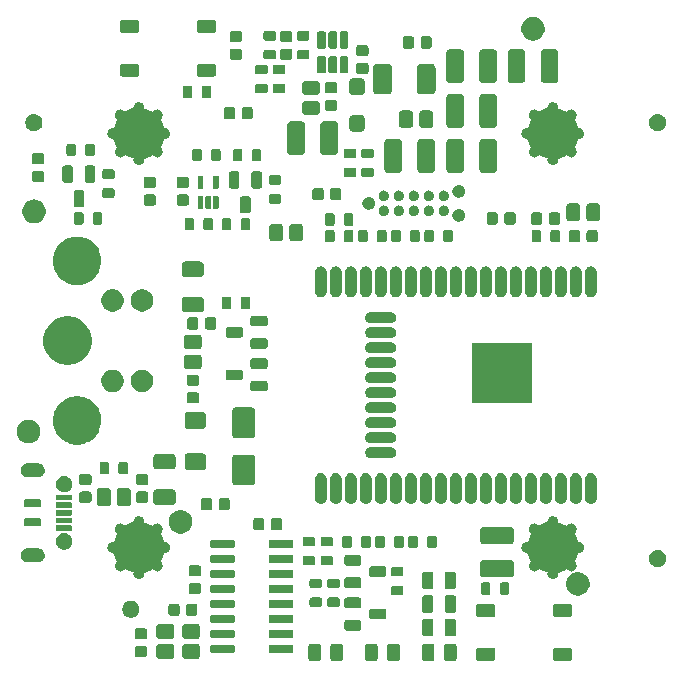
<source format=gts>
G04 #@! TF.GenerationSoftware,KiCad,Pcbnew,(5.1.5-0-10_14)*
G04 #@! TF.CreationDate,2021-02-17T02:27:33-05:00*
G04 #@! TF.ProjectId,ADBT,41444254-2e6b-4696-9361-645f70636258,rev?*
G04 #@! TF.SameCoordinates,Original*
G04 #@! TF.FileFunction,Soldermask,Top*
G04 #@! TF.FilePolarity,Negative*
%FSLAX46Y46*%
G04 Gerber Fmt 4.6, Leading zero omitted, Abs format (unit mm)*
G04 Created by KiCad (PCBNEW (5.1.5-0-10_14)) date 2021-02-17 02:27:33*
%MOMM*%
%LPD*%
G04 APERTURE LIST*
%ADD10C,0.400000*%
%ADD11C,0.450000*%
%ADD12C,4.200000*%
%ADD13C,0.100000*%
G04 APERTURE END LIST*
D10*
X116773900Y-109965500D02*
G75*
G03X116373900Y-109565500I-200000J200000D01*
G01*
X113273900Y-112665500D02*
G75*
G03X113673900Y-113065500I200000J-200000D01*
G01*
X116773900Y-112665500D02*
G75*
G02X116373900Y-113065500I-200000J-200000D01*
G01*
X113273900Y-109965500D02*
G75*
G02X113673900Y-109565500I200000J200000D01*
G01*
D11*
X112823900Y-111065500D02*
G75*
G03X112823900Y-111565500I0J-250000D01*
G01*
X117223900Y-111065500D02*
G75*
G02X117223900Y-111565500I0J-250000D01*
G01*
X114773900Y-113515500D02*
G75*
G03X115273900Y-113515500I250000J0D01*
G01*
X114773900Y-109115500D02*
G75*
G02X115273900Y-109115500I250000J0D01*
G01*
D12*
X115123900Y-111315500D02*
G75*
G03X115123900Y-111315500I-100000J0D01*
G01*
D10*
X151825900Y-109965500D02*
G75*
G03X151425900Y-109565500I-200000J200000D01*
G01*
X148325900Y-112665500D02*
G75*
G03X148725900Y-113065500I200000J-200000D01*
G01*
X151825900Y-112665500D02*
G75*
G02X151425900Y-113065500I-200000J-200000D01*
G01*
X148325900Y-109965500D02*
G75*
G02X148725900Y-109565500I200000J200000D01*
G01*
D11*
X147875900Y-111065500D02*
G75*
G03X147875900Y-111565500I0J-250000D01*
G01*
X152275900Y-111065500D02*
G75*
G02X152275900Y-111565500I0J-250000D01*
G01*
X149825900Y-113515500D02*
G75*
G03X150325900Y-113515500I250000J0D01*
G01*
X149825900Y-109115500D02*
G75*
G02X150325900Y-109115500I250000J0D01*
G01*
D12*
X150175900Y-111315500D02*
G75*
G03X150175900Y-111315500I-100000J0D01*
G01*
D10*
X116773900Y-74913500D02*
G75*
G03X116373900Y-74513500I-200000J200000D01*
G01*
X113273900Y-77613500D02*
G75*
G03X113673900Y-78013500I200000J-200000D01*
G01*
X116773900Y-77613500D02*
G75*
G02X116373900Y-78013500I-200000J-200000D01*
G01*
X113273900Y-74913500D02*
G75*
G02X113673900Y-74513500I200000J200000D01*
G01*
D11*
X112823900Y-76013500D02*
G75*
G03X112823900Y-76513500I0J-250000D01*
G01*
X117223900Y-76013500D02*
G75*
G02X117223900Y-76513500I0J-250000D01*
G01*
X114773900Y-78463500D02*
G75*
G03X115273900Y-78463500I250000J0D01*
G01*
X114773900Y-74063500D02*
G75*
G02X115273900Y-74063500I250000J0D01*
G01*
D12*
X115123900Y-76263500D02*
G75*
G03X115123900Y-76263500I-100000J0D01*
G01*
D10*
X151825900Y-74913500D02*
G75*
G03X151425900Y-74513500I-200000J200000D01*
G01*
X148325900Y-77613500D02*
G75*
G03X148725900Y-78013500I200000J-200000D01*
G01*
X151825900Y-77613500D02*
G75*
G02X151425900Y-78013500I-200000J-200000D01*
G01*
X148325900Y-74913500D02*
G75*
G02X148725900Y-74513500I200000J200000D01*
G01*
D11*
X147875900Y-76013500D02*
G75*
G03X147875900Y-76513500I0J-250000D01*
G01*
X152275900Y-76013500D02*
G75*
G02X152275900Y-76513500I0J-250000D01*
G01*
X149825900Y-78463500D02*
G75*
G03X150325900Y-78463500I250000J0D01*
G01*
X149825900Y-74063500D02*
G75*
G02X150325900Y-74063500I250000J0D01*
G01*
D12*
X150175900Y-76263500D02*
G75*
G03X150175900Y-76263500I-100000J0D01*
G01*
D13*
G36*
X141728755Y-119454920D02*
G01*
X141774435Y-119468777D01*
X141816535Y-119491281D01*
X141853436Y-119521564D01*
X141883719Y-119558465D01*
X141906223Y-119600565D01*
X141920080Y-119646245D01*
X141925000Y-119696203D01*
X141925000Y-120703797D01*
X141920080Y-120753755D01*
X141906223Y-120799435D01*
X141883719Y-120841535D01*
X141853436Y-120878436D01*
X141816535Y-120908719D01*
X141774435Y-120931223D01*
X141728755Y-120945080D01*
X141678797Y-120950000D01*
X141096203Y-120950000D01*
X141046245Y-120945080D01*
X141000565Y-120931223D01*
X140958465Y-120908719D01*
X140921564Y-120878436D01*
X140891281Y-120841535D01*
X140868777Y-120799435D01*
X140854920Y-120753755D01*
X140850000Y-120703797D01*
X140850000Y-119696203D01*
X140854920Y-119646245D01*
X140868777Y-119600565D01*
X140891281Y-119558465D01*
X140921564Y-119521564D01*
X140958465Y-119491281D01*
X141000565Y-119468777D01*
X141046245Y-119454920D01*
X141096203Y-119450000D01*
X141678797Y-119450000D01*
X141728755Y-119454920D01*
G37*
G36*
X139853755Y-119454920D02*
G01*
X139899435Y-119468777D01*
X139941535Y-119491281D01*
X139978436Y-119521564D01*
X140008719Y-119558465D01*
X140031223Y-119600565D01*
X140045080Y-119646245D01*
X140050000Y-119696203D01*
X140050000Y-120703797D01*
X140045080Y-120753755D01*
X140031223Y-120799435D01*
X140008719Y-120841535D01*
X139978436Y-120878436D01*
X139941535Y-120908719D01*
X139899435Y-120931223D01*
X139853755Y-120945080D01*
X139803797Y-120950000D01*
X139221203Y-120950000D01*
X139171245Y-120945080D01*
X139125565Y-120931223D01*
X139083465Y-120908719D01*
X139046564Y-120878436D01*
X139016281Y-120841535D01*
X138993777Y-120799435D01*
X138979920Y-120753755D01*
X138975000Y-120703797D01*
X138975000Y-119696203D01*
X138979920Y-119646245D01*
X138993777Y-119600565D01*
X139016281Y-119558465D01*
X139046564Y-119521564D01*
X139083465Y-119491281D01*
X139125565Y-119468777D01*
X139171245Y-119454920D01*
X139221203Y-119450000D01*
X139803797Y-119450000D01*
X139853755Y-119454920D01*
G37*
G36*
X136928755Y-119454920D02*
G01*
X136974435Y-119468777D01*
X137016535Y-119491281D01*
X137053436Y-119521564D01*
X137083719Y-119558465D01*
X137106223Y-119600565D01*
X137120080Y-119646245D01*
X137125000Y-119696203D01*
X137125000Y-120703797D01*
X137120080Y-120753755D01*
X137106223Y-120799435D01*
X137083719Y-120841535D01*
X137053436Y-120878436D01*
X137016535Y-120908719D01*
X136974435Y-120931223D01*
X136928755Y-120945080D01*
X136878797Y-120950000D01*
X136296203Y-120950000D01*
X136246245Y-120945080D01*
X136200565Y-120931223D01*
X136158465Y-120908719D01*
X136121564Y-120878436D01*
X136091281Y-120841535D01*
X136068777Y-120799435D01*
X136054920Y-120753755D01*
X136050000Y-120703797D01*
X136050000Y-119696203D01*
X136054920Y-119646245D01*
X136068777Y-119600565D01*
X136091281Y-119558465D01*
X136121564Y-119521564D01*
X136158465Y-119491281D01*
X136200565Y-119468777D01*
X136246245Y-119454920D01*
X136296203Y-119450000D01*
X136878797Y-119450000D01*
X136928755Y-119454920D01*
G37*
G36*
X135053755Y-119454920D02*
G01*
X135099435Y-119468777D01*
X135141535Y-119491281D01*
X135178436Y-119521564D01*
X135208719Y-119558465D01*
X135231223Y-119600565D01*
X135245080Y-119646245D01*
X135250000Y-119696203D01*
X135250000Y-120703797D01*
X135245080Y-120753755D01*
X135231223Y-120799435D01*
X135208719Y-120841535D01*
X135178436Y-120878436D01*
X135141535Y-120908719D01*
X135099435Y-120931223D01*
X135053755Y-120945080D01*
X135003797Y-120950000D01*
X134421203Y-120950000D01*
X134371245Y-120945080D01*
X134325565Y-120931223D01*
X134283465Y-120908719D01*
X134246564Y-120878436D01*
X134216281Y-120841535D01*
X134193777Y-120799435D01*
X134179920Y-120753755D01*
X134175000Y-120703797D01*
X134175000Y-119696203D01*
X134179920Y-119646245D01*
X134193777Y-119600565D01*
X134216281Y-119558465D01*
X134246564Y-119521564D01*
X134283465Y-119491281D01*
X134325565Y-119468777D01*
X134371245Y-119454920D01*
X134421203Y-119450000D01*
X135003797Y-119450000D01*
X135053755Y-119454920D01*
G37*
G36*
X132128755Y-119454920D02*
G01*
X132174435Y-119468777D01*
X132216535Y-119491281D01*
X132253436Y-119521564D01*
X132283719Y-119558465D01*
X132306223Y-119600565D01*
X132320080Y-119646245D01*
X132325000Y-119696203D01*
X132325000Y-120703797D01*
X132320080Y-120753755D01*
X132306223Y-120799435D01*
X132283719Y-120841535D01*
X132253436Y-120878436D01*
X132216535Y-120908719D01*
X132174435Y-120931223D01*
X132128755Y-120945080D01*
X132078797Y-120950000D01*
X131496203Y-120950000D01*
X131446245Y-120945080D01*
X131400565Y-120931223D01*
X131358465Y-120908719D01*
X131321564Y-120878436D01*
X131291281Y-120841535D01*
X131268777Y-120799435D01*
X131254920Y-120753755D01*
X131250000Y-120703797D01*
X131250000Y-119696203D01*
X131254920Y-119646245D01*
X131268777Y-119600565D01*
X131291281Y-119558465D01*
X131321564Y-119521564D01*
X131358465Y-119491281D01*
X131400565Y-119468777D01*
X131446245Y-119454920D01*
X131496203Y-119450000D01*
X132078797Y-119450000D01*
X132128755Y-119454920D01*
G37*
G36*
X130253755Y-119454920D02*
G01*
X130299435Y-119468777D01*
X130341535Y-119491281D01*
X130378436Y-119521564D01*
X130408719Y-119558465D01*
X130431223Y-119600565D01*
X130445080Y-119646245D01*
X130450000Y-119696203D01*
X130450000Y-120703797D01*
X130445080Y-120753755D01*
X130431223Y-120799435D01*
X130408719Y-120841535D01*
X130378436Y-120878436D01*
X130341535Y-120908719D01*
X130299435Y-120931223D01*
X130253755Y-120945080D01*
X130203797Y-120950000D01*
X129621203Y-120950000D01*
X129571245Y-120945080D01*
X129525565Y-120931223D01*
X129483465Y-120908719D01*
X129446564Y-120878436D01*
X129416281Y-120841535D01*
X129393777Y-120799435D01*
X129379920Y-120753755D01*
X129375000Y-120703797D01*
X129375000Y-119696203D01*
X129379920Y-119646245D01*
X129393777Y-119600565D01*
X129416281Y-119558465D01*
X129446564Y-119521564D01*
X129483465Y-119491281D01*
X129525565Y-119468777D01*
X129571245Y-119454920D01*
X129621203Y-119450000D01*
X130203797Y-119450000D01*
X130253755Y-119454920D01*
G37*
G36*
X151547020Y-119803888D02*
G01*
X151582618Y-119814686D01*
X151615422Y-119832220D01*
X151644179Y-119855821D01*
X151667780Y-119884578D01*
X151685314Y-119917382D01*
X151696112Y-119952980D01*
X151700000Y-119992454D01*
X151700000Y-120707546D01*
X151696112Y-120747020D01*
X151685314Y-120782618D01*
X151667780Y-120815422D01*
X151644179Y-120844179D01*
X151615422Y-120867780D01*
X151582618Y-120885314D01*
X151547020Y-120896112D01*
X151507546Y-120900000D01*
X150292454Y-120900000D01*
X150252980Y-120896112D01*
X150217382Y-120885314D01*
X150184578Y-120867780D01*
X150155821Y-120844179D01*
X150132220Y-120815422D01*
X150114686Y-120782618D01*
X150103888Y-120747020D01*
X150100000Y-120707546D01*
X150100000Y-119992454D01*
X150103888Y-119952980D01*
X150114686Y-119917382D01*
X150132220Y-119884578D01*
X150155821Y-119855821D01*
X150184578Y-119832220D01*
X150217382Y-119814686D01*
X150252980Y-119803888D01*
X150292454Y-119800000D01*
X151507546Y-119800000D01*
X151547020Y-119803888D01*
G37*
G36*
X145047020Y-119803888D02*
G01*
X145082618Y-119814686D01*
X145115422Y-119832220D01*
X145144179Y-119855821D01*
X145167780Y-119884578D01*
X145185314Y-119917382D01*
X145196112Y-119952980D01*
X145200000Y-119992454D01*
X145200000Y-120707546D01*
X145196112Y-120747020D01*
X145185314Y-120782618D01*
X145167780Y-120815422D01*
X145144179Y-120844179D01*
X145115422Y-120867780D01*
X145082618Y-120885314D01*
X145047020Y-120896112D01*
X145007546Y-120900000D01*
X143792454Y-120900000D01*
X143752980Y-120896112D01*
X143717382Y-120885314D01*
X143684578Y-120867780D01*
X143655821Y-120844179D01*
X143632220Y-120815422D01*
X143614686Y-120782618D01*
X143603888Y-120747020D01*
X143600000Y-120707546D01*
X143600000Y-119992454D01*
X143603888Y-119952980D01*
X143614686Y-119917382D01*
X143632220Y-119884578D01*
X143655821Y-119855821D01*
X143684578Y-119832220D01*
X143717382Y-119814686D01*
X143752980Y-119803888D01*
X143792454Y-119800000D01*
X145007546Y-119800000D01*
X145047020Y-119803888D01*
G37*
G36*
X119972479Y-119459001D02*
G01*
X120028714Y-119476060D01*
X120080535Y-119503758D01*
X120125961Y-119541039D01*
X120163242Y-119586465D01*
X120190940Y-119638286D01*
X120207999Y-119694521D01*
X120214000Y-119755454D01*
X120214000Y-120450546D01*
X120207999Y-120511479D01*
X120190940Y-120567714D01*
X120163242Y-120619535D01*
X120125961Y-120664961D01*
X120080535Y-120702242D01*
X120028714Y-120729940D01*
X119972479Y-120746999D01*
X119911546Y-120753000D01*
X119016454Y-120753000D01*
X118955521Y-120746999D01*
X118899286Y-120729940D01*
X118847465Y-120702242D01*
X118802039Y-120664961D01*
X118764758Y-120619535D01*
X118737060Y-120567714D01*
X118720001Y-120511479D01*
X118714000Y-120450546D01*
X118714000Y-119755454D01*
X118720001Y-119694521D01*
X118737060Y-119638286D01*
X118764758Y-119586465D01*
X118802039Y-119541039D01*
X118847465Y-119503758D01*
X118899286Y-119476060D01*
X118955521Y-119459001D01*
X119016454Y-119453000D01*
X119911546Y-119453000D01*
X119972479Y-119459001D01*
G37*
G36*
X117772479Y-119459001D02*
G01*
X117828714Y-119476060D01*
X117880535Y-119503758D01*
X117925961Y-119541039D01*
X117963242Y-119586465D01*
X117990940Y-119638286D01*
X118007999Y-119694521D01*
X118014000Y-119755454D01*
X118014000Y-120450546D01*
X118007999Y-120511479D01*
X117990940Y-120567714D01*
X117963242Y-120619535D01*
X117925961Y-120664961D01*
X117880535Y-120702242D01*
X117828714Y-120729940D01*
X117772479Y-120746999D01*
X117711546Y-120753000D01*
X116816454Y-120753000D01*
X116755521Y-120746999D01*
X116699286Y-120729940D01*
X116647465Y-120702242D01*
X116602039Y-120664961D01*
X116564758Y-120619535D01*
X116537060Y-120567714D01*
X116520001Y-120511479D01*
X116514000Y-120450546D01*
X116514000Y-119755454D01*
X116520001Y-119694521D01*
X116537060Y-119638286D01*
X116564758Y-119586465D01*
X116602039Y-119541039D01*
X116647465Y-119503758D01*
X116699286Y-119476060D01*
X116755521Y-119459001D01*
X116816454Y-119453000D01*
X117711546Y-119453000D01*
X117772479Y-119459001D01*
G37*
G36*
X115542908Y-119659320D02*
G01*
X115582729Y-119671400D01*
X115619423Y-119691012D01*
X115651589Y-119717411D01*
X115677988Y-119749577D01*
X115697600Y-119786271D01*
X115709680Y-119826092D01*
X115714000Y-119869954D01*
X115714000Y-120390046D01*
X115709680Y-120433908D01*
X115697600Y-120473729D01*
X115677988Y-120510423D01*
X115651589Y-120542589D01*
X115619423Y-120568988D01*
X115582729Y-120588600D01*
X115542908Y-120600680D01*
X115499046Y-120605000D01*
X114878954Y-120605000D01*
X114835092Y-120600680D01*
X114795271Y-120588600D01*
X114758577Y-120568988D01*
X114726411Y-120542589D01*
X114700012Y-120510423D01*
X114680400Y-120473729D01*
X114668320Y-120433908D01*
X114664000Y-120390046D01*
X114664000Y-119869954D01*
X114668320Y-119826092D01*
X114680400Y-119786271D01*
X114700012Y-119749577D01*
X114726411Y-119717411D01*
X114758577Y-119691012D01*
X114795271Y-119671400D01*
X114835092Y-119659320D01*
X114878954Y-119655000D01*
X115499046Y-119655000D01*
X115542908Y-119659320D01*
G37*
G36*
X127966216Y-119541119D02*
G01*
X127994309Y-119549641D01*
X128020204Y-119563483D01*
X128042896Y-119582104D01*
X128061517Y-119604796D01*
X128075359Y-119630691D01*
X128083881Y-119658784D01*
X128087000Y-119690454D01*
X128087000Y-120085546D01*
X128083881Y-120117216D01*
X128075359Y-120145309D01*
X128061517Y-120171204D01*
X128042896Y-120193896D01*
X128020204Y-120212517D01*
X127994309Y-120226359D01*
X127966216Y-120234881D01*
X127934546Y-120238000D01*
X126189454Y-120238000D01*
X126157784Y-120234881D01*
X126129691Y-120226359D01*
X126103796Y-120212517D01*
X126081104Y-120193896D01*
X126062483Y-120171204D01*
X126048641Y-120145309D01*
X126040119Y-120117216D01*
X126037000Y-120085546D01*
X126037000Y-119690454D01*
X126040119Y-119658784D01*
X126048641Y-119630691D01*
X126062483Y-119604796D01*
X126081104Y-119582104D01*
X126103796Y-119563483D01*
X126129691Y-119549641D01*
X126157784Y-119541119D01*
X126189454Y-119538000D01*
X127934546Y-119538000D01*
X127966216Y-119541119D01*
G37*
G36*
X123016216Y-119541119D02*
G01*
X123044309Y-119549641D01*
X123070204Y-119563483D01*
X123092896Y-119582104D01*
X123111517Y-119604796D01*
X123125359Y-119630691D01*
X123133881Y-119658784D01*
X123137000Y-119690454D01*
X123137000Y-120085546D01*
X123133881Y-120117216D01*
X123125359Y-120145309D01*
X123111517Y-120171204D01*
X123092896Y-120193896D01*
X123070204Y-120212517D01*
X123044309Y-120226359D01*
X123016216Y-120234881D01*
X122984546Y-120238000D01*
X121239454Y-120238000D01*
X121207784Y-120234881D01*
X121179691Y-120226359D01*
X121153796Y-120212517D01*
X121131104Y-120193896D01*
X121112483Y-120171204D01*
X121098641Y-120145309D01*
X121090119Y-120117216D01*
X121087000Y-120085546D01*
X121087000Y-119690454D01*
X121090119Y-119658784D01*
X121098641Y-119630691D01*
X121112483Y-119604796D01*
X121131104Y-119582104D01*
X121153796Y-119563483D01*
X121179691Y-119549641D01*
X121207784Y-119541119D01*
X121239454Y-119538000D01*
X122984546Y-119538000D01*
X123016216Y-119541119D01*
G37*
G36*
X115542908Y-118159320D02*
G01*
X115582729Y-118171400D01*
X115619423Y-118191012D01*
X115651589Y-118217411D01*
X115677988Y-118249577D01*
X115697600Y-118286271D01*
X115709680Y-118326092D01*
X115714000Y-118369954D01*
X115714000Y-118890046D01*
X115709680Y-118933908D01*
X115697600Y-118973729D01*
X115677988Y-119010423D01*
X115651589Y-119042589D01*
X115619423Y-119068988D01*
X115582729Y-119088600D01*
X115542908Y-119100680D01*
X115499046Y-119105000D01*
X114878954Y-119105000D01*
X114835092Y-119100680D01*
X114795271Y-119088600D01*
X114758577Y-119068988D01*
X114726411Y-119042589D01*
X114700012Y-119010423D01*
X114680400Y-118973729D01*
X114668320Y-118933908D01*
X114664000Y-118890046D01*
X114664000Y-118369954D01*
X114668320Y-118326092D01*
X114680400Y-118286271D01*
X114700012Y-118249577D01*
X114726411Y-118217411D01*
X114758577Y-118191012D01*
X114795271Y-118171400D01*
X114835092Y-118159320D01*
X114878954Y-118155000D01*
X115499046Y-118155000D01*
X115542908Y-118159320D01*
G37*
G36*
X117772479Y-117759001D02*
G01*
X117828714Y-117776060D01*
X117880535Y-117803758D01*
X117925961Y-117841039D01*
X117963242Y-117886465D01*
X117990940Y-117938286D01*
X118007999Y-117994521D01*
X118014000Y-118055454D01*
X118014000Y-118750546D01*
X118007999Y-118811479D01*
X117990940Y-118867714D01*
X117963242Y-118919535D01*
X117925961Y-118964961D01*
X117880535Y-119002242D01*
X117828714Y-119029940D01*
X117772479Y-119046999D01*
X117711546Y-119053000D01*
X116816454Y-119053000D01*
X116755521Y-119046999D01*
X116699286Y-119029940D01*
X116647465Y-119002242D01*
X116602039Y-118964961D01*
X116564758Y-118919535D01*
X116537060Y-118867714D01*
X116520001Y-118811479D01*
X116514000Y-118750546D01*
X116514000Y-118055454D01*
X116520001Y-117994521D01*
X116537060Y-117938286D01*
X116564758Y-117886465D01*
X116602039Y-117841039D01*
X116647465Y-117803758D01*
X116699286Y-117776060D01*
X116755521Y-117759001D01*
X116816454Y-117753000D01*
X117711546Y-117753000D01*
X117772479Y-117759001D01*
G37*
G36*
X119972479Y-117759001D02*
G01*
X120028714Y-117776060D01*
X120080535Y-117803758D01*
X120125961Y-117841039D01*
X120163242Y-117886465D01*
X120190940Y-117938286D01*
X120207999Y-117994521D01*
X120214000Y-118055454D01*
X120214000Y-118750546D01*
X120207999Y-118811479D01*
X120190940Y-118867714D01*
X120163242Y-118919535D01*
X120125961Y-118964961D01*
X120080535Y-119002242D01*
X120028714Y-119029940D01*
X119972479Y-119046999D01*
X119911546Y-119053000D01*
X119016454Y-119053000D01*
X118955521Y-119046999D01*
X118899286Y-119029940D01*
X118847465Y-119002242D01*
X118802039Y-118964961D01*
X118764758Y-118919535D01*
X118737060Y-118867714D01*
X118720001Y-118811479D01*
X118714000Y-118750546D01*
X118714000Y-118055454D01*
X118720001Y-117994521D01*
X118737060Y-117938286D01*
X118764758Y-117886465D01*
X118802039Y-117841039D01*
X118847465Y-117803758D01*
X118899286Y-117776060D01*
X118955521Y-117759001D01*
X119016454Y-117753000D01*
X119911546Y-117753000D01*
X119972479Y-117759001D01*
G37*
G36*
X127966216Y-118271119D02*
G01*
X127994309Y-118279641D01*
X128020204Y-118293483D01*
X128042896Y-118312104D01*
X128061517Y-118334796D01*
X128075359Y-118360691D01*
X128083881Y-118388784D01*
X128087000Y-118420454D01*
X128087000Y-118815546D01*
X128083881Y-118847216D01*
X128075359Y-118875309D01*
X128061517Y-118901204D01*
X128042896Y-118923896D01*
X128020204Y-118942517D01*
X127994309Y-118956359D01*
X127966216Y-118964881D01*
X127934546Y-118968000D01*
X126189454Y-118968000D01*
X126157784Y-118964881D01*
X126129691Y-118956359D01*
X126103796Y-118942517D01*
X126081104Y-118923896D01*
X126062483Y-118901204D01*
X126048641Y-118875309D01*
X126040119Y-118847216D01*
X126037000Y-118815546D01*
X126037000Y-118420454D01*
X126040119Y-118388784D01*
X126048641Y-118360691D01*
X126062483Y-118334796D01*
X126081104Y-118312104D01*
X126103796Y-118293483D01*
X126129691Y-118279641D01*
X126157784Y-118271119D01*
X126189454Y-118268000D01*
X127934546Y-118268000D01*
X127966216Y-118271119D01*
G37*
G36*
X123016216Y-118271119D02*
G01*
X123044309Y-118279641D01*
X123070204Y-118293483D01*
X123092896Y-118312104D01*
X123111517Y-118334796D01*
X123125359Y-118360691D01*
X123133881Y-118388784D01*
X123137000Y-118420454D01*
X123137000Y-118815546D01*
X123133881Y-118847216D01*
X123125359Y-118875309D01*
X123111517Y-118901204D01*
X123092896Y-118923896D01*
X123070204Y-118942517D01*
X123044309Y-118956359D01*
X123016216Y-118964881D01*
X122984546Y-118968000D01*
X121239454Y-118968000D01*
X121207784Y-118964881D01*
X121179691Y-118956359D01*
X121153796Y-118942517D01*
X121131104Y-118923896D01*
X121112483Y-118901204D01*
X121098641Y-118875309D01*
X121090119Y-118847216D01*
X121087000Y-118815546D01*
X121087000Y-118420454D01*
X121090119Y-118388784D01*
X121098641Y-118360691D01*
X121112483Y-118334796D01*
X121131104Y-118312104D01*
X121153796Y-118293483D01*
X121179691Y-118279641D01*
X121207784Y-118271119D01*
X121239454Y-118268000D01*
X122984546Y-118268000D01*
X123016216Y-118271119D01*
G37*
G36*
X139803908Y-117354320D02*
G01*
X139843729Y-117366400D01*
X139880423Y-117386012D01*
X139912589Y-117412411D01*
X139938988Y-117444577D01*
X139958600Y-117481271D01*
X139970680Y-117521092D01*
X139975000Y-117564954D01*
X139975000Y-118635046D01*
X139970680Y-118678908D01*
X139958600Y-118718729D01*
X139938988Y-118755423D01*
X139912589Y-118787589D01*
X139880423Y-118813988D01*
X139843729Y-118833600D01*
X139803908Y-118845680D01*
X139760046Y-118850000D01*
X139239954Y-118850000D01*
X139196092Y-118845680D01*
X139156271Y-118833600D01*
X139119577Y-118813988D01*
X139087411Y-118787589D01*
X139061012Y-118755423D01*
X139041400Y-118718729D01*
X139029320Y-118678908D01*
X139025000Y-118635046D01*
X139025000Y-117564954D01*
X139029320Y-117521092D01*
X139041400Y-117481271D01*
X139061012Y-117444577D01*
X139087411Y-117412411D01*
X139119577Y-117386012D01*
X139156271Y-117366400D01*
X139196092Y-117354320D01*
X139239954Y-117350000D01*
X139760046Y-117350000D01*
X139803908Y-117354320D01*
G37*
G36*
X141703908Y-117354320D02*
G01*
X141743729Y-117366400D01*
X141780423Y-117386012D01*
X141812589Y-117412411D01*
X141838988Y-117444577D01*
X141858600Y-117481271D01*
X141870680Y-117521092D01*
X141875000Y-117564954D01*
X141875000Y-118635046D01*
X141870680Y-118678908D01*
X141858600Y-118718729D01*
X141838988Y-118755423D01*
X141812589Y-118787589D01*
X141780423Y-118813988D01*
X141743729Y-118833600D01*
X141703908Y-118845680D01*
X141660046Y-118850000D01*
X141139954Y-118850000D01*
X141096092Y-118845680D01*
X141056271Y-118833600D01*
X141019577Y-118813988D01*
X140987411Y-118787589D01*
X140961012Y-118755423D01*
X140941400Y-118718729D01*
X140929320Y-118678908D01*
X140925000Y-118635046D01*
X140925000Y-117564954D01*
X140929320Y-117521092D01*
X140941400Y-117481271D01*
X140961012Y-117444577D01*
X140987411Y-117412411D01*
X141019577Y-117386012D01*
X141056271Y-117366400D01*
X141096092Y-117354320D01*
X141139954Y-117350000D01*
X141660046Y-117350000D01*
X141703908Y-117354320D01*
G37*
G36*
X133713970Y-117454080D02*
G01*
X133751446Y-117465448D01*
X133785978Y-117483905D01*
X133816250Y-117508750D01*
X133841095Y-117539022D01*
X133859552Y-117573554D01*
X133870920Y-117611030D01*
X133875000Y-117652454D01*
X133875000Y-118147546D01*
X133870920Y-118188970D01*
X133859552Y-118226446D01*
X133841095Y-118260978D01*
X133816250Y-118291250D01*
X133785978Y-118316095D01*
X133751446Y-118334552D01*
X133713970Y-118345920D01*
X133672546Y-118350000D01*
X132627454Y-118350000D01*
X132586030Y-118345920D01*
X132548554Y-118334552D01*
X132514022Y-118316095D01*
X132483750Y-118291250D01*
X132458905Y-118260978D01*
X132440448Y-118226446D01*
X132429080Y-118188970D01*
X132425000Y-118147546D01*
X132425000Y-117652454D01*
X132429080Y-117611030D01*
X132440448Y-117573554D01*
X132458905Y-117539022D01*
X132483750Y-117508750D01*
X132514022Y-117483905D01*
X132548554Y-117465448D01*
X132586030Y-117454080D01*
X132627454Y-117450000D01*
X133672546Y-117450000D01*
X133713970Y-117454080D01*
G37*
G36*
X127966216Y-117001119D02*
G01*
X127994309Y-117009641D01*
X128020204Y-117023483D01*
X128042896Y-117042104D01*
X128061517Y-117064796D01*
X128075359Y-117090691D01*
X128083881Y-117118784D01*
X128087000Y-117150454D01*
X128087000Y-117545546D01*
X128083881Y-117577216D01*
X128075359Y-117605309D01*
X128061517Y-117631204D01*
X128042896Y-117653896D01*
X128020204Y-117672517D01*
X127994309Y-117686359D01*
X127966216Y-117694881D01*
X127934546Y-117698000D01*
X126189454Y-117698000D01*
X126157784Y-117694881D01*
X126129691Y-117686359D01*
X126103796Y-117672517D01*
X126081104Y-117653896D01*
X126062483Y-117631204D01*
X126048641Y-117605309D01*
X126040119Y-117577216D01*
X126037000Y-117545546D01*
X126037000Y-117150454D01*
X126040119Y-117118784D01*
X126048641Y-117090691D01*
X126062483Y-117064796D01*
X126081104Y-117042104D01*
X126103796Y-117023483D01*
X126129691Y-117009641D01*
X126157784Y-117001119D01*
X126189454Y-116998000D01*
X127934546Y-116998000D01*
X127966216Y-117001119D01*
G37*
G36*
X123016216Y-117001119D02*
G01*
X123044309Y-117009641D01*
X123070204Y-117023483D01*
X123092896Y-117042104D01*
X123111517Y-117064796D01*
X123125359Y-117090691D01*
X123133881Y-117118784D01*
X123137000Y-117150454D01*
X123137000Y-117545546D01*
X123133881Y-117577216D01*
X123125359Y-117605309D01*
X123111517Y-117631204D01*
X123092896Y-117653896D01*
X123070204Y-117672517D01*
X123044309Y-117686359D01*
X123016216Y-117694881D01*
X122984546Y-117698000D01*
X121239454Y-117698000D01*
X121207784Y-117694881D01*
X121179691Y-117686359D01*
X121153796Y-117672517D01*
X121131104Y-117653896D01*
X121112483Y-117631204D01*
X121098641Y-117605309D01*
X121090119Y-117577216D01*
X121087000Y-117545546D01*
X121087000Y-117150454D01*
X121090119Y-117118784D01*
X121098641Y-117090691D01*
X121112483Y-117064796D01*
X121131104Y-117042104D01*
X121153796Y-117023483D01*
X121179691Y-117009641D01*
X121207784Y-117001119D01*
X121239454Y-116998000D01*
X122984546Y-116998000D01*
X123016216Y-117001119D01*
G37*
G36*
X135813970Y-116504080D02*
G01*
X135851446Y-116515448D01*
X135885978Y-116533905D01*
X135916250Y-116558750D01*
X135941095Y-116589022D01*
X135959552Y-116623554D01*
X135970920Y-116661030D01*
X135975000Y-116702454D01*
X135975000Y-117197541D01*
X135970920Y-117238970D01*
X135959552Y-117276446D01*
X135941095Y-117310978D01*
X135916250Y-117341250D01*
X135885978Y-117366095D01*
X135851446Y-117384552D01*
X135813970Y-117395920D01*
X135772546Y-117400000D01*
X134727454Y-117400000D01*
X134686030Y-117395920D01*
X134648554Y-117384552D01*
X134614022Y-117366095D01*
X134583750Y-117341250D01*
X134558905Y-117310978D01*
X134540448Y-117276446D01*
X134529080Y-117238970D01*
X134525000Y-117197541D01*
X134525000Y-116702454D01*
X134529080Y-116661030D01*
X134540448Y-116623554D01*
X134558905Y-116589022D01*
X134583750Y-116558750D01*
X134614022Y-116533905D01*
X134648554Y-116515448D01*
X134686030Y-116504080D01*
X134727454Y-116500000D01*
X135772546Y-116500000D01*
X135813970Y-116504080D01*
G37*
G36*
X114561981Y-115839022D02*
G01*
X114662006Y-115880454D01*
X114693743Y-115893600D01*
X114707811Y-115903000D01*
X114812322Y-115972832D01*
X114913168Y-116073678D01*
X114941946Y-116116747D01*
X114990236Y-116189018D01*
X114992401Y-116192259D01*
X115046978Y-116324019D01*
X115074800Y-116463891D01*
X115074800Y-116606509D01*
X115046978Y-116746381D01*
X115005947Y-116845437D01*
X114992400Y-116878143D01*
X114964543Y-116919834D01*
X114913168Y-116996722D01*
X114812322Y-117097568D01*
X114780570Y-117118784D01*
X114693743Y-117176800D01*
X114693742Y-117176801D01*
X114693741Y-117176801D01*
X114561981Y-117231378D01*
X114422109Y-117259200D01*
X114279491Y-117259200D01*
X114139619Y-117231378D01*
X114007859Y-117176801D01*
X114007858Y-117176801D01*
X114007857Y-117176800D01*
X113921030Y-117118784D01*
X113889278Y-117097568D01*
X113788432Y-116996722D01*
X113737057Y-116919834D01*
X113709200Y-116878143D01*
X113695653Y-116845437D01*
X113654622Y-116746381D01*
X113626800Y-116606509D01*
X113626800Y-116463891D01*
X113654622Y-116324019D01*
X113709199Y-116192259D01*
X113711365Y-116189018D01*
X113759654Y-116116747D01*
X113788432Y-116073678D01*
X113889278Y-115972832D01*
X113993789Y-115903000D01*
X114007857Y-115893600D01*
X114039594Y-115880454D01*
X114139619Y-115839022D01*
X114279491Y-115811200D01*
X114422109Y-115811200D01*
X114561981Y-115839022D01*
G37*
G36*
X151547020Y-116103888D02*
G01*
X151582618Y-116114686D01*
X151615422Y-116132220D01*
X151644179Y-116155821D01*
X151667780Y-116184578D01*
X151685314Y-116217382D01*
X151696112Y-116252980D01*
X151700000Y-116292454D01*
X151700000Y-117007546D01*
X151696112Y-117047020D01*
X151685314Y-117082618D01*
X151667780Y-117115422D01*
X151644179Y-117144179D01*
X151615422Y-117167780D01*
X151582618Y-117185314D01*
X151547020Y-117196112D01*
X151507546Y-117200000D01*
X150292454Y-117200000D01*
X150252980Y-117196112D01*
X150217382Y-117185314D01*
X150184578Y-117167780D01*
X150155821Y-117144179D01*
X150132220Y-117115422D01*
X150114686Y-117082618D01*
X150103888Y-117047020D01*
X150100000Y-117007546D01*
X150100000Y-116292454D01*
X150103888Y-116252980D01*
X150114686Y-116217382D01*
X150132220Y-116184578D01*
X150155821Y-116155821D01*
X150184578Y-116132220D01*
X150217382Y-116114686D01*
X150252980Y-116103888D01*
X150292454Y-116100000D01*
X151507546Y-116100000D01*
X151547020Y-116103888D01*
G37*
G36*
X145047020Y-116103888D02*
G01*
X145082618Y-116114686D01*
X145115422Y-116132220D01*
X145144179Y-116155821D01*
X145167780Y-116184578D01*
X145185314Y-116217382D01*
X145196112Y-116252980D01*
X145200000Y-116292454D01*
X145200000Y-117007546D01*
X145196112Y-117047020D01*
X145185314Y-117082618D01*
X145167780Y-117115422D01*
X145144179Y-117144179D01*
X145115422Y-117167780D01*
X145082618Y-117185314D01*
X145047020Y-117196112D01*
X145007546Y-117200000D01*
X143792454Y-117200000D01*
X143752980Y-117196112D01*
X143717382Y-117185314D01*
X143684578Y-117167780D01*
X143655821Y-117144179D01*
X143632220Y-117115422D01*
X143614686Y-117082618D01*
X143603888Y-117047020D01*
X143600000Y-117007546D01*
X143600000Y-116292454D01*
X143603888Y-116252980D01*
X143614686Y-116217382D01*
X143632220Y-116184578D01*
X143655821Y-116155821D01*
X143684578Y-116132220D01*
X143717382Y-116114686D01*
X143752980Y-116103888D01*
X143792454Y-116100000D01*
X145007546Y-116100000D01*
X145047020Y-116103888D01*
G37*
G36*
X118310908Y-116065320D02*
G01*
X118350729Y-116077400D01*
X118387423Y-116097012D01*
X118419589Y-116123411D01*
X118445988Y-116155577D01*
X118465600Y-116192271D01*
X118477680Y-116232092D01*
X118482000Y-116275954D01*
X118482000Y-116896046D01*
X118477680Y-116939908D01*
X118465600Y-116979729D01*
X118445988Y-117016423D01*
X118419589Y-117048589D01*
X118387423Y-117074988D01*
X118350729Y-117094600D01*
X118310908Y-117106680D01*
X118267046Y-117111000D01*
X117746954Y-117111000D01*
X117703092Y-117106680D01*
X117663271Y-117094600D01*
X117626577Y-117074988D01*
X117594411Y-117048589D01*
X117568012Y-117016423D01*
X117548400Y-116979729D01*
X117536320Y-116939908D01*
X117532000Y-116896046D01*
X117532000Y-116275954D01*
X117536320Y-116232092D01*
X117548400Y-116192271D01*
X117568012Y-116155577D01*
X117594411Y-116123411D01*
X117626577Y-116097012D01*
X117663271Y-116077400D01*
X117703092Y-116065320D01*
X117746954Y-116061000D01*
X118267046Y-116061000D01*
X118310908Y-116065320D01*
G37*
G36*
X119810908Y-116065320D02*
G01*
X119850729Y-116077400D01*
X119887423Y-116097012D01*
X119919589Y-116123411D01*
X119945988Y-116155577D01*
X119965600Y-116192271D01*
X119977680Y-116232092D01*
X119982000Y-116275954D01*
X119982000Y-116896046D01*
X119977680Y-116939908D01*
X119965600Y-116979729D01*
X119945988Y-117016423D01*
X119919589Y-117048589D01*
X119887423Y-117074988D01*
X119850729Y-117094600D01*
X119810908Y-117106680D01*
X119767046Y-117111000D01*
X119246954Y-117111000D01*
X119203092Y-117106680D01*
X119163271Y-117094600D01*
X119126577Y-117074988D01*
X119094411Y-117048589D01*
X119068012Y-117016423D01*
X119048400Y-116979729D01*
X119036320Y-116939908D01*
X119032000Y-116896046D01*
X119032000Y-116275954D01*
X119036320Y-116232092D01*
X119048400Y-116192271D01*
X119068012Y-116155577D01*
X119094411Y-116123411D01*
X119126577Y-116097012D01*
X119163271Y-116077400D01*
X119203092Y-116065320D01*
X119246954Y-116061000D01*
X119767046Y-116061000D01*
X119810908Y-116065320D01*
G37*
G36*
X139803908Y-115354320D02*
G01*
X139843729Y-115366400D01*
X139880423Y-115386012D01*
X139912589Y-115412411D01*
X139938988Y-115444577D01*
X139958600Y-115481271D01*
X139970680Y-115521092D01*
X139975000Y-115564954D01*
X139975000Y-116635046D01*
X139970680Y-116678908D01*
X139958600Y-116718729D01*
X139938988Y-116755423D01*
X139912589Y-116787589D01*
X139880423Y-116813988D01*
X139843729Y-116833600D01*
X139803908Y-116845680D01*
X139760046Y-116850000D01*
X139239954Y-116850000D01*
X139196092Y-116845680D01*
X139156271Y-116833600D01*
X139119577Y-116813988D01*
X139087411Y-116787589D01*
X139061012Y-116755423D01*
X139041400Y-116718729D01*
X139029320Y-116678908D01*
X139025000Y-116635046D01*
X139025000Y-115564954D01*
X139029320Y-115521092D01*
X139041400Y-115481271D01*
X139061012Y-115444577D01*
X139087411Y-115412411D01*
X139119577Y-115386012D01*
X139156271Y-115366400D01*
X139196092Y-115354320D01*
X139239954Y-115350000D01*
X139760046Y-115350000D01*
X139803908Y-115354320D01*
G37*
G36*
X141703908Y-115354320D02*
G01*
X141743729Y-115366400D01*
X141780423Y-115386012D01*
X141812589Y-115412411D01*
X141838988Y-115444577D01*
X141858600Y-115481271D01*
X141870680Y-115521092D01*
X141875000Y-115564954D01*
X141875000Y-116635046D01*
X141870680Y-116678908D01*
X141858600Y-116718729D01*
X141838988Y-116755423D01*
X141812589Y-116787589D01*
X141780423Y-116813988D01*
X141743729Y-116833600D01*
X141703908Y-116845680D01*
X141660046Y-116850000D01*
X141139954Y-116850000D01*
X141096092Y-116845680D01*
X141056271Y-116833600D01*
X141019577Y-116813988D01*
X140987411Y-116787589D01*
X140961012Y-116755423D01*
X140941400Y-116718729D01*
X140929320Y-116678908D01*
X140925000Y-116635046D01*
X140925000Y-115564954D01*
X140929320Y-115521092D01*
X140941400Y-115481271D01*
X140961012Y-115444577D01*
X140987411Y-115412411D01*
X141019577Y-115386012D01*
X141056271Y-115366400D01*
X141096092Y-115354320D01*
X141139954Y-115350000D01*
X141660046Y-115350000D01*
X141703908Y-115354320D01*
G37*
G36*
X133713970Y-115554080D02*
G01*
X133751446Y-115565448D01*
X133785978Y-115583905D01*
X133816250Y-115608750D01*
X133841095Y-115639022D01*
X133859552Y-115673554D01*
X133870920Y-115711030D01*
X133875000Y-115752454D01*
X133875000Y-116247546D01*
X133870920Y-116288970D01*
X133859552Y-116326446D01*
X133841095Y-116360978D01*
X133816250Y-116391250D01*
X133785978Y-116416095D01*
X133751446Y-116434552D01*
X133713970Y-116445920D01*
X133672546Y-116450000D01*
X132627454Y-116450000D01*
X132586030Y-116445920D01*
X132548554Y-116434552D01*
X132514022Y-116416095D01*
X132483750Y-116391250D01*
X132458905Y-116360978D01*
X132440448Y-116326446D01*
X132429080Y-116288970D01*
X132425000Y-116247546D01*
X132425000Y-115752454D01*
X132429080Y-115711030D01*
X132440448Y-115673554D01*
X132458905Y-115639022D01*
X132483750Y-115608750D01*
X132514022Y-115583905D01*
X132548554Y-115565448D01*
X132586030Y-115554080D01*
X132627454Y-115550000D01*
X133672546Y-115550000D01*
X133713970Y-115554080D01*
G37*
G36*
X127966216Y-115731119D02*
G01*
X127994309Y-115739641D01*
X128020204Y-115753483D01*
X128042896Y-115772104D01*
X128061517Y-115794796D01*
X128075359Y-115820691D01*
X128083881Y-115848784D01*
X128087000Y-115880454D01*
X128087000Y-116275546D01*
X128083881Y-116307216D01*
X128075359Y-116335309D01*
X128061517Y-116361204D01*
X128042896Y-116383896D01*
X128020204Y-116402517D01*
X127994309Y-116416359D01*
X127966216Y-116424881D01*
X127934546Y-116428000D01*
X126189454Y-116428000D01*
X126157784Y-116424881D01*
X126129691Y-116416359D01*
X126103796Y-116402517D01*
X126081104Y-116383896D01*
X126062483Y-116361204D01*
X126048641Y-116335309D01*
X126040119Y-116307216D01*
X126037000Y-116275546D01*
X126037000Y-115880454D01*
X126040119Y-115848784D01*
X126048641Y-115820691D01*
X126062483Y-115794796D01*
X126081104Y-115772104D01*
X126103796Y-115753483D01*
X126129691Y-115739641D01*
X126157784Y-115731119D01*
X126189454Y-115728000D01*
X127934546Y-115728000D01*
X127966216Y-115731119D01*
G37*
G36*
X123016216Y-115731119D02*
G01*
X123044309Y-115739641D01*
X123070204Y-115753483D01*
X123092896Y-115772104D01*
X123111517Y-115794796D01*
X123125359Y-115820691D01*
X123133881Y-115848784D01*
X123137000Y-115880454D01*
X123137000Y-116275546D01*
X123133881Y-116307216D01*
X123125359Y-116335309D01*
X123111517Y-116361204D01*
X123092896Y-116383896D01*
X123070204Y-116402517D01*
X123044309Y-116416359D01*
X123016216Y-116424881D01*
X122984546Y-116428000D01*
X121239454Y-116428000D01*
X121207784Y-116424881D01*
X121179691Y-116416359D01*
X121153796Y-116402517D01*
X121131104Y-116383896D01*
X121112483Y-116361204D01*
X121098641Y-116335309D01*
X121090119Y-116307216D01*
X121087000Y-116275546D01*
X121087000Y-115880454D01*
X121090119Y-115848784D01*
X121098641Y-115820691D01*
X121112483Y-115794796D01*
X121131104Y-115772104D01*
X121153796Y-115753483D01*
X121179691Y-115739641D01*
X121207784Y-115731119D01*
X121239454Y-115728000D01*
X122984546Y-115728000D01*
X123016216Y-115731119D01*
G37*
G36*
X131884092Y-115553599D02*
G01*
X131916878Y-115563545D01*
X131947089Y-115579693D01*
X131973572Y-115601428D01*
X131995307Y-115627911D01*
X132011455Y-115658122D01*
X132021401Y-115690908D01*
X132025000Y-115727453D01*
X132025000Y-116172547D01*
X132021401Y-116209092D01*
X132011455Y-116241878D01*
X131995307Y-116272089D01*
X131973572Y-116298572D01*
X131947089Y-116320307D01*
X131916878Y-116336455D01*
X131884092Y-116346401D01*
X131847547Y-116350000D01*
X131152453Y-116350000D01*
X131115908Y-116346401D01*
X131083122Y-116336455D01*
X131052911Y-116320307D01*
X131026428Y-116298572D01*
X131004693Y-116272089D01*
X130988545Y-116241878D01*
X130978599Y-116209092D01*
X130975000Y-116172547D01*
X130975000Y-115727453D01*
X130978599Y-115690908D01*
X130988545Y-115658122D01*
X131004693Y-115627911D01*
X131026428Y-115601428D01*
X131052911Y-115579693D01*
X131083122Y-115563545D01*
X131115908Y-115553599D01*
X131152453Y-115550000D01*
X131847547Y-115550000D01*
X131884092Y-115553599D01*
G37*
G36*
X130384092Y-115553599D02*
G01*
X130416878Y-115563545D01*
X130447089Y-115579693D01*
X130473572Y-115601428D01*
X130495307Y-115627911D01*
X130511455Y-115658122D01*
X130521401Y-115690908D01*
X130525000Y-115727453D01*
X130525000Y-116172547D01*
X130521401Y-116209092D01*
X130511455Y-116241878D01*
X130495307Y-116272089D01*
X130473572Y-116298572D01*
X130447089Y-116320307D01*
X130416878Y-116336455D01*
X130384092Y-116346401D01*
X130347547Y-116350000D01*
X129652453Y-116350000D01*
X129615908Y-116346401D01*
X129583122Y-116336455D01*
X129552911Y-116320307D01*
X129526428Y-116298572D01*
X129504693Y-116272089D01*
X129488545Y-116241878D01*
X129478599Y-116209092D01*
X129475000Y-116172547D01*
X129475000Y-115727453D01*
X129478599Y-115690908D01*
X129488545Y-115658122D01*
X129504693Y-115627911D01*
X129526428Y-115601428D01*
X129552911Y-115579693D01*
X129583122Y-115563545D01*
X129615908Y-115553599D01*
X129652453Y-115550000D01*
X130347547Y-115550000D01*
X130384092Y-115553599D01*
G37*
G36*
X152395090Y-113419215D02*
G01*
X152491689Y-113438429D01*
X152673678Y-113513811D01*
X152837463Y-113623249D01*
X152976751Y-113762537D01*
X153086189Y-113926322D01*
X153161571Y-114108311D01*
X153169863Y-114150000D01*
X153200000Y-114301507D01*
X153200000Y-114498493D01*
X153188990Y-114553843D01*
X153161571Y-114691689D01*
X153086189Y-114873678D01*
X152976751Y-115037463D01*
X152837463Y-115176751D01*
X152673678Y-115286189D01*
X152491689Y-115361571D01*
X152395090Y-115380785D01*
X152298493Y-115400000D01*
X152101507Y-115400000D01*
X152004910Y-115380785D01*
X151908311Y-115361571D01*
X151726322Y-115286189D01*
X151562537Y-115176751D01*
X151423249Y-115037463D01*
X151313811Y-114873678D01*
X151238429Y-114691689D01*
X151211010Y-114553843D01*
X151200000Y-114498493D01*
X151200000Y-114301507D01*
X151230137Y-114150000D01*
X151238429Y-114108311D01*
X151313811Y-113926322D01*
X151423249Y-113762537D01*
X151562537Y-113623249D01*
X151726322Y-113513811D01*
X151908311Y-113438429D01*
X152004910Y-113419215D01*
X152101507Y-113400000D01*
X152298493Y-113400000D01*
X152395090Y-113419215D01*
G37*
G36*
X137284092Y-114553599D02*
G01*
X137316878Y-114563545D01*
X137347089Y-114579693D01*
X137373572Y-114601428D01*
X137395307Y-114627911D01*
X137411455Y-114658122D01*
X137421401Y-114690908D01*
X137425000Y-114727453D01*
X137425000Y-115172547D01*
X137421401Y-115209092D01*
X137411455Y-115241878D01*
X137395307Y-115272089D01*
X137373572Y-115298572D01*
X137347089Y-115320307D01*
X137316878Y-115336455D01*
X137284092Y-115346401D01*
X137247547Y-115350000D01*
X136552453Y-115350000D01*
X136515908Y-115346401D01*
X136483122Y-115336455D01*
X136452911Y-115320307D01*
X136426428Y-115298572D01*
X136404693Y-115272089D01*
X136388545Y-115241878D01*
X136378599Y-115209092D01*
X136375000Y-115172547D01*
X136375000Y-114727453D01*
X136378599Y-114690908D01*
X136388545Y-114658122D01*
X136404693Y-114627911D01*
X136426428Y-114601428D01*
X136452911Y-114579693D01*
X136483122Y-114563545D01*
X136515908Y-114553599D01*
X136552453Y-114550000D01*
X137247547Y-114550000D01*
X137284092Y-114553599D01*
G37*
G36*
X146259092Y-114278599D02*
G01*
X146291878Y-114288545D01*
X146322089Y-114304693D01*
X146348572Y-114326428D01*
X146370307Y-114352911D01*
X146386455Y-114383122D01*
X146396401Y-114415908D01*
X146400000Y-114452453D01*
X146400000Y-115147547D01*
X146396401Y-115184092D01*
X146386455Y-115216878D01*
X146370307Y-115247089D01*
X146348572Y-115273572D01*
X146322089Y-115295307D01*
X146291878Y-115311455D01*
X146259092Y-115321401D01*
X146222547Y-115325000D01*
X145777453Y-115325000D01*
X145740908Y-115321401D01*
X145708122Y-115311455D01*
X145677911Y-115295307D01*
X145651428Y-115273572D01*
X145629693Y-115247089D01*
X145613545Y-115216878D01*
X145603599Y-115184092D01*
X145600000Y-115147547D01*
X145600000Y-114452453D01*
X145603599Y-114415908D01*
X145613545Y-114383122D01*
X145629693Y-114352911D01*
X145651428Y-114326428D01*
X145677911Y-114304693D01*
X145708122Y-114288545D01*
X145740908Y-114278599D01*
X145777453Y-114275000D01*
X146222547Y-114275000D01*
X146259092Y-114278599D01*
G37*
G36*
X144659092Y-114278599D02*
G01*
X144691878Y-114288545D01*
X144722089Y-114304693D01*
X144748572Y-114326428D01*
X144770307Y-114352911D01*
X144786455Y-114383122D01*
X144796401Y-114415908D01*
X144800000Y-114452453D01*
X144800000Y-115147547D01*
X144796401Y-115184092D01*
X144786455Y-115216878D01*
X144770307Y-115247089D01*
X144748572Y-115273572D01*
X144722089Y-115295307D01*
X144691878Y-115311455D01*
X144659092Y-115321401D01*
X144622547Y-115325000D01*
X144177453Y-115325000D01*
X144140908Y-115321401D01*
X144108122Y-115311455D01*
X144077911Y-115295307D01*
X144051428Y-115273572D01*
X144029693Y-115247089D01*
X144013545Y-115216878D01*
X144003599Y-115184092D01*
X144000000Y-115147547D01*
X144000000Y-114452453D01*
X144003599Y-114415908D01*
X144013545Y-114383122D01*
X144029693Y-114352911D01*
X144051428Y-114326428D01*
X144077911Y-114304693D01*
X144108122Y-114288545D01*
X144140908Y-114278599D01*
X144177453Y-114275000D01*
X144622547Y-114275000D01*
X144659092Y-114278599D01*
G37*
G36*
X120114908Y-114325320D02*
G01*
X120154729Y-114337400D01*
X120191423Y-114357012D01*
X120223589Y-114383411D01*
X120249988Y-114415577D01*
X120269600Y-114452271D01*
X120281680Y-114492092D01*
X120286000Y-114535954D01*
X120286000Y-115056046D01*
X120281680Y-115099908D01*
X120269600Y-115139729D01*
X120249988Y-115176423D01*
X120223589Y-115208589D01*
X120191423Y-115234988D01*
X120154729Y-115254600D01*
X120114908Y-115266680D01*
X120071046Y-115271000D01*
X119450954Y-115271000D01*
X119407092Y-115266680D01*
X119367271Y-115254600D01*
X119330577Y-115234988D01*
X119298411Y-115208589D01*
X119272012Y-115176423D01*
X119252400Y-115139729D01*
X119240320Y-115099908D01*
X119236000Y-115056046D01*
X119236000Y-114535954D01*
X119240320Y-114492092D01*
X119252400Y-114452271D01*
X119272012Y-114415577D01*
X119298411Y-114383411D01*
X119330577Y-114357012D01*
X119367271Y-114337400D01*
X119407092Y-114325320D01*
X119450954Y-114321000D01*
X120071046Y-114321000D01*
X120114908Y-114325320D01*
G37*
G36*
X123016216Y-114461119D02*
G01*
X123044309Y-114469641D01*
X123070204Y-114483483D01*
X123092896Y-114502104D01*
X123111517Y-114524796D01*
X123125359Y-114550691D01*
X123133881Y-114578784D01*
X123137000Y-114610454D01*
X123137000Y-115005546D01*
X123133881Y-115037216D01*
X123125359Y-115065309D01*
X123111517Y-115091204D01*
X123092896Y-115113896D01*
X123070204Y-115132517D01*
X123044309Y-115146359D01*
X123016216Y-115154881D01*
X122984546Y-115158000D01*
X121239454Y-115158000D01*
X121207784Y-115154881D01*
X121179691Y-115146359D01*
X121153796Y-115132517D01*
X121131104Y-115113896D01*
X121112483Y-115091204D01*
X121098641Y-115065309D01*
X121090119Y-115037216D01*
X121087000Y-115005546D01*
X121087000Y-114610454D01*
X121090119Y-114578784D01*
X121098641Y-114550691D01*
X121112483Y-114524796D01*
X121131104Y-114502104D01*
X121153796Y-114483483D01*
X121179691Y-114469641D01*
X121207784Y-114461119D01*
X121239454Y-114458000D01*
X122984546Y-114458000D01*
X123016216Y-114461119D01*
G37*
G36*
X127966216Y-114461119D02*
G01*
X127994309Y-114469641D01*
X128020204Y-114483483D01*
X128042896Y-114502104D01*
X128061517Y-114524796D01*
X128075359Y-114550691D01*
X128083881Y-114578784D01*
X128087000Y-114610454D01*
X128087000Y-115005546D01*
X128083881Y-115037216D01*
X128075359Y-115065309D01*
X128061517Y-115091204D01*
X128042896Y-115113896D01*
X128020204Y-115132517D01*
X127994309Y-115146359D01*
X127966216Y-115154881D01*
X127934546Y-115158000D01*
X126189454Y-115158000D01*
X126157784Y-115154881D01*
X126129691Y-115146359D01*
X126103796Y-115132517D01*
X126081104Y-115113896D01*
X126062483Y-115091204D01*
X126048641Y-115065309D01*
X126040119Y-115037216D01*
X126037000Y-115005546D01*
X126037000Y-114610454D01*
X126040119Y-114578784D01*
X126048641Y-114550691D01*
X126062483Y-114524796D01*
X126081104Y-114502104D01*
X126103796Y-114483483D01*
X126129691Y-114469641D01*
X126157784Y-114461119D01*
X126189454Y-114458000D01*
X127934546Y-114458000D01*
X127966216Y-114461119D01*
G37*
G36*
X139803908Y-113354320D02*
G01*
X139843729Y-113366400D01*
X139880423Y-113386012D01*
X139912589Y-113412411D01*
X139938988Y-113444577D01*
X139958600Y-113481271D01*
X139970680Y-113521092D01*
X139975000Y-113564954D01*
X139975000Y-114635046D01*
X139970680Y-114678908D01*
X139958600Y-114718729D01*
X139938988Y-114755423D01*
X139912589Y-114787589D01*
X139880423Y-114813988D01*
X139843729Y-114833600D01*
X139803908Y-114845680D01*
X139760046Y-114850000D01*
X139239954Y-114850000D01*
X139196092Y-114845680D01*
X139156271Y-114833600D01*
X139119577Y-114813988D01*
X139087411Y-114787589D01*
X139061012Y-114755423D01*
X139041400Y-114718729D01*
X139029320Y-114678908D01*
X139025000Y-114635046D01*
X139025000Y-113564954D01*
X139029320Y-113521092D01*
X139041400Y-113481271D01*
X139061012Y-113444577D01*
X139087411Y-113412411D01*
X139119577Y-113386012D01*
X139156271Y-113366400D01*
X139196092Y-113354320D01*
X139239954Y-113350000D01*
X139760046Y-113350000D01*
X139803908Y-113354320D01*
G37*
G36*
X141703908Y-113354320D02*
G01*
X141743729Y-113366400D01*
X141780423Y-113386012D01*
X141812589Y-113412411D01*
X141838988Y-113444577D01*
X141858600Y-113481271D01*
X141870680Y-113521092D01*
X141875000Y-113564954D01*
X141875000Y-114635046D01*
X141870680Y-114678908D01*
X141858600Y-114718729D01*
X141838988Y-114755423D01*
X141812589Y-114787589D01*
X141780423Y-114813988D01*
X141743729Y-114833600D01*
X141703908Y-114845680D01*
X141660046Y-114850000D01*
X141139954Y-114850000D01*
X141096092Y-114845680D01*
X141056271Y-114833600D01*
X141019577Y-114813988D01*
X140987411Y-114787589D01*
X140961012Y-114755423D01*
X140941400Y-114718729D01*
X140929320Y-114678908D01*
X140925000Y-114635046D01*
X140925000Y-113564954D01*
X140929320Y-113521092D01*
X140941400Y-113481271D01*
X140961012Y-113444577D01*
X140987411Y-113412411D01*
X141019577Y-113386012D01*
X141056271Y-113366400D01*
X141096092Y-113354320D01*
X141139954Y-113350000D01*
X141660046Y-113350000D01*
X141703908Y-113354320D01*
G37*
G36*
X133713970Y-113854080D02*
G01*
X133751446Y-113865448D01*
X133785978Y-113883905D01*
X133816250Y-113908750D01*
X133841095Y-113939022D01*
X133859552Y-113973554D01*
X133870920Y-114011030D01*
X133875000Y-114052454D01*
X133875000Y-114547546D01*
X133870920Y-114588970D01*
X133859552Y-114626446D01*
X133841095Y-114660978D01*
X133816250Y-114691250D01*
X133785978Y-114716095D01*
X133751446Y-114734552D01*
X133713970Y-114745920D01*
X133672546Y-114750000D01*
X132627454Y-114750000D01*
X132586030Y-114745920D01*
X132548554Y-114734552D01*
X132514022Y-114716095D01*
X132483750Y-114691250D01*
X132458905Y-114660978D01*
X132440448Y-114626446D01*
X132429080Y-114588970D01*
X132425000Y-114547546D01*
X132425000Y-114052454D01*
X132429080Y-114011030D01*
X132440448Y-113973554D01*
X132458905Y-113939022D01*
X132483750Y-113908750D01*
X132514022Y-113883905D01*
X132548554Y-113865448D01*
X132586030Y-113854080D01*
X132627454Y-113850000D01*
X133672546Y-113850000D01*
X133713970Y-113854080D01*
G37*
G36*
X131884092Y-113953599D02*
G01*
X131916878Y-113963545D01*
X131947089Y-113979693D01*
X131973572Y-114001428D01*
X131995307Y-114027911D01*
X132011455Y-114058122D01*
X132021401Y-114090908D01*
X132025000Y-114127453D01*
X132025000Y-114572547D01*
X132021401Y-114609092D01*
X132011455Y-114641878D01*
X131995307Y-114672089D01*
X131973572Y-114698572D01*
X131947089Y-114720307D01*
X131916878Y-114736455D01*
X131884092Y-114746401D01*
X131847547Y-114750000D01*
X131152453Y-114750000D01*
X131115908Y-114746401D01*
X131083122Y-114736455D01*
X131052911Y-114720307D01*
X131026428Y-114698572D01*
X131004693Y-114672089D01*
X130988545Y-114641878D01*
X130978599Y-114609092D01*
X130975000Y-114572547D01*
X130975000Y-114127453D01*
X130978599Y-114090908D01*
X130988545Y-114058122D01*
X131004693Y-114027911D01*
X131026428Y-114001428D01*
X131052911Y-113979693D01*
X131083122Y-113963545D01*
X131115908Y-113953599D01*
X131152453Y-113950000D01*
X131847547Y-113950000D01*
X131884092Y-113953599D01*
G37*
G36*
X130384092Y-113953599D02*
G01*
X130416878Y-113963545D01*
X130447089Y-113979693D01*
X130473572Y-114001428D01*
X130495307Y-114027911D01*
X130511455Y-114058122D01*
X130521401Y-114090908D01*
X130525000Y-114127453D01*
X130525000Y-114572547D01*
X130521401Y-114609092D01*
X130511455Y-114641878D01*
X130495307Y-114672089D01*
X130473572Y-114698572D01*
X130447089Y-114720307D01*
X130416878Y-114736455D01*
X130384092Y-114746401D01*
X130347547Y-114750000D01*
X129652453Y-114750000D01*
X129615908Y-114746401D01*
X129583122Y-114736455D01*
X129552911Y-114720307D01*
X129526428Y-114698572D01*
X129504693Y-114672089D01*
X129488545Y-114641878D01*
X129478599Y-114609092D01*
X129475000Y-114572547D01*
X129475000Y-114127453D01*
X129478599Y-114090908D01*
X129488545Y-114058122D01*
X129504693Y-114027911D01*
X129526428Y-114001428D01*
X129552911Y-113979693D01*
X129583122Y-113963545D01*
X129615908Y-113953599D01*
X129652453Y-113950000D01*
X130347547Y-113950000D01*
X130384092Y-113953599D01*
G37*
G36*
X115155159Y-113082793D02*
G01*
X115174750Y-113090908D01*
X115237055Y-113116715D01*
X115310758Y-113165962D01*
X115373438Y-113228642D01*
X115422685Y-113302345D01*
X115433667Y-113328859D01*
X115456607Y-113384241D01*
X115473900Y-113471178D01*
X115473900Y-113559822D01*
X115456607Y-113646759D01*
X115446115Y-113672089D01*
X115422685Y-113728655D01*
X115373438Y-113802358D01*
X115310758Y-113865038D01*
X115237055Y-113914285D01*
X115207989Y-113926324D01*
X115155159Y-113948207D01*
X115068222Y-113965500D01*
X114979578Y-113965500D01*
X114892641Y-113948207D01*
X114839811Y-113926324D01*
X114810745Y-113914285D01*
X114737042Y-113865038D01*
X114674362Y-113802358D01*
X114625115Y-113728655D01*
X114601685Y-113672089D01*
X114591193Y-113646759D01*
X114573900Y-113559822D01*
X114573900Y-113471178D01*
X114591193Y-113384241D01*
X114614133Y-113328859D01*
X114625115Y-113302345D01*
X114674362Y-113228642D01*
X114737042Y-113165962D01*
X114810745Y-113116715D01*
X114873050Y-113090908D01*
X114892641Y-113082793D01*
X114979578Y-113065500D01*
X115068222Y-113065500D01*
X115155159Y-113082793D01*
G37*
G36*
X150207159Y-113082793D02*
G01*
X150226750Y-113090908D01*
X150289055Y-113116715D01*
X150362758Y-113165962D01*
X150425438Y-113228642D01*
X150474685Y-113302345D01*
X150485667Y-113328859D01*
X150508607Y-113384241D01*
X150525900Y-113471178D01*
X150525900Y-113559822D01*
X150508607Y-113646759D01*
X150498115Y-113672089D01*
X150474685Y-113728655D01*
X150425438Y-113802358D01*
X150362758Y-113865038D01*
X150289055Y-113914285D01*
X150259989Y-113926324D01*
X150207159Y-113948207D01*
X150120222Y-113965500D01*
X150031578Y-113965500D01*
X149944641Y-113948207D01*
X149891811Y-113926324D01*
X149862745Y-113914285D01*
X149789042Y-113865038D01*
X149726362Y-113802358D01*
X149677115Y-113728655D01*
X149653685Y-113672089D01*
X149643193Y-113646759D01*
X149625900Y-113559822D01*
X149625900Y-113471178D01*
X149643193Y-113384241D01*
X149666133Y-113328859D01*
X149677115Y-113302345D01*
X149726362Y-113228642D01*
X149789042Y-113165962D01*
X149862745Y-113116715D01*
X149925050Y-113090908D01*
X149944641Y-113082793D01*
X150031578Y-113065500D01*
X150120222Y-113065500D01*
X150207159Y-113082793D01*
G37*
G36*
X127966216Y-113191119D02*
G01*
X127994309Y-113199641D01*
X128020204Y-113213483D01*
X128042896Y-113232104D01*
X128061517Y-113254796D01*
X128075359Y-113280691D01*
X128083881Y-113308784D01*
X128087000Y-113340454D01*
X128087000Y-113735546D01*
X128083881Y-113767216D01*
X128075359Y-113795309D01*
X128061517Y-113821204D01*
X128042896Y-113843896D01*
X128020204Y-113862517D01*
X127994309Y-113876359D01*
X127966216Y-113884881D01*
X127934546Y-113888000D01*
X126189454Y-113888000D01*
X126157784Y-113884881D01*
X126129691Y-113876359D01*
X126103796Y-113862517D01*
X126081104Y-113843896D01*
X126062483Y-113821204D01*
X126048641Y-113795309D01*
X126040119Y-113767216D01*
X126037000Y-113735546D01*
X126037000Y-113340454D01*
X126040119Y-113308784D01*
X126048641Y-113280691D01*
X126062483Y-113254796D01*
X126081104Y-113232104D01*
X126103796Y-113213483D01*
X126129691Y-113199641D01*
X126157784Y-113191119D01*
X126189454Y-113188000D01*
X127934546Y-113188000D01*
X127966216Y-113191119D01*
G37*
G36*
X123016216Y-113191119D02*
G01*
X123044309Y-113199641D01*
X123070204Y-113213483D01*
X123092896Y-113232104D01*
X123111517Y-113254796D01*
X123125359Y-113280691D01*
X123133881Y-113308784D01*
X123137000Y-113340454D01*
X123137000Y-113735546D01*
X123133881Y-113767216D01*
X123125359Y-113795309D01*
X123111517Y-113821204D01*
X123092896Y-113843896D01*
X123070204Y-113862517D01*
X123044309Y-113876359D01*
X123016216Y-113884881D01*
X122984546Y-113888000D01*
X121239454Y-113888000D01*
X121207784Y-113884881D01*
X121179691Y-113876359D01*
X121153796Y-113862517D01*
X121131104Y-113843896D01*
X121112483Y-113821204D01*
X121098641Y-113795309D01*
X121090119Y-113767216D01*
X121087000Y-113735546D01*
X121087000Y-113340454D01*
X121090119Y-113308784D01*
X121098641Y-113280691D01*
X121112483Y-113254796D01*
X121131104Y-113232104D01*
X121153796Y-113213483D01*
X121179691Y-113199641D01*
X121207784Y-113191119D01*
X121239454Y-113188000D01*
X122984546Y-113188000D01*
X123016216Y-113191119D01*
G37*
G36*
X146518234Y-112356962D02*
G01*
X146583848Y-112376866D01*
X146644313Y-112409185D01*
X146697316Y-112452684D01*
X146740815Y-112505687D01*
X146773134Y-112566152D01*
X146793038Y-112631766D01*
X146800000Y-112702454D01*
X146800000Y-113497546D01*
X146793038Y-113568234D01*
X146773134Y-113633848D01*
X146740815Y-113694313D01*
X146697316Y-113747316D01*
X146644313Y-113790815D01*
X146583848Y-113823134D01*
X146518234Y-113843038D01*
X146447546Y-113850000D01*
X144252454Y-113850000D01*
X144181766Y-113843038D01*
X144116152Y-113823134D01*
X144055687Y-113790815D01*
X144002684Y-113747316D01*
X143959185Y-113694313D01*
X143926866Y-113633848D01*
X143906962Y-113568234D01*
X143900000Y-113497546D01*
X143900000Y-112702454D01*
X143906962Y-112631766D01*
X143926866Y-112566152D01*
X143959185Y-112505687D01*
X144002684Y-112452684D01*
X144055687Y-112409185D01*
X144116152Y-112376866D01*
X144181766Y-112356962D01*
X144252454Y-112350000D01*
X146447546Y-112350000D01*
X146518234Y-112356962D01*
G37*
G36*
X135813970Y-112904080D02*
G01*
X135851446Y-112915448D01*
X135885978Y-112933905D01*
X135916250Y-112958750D01*
X135941095Y-112989022D01*
X135959552Y-113023554D01*
X135970920Y-113061030D01*
X135975000Y-113102454D01*
X135975000Y-113597546D01*
X135970920Y-113638970D01*
X135959552Y-113676446D01*
X135941095Y-113710978D01*
X135916250Y-113741250D01*
X135885978Y-113766095D01*
X135851446Y-113784552D01*
X135813970Y-113795920D01*
X135772546Y-113800000D01*
X134727454Y-113800000D01*
X134686030Y-113795920D01*
X134648554Y-113784552D01*
X134614022Y-113766095D01*
X134583750Y-113741250D01*
X134558905Y-113710978D01*
X134540448Y-113676446D01*
X134529080Y-113638970D01*
X134525000Y-113597546D01*
X134525000Y-113102454D01*
X134529080Y-113061030D01*
X134540448Y-113023554D01*
X134558905Y-112989022D01*
X134583750Y-112958750D01*
X134614022Y-112933905D01*
X134648554Y-112915448D01*
X134686030Y-112904080D01*
X134727454Y-112900000D01*
X135772546Y-112900000D01*
X135813970Y-112904080D01*
G37*
G36*
X120114908Y-112825320D02*
G01*
X120154729Y-112837400D01*
X120191423Y-112857012D01*
X120223589Y-112883411D01*
X120249988Y-112915577D01*
X120269600Y-112952271D01*
X120281680Y-112992092D01*
X120286000Y-113035954D01*
X120286000Y-113556046D01*
X120281680Y-113599908D01*
X120269600Y-113639729D01*
X120249988Y-113676423D01*
X120223589Y-113708589D01*
X120191423Y-113734988D01*
X120154729Y-113754600D01*
X120114908Y-113766680D01*
X120071046Y-113771000D01*
X119450954Y-113771000D01*
X119407092Y-113766680D01*
X119367271Y-113754600D01*
X119330577Y-113734988D01*
X119298411Y-113708589D01*
X119272012Y-113676423D01*
X119252400Y-113639729D01*
X119240320Y-113599908D01*
X119236000Y-113556046D01*
X119236000Y-113035954D01*
X119240320Y-112992092D01*
X119252400Y-112952271D01*
X119272012Y-112915577D01*
X119298411Y-112883411D01*
X119330577Y-112857012D01*
X119367271Y-112837400D01*
X119407092Y-112825320D01*
X119450954Y-112821000D01*
X120071046Y-112821000D01*
X120114908Y-112825320D01*
G37*
G36*
X137284092Y-112953599D02*
G01*
X137316878Y-112963545D01*
X137347089Y-112979693D01*
X137373572Y-113001428D01*
X137395307Y-113027911D01*
X137411455Y-113058122D01*
X137421401Y-113090908D01*
X137425000Y-113127453D01*
X137425000Y-113572547D01*
X137421401Y-113609092D01*
X137411455Y-113641878D01*
X137395307Y-113672089D01*
X137373572Y-113698572D01*
X137347089Y-113720307D01*
X137316878Y-113736455D01*
X137284092Y-113746401D01*
X137247547Y-113750000D01*
X136552453Y-113750000D01*
X136515908Y-113746401D01*
X136483122Y-113736455D01*
X136452911Y-113720307D01*
X136426428Y-113698572D01*
X136404693Y-113672089D01*
X136388545Y-113641878D01*
X136378599Y-113609092D01*
X136375000Y-113572547D01*
X136375000Y-113127453D01*
X136378599Y-113090908D01*
X136388545Y-113058122D01*
X136404693Y-113027911D01*
X136426428Y-113001428D01*
X136452911Y-112979693D01*
X136483122Y-112963545D01*
X136515908Y-112953599D01*
X136552453Y-112950000D01*
X137247547Y-112950000D01*
X137284092Y-112953599D01*
G37*
G36*
X148657159Y-109332793D02*
G01*
X148691082Y-109346844D01*
X148739055Y-109366715D01*
X148812758Y-109415962D01*
X148875438Y-109478642D01*
X148924685Y-109552345D01*
X148935537Y-109578545D01*
X148958607Y-109634241D01*
X148975900Y-109721178D01*
X148975900Y-109809822D01*
X148958607Y-109896759D01*
X148951051Y-109915000D01*
X148924685Y-109978655D01*
X148895385Y-110022505D01*
X148890769Y-110031142D01*
X148887924Y-110040522D01*
X148886963Y-110050276D01*
X148887924Y-110060030D01*
X148890769Y-110069410D01*
X148895389Y-110078054D01*
X148901607Y-110085631D01*
X148909184Y-110091849D01*
X148917828Y-110096469D01*
X148927208Y-110099314D01*
X148936962Y-110100275D01*
X148946716Y-110099314D01*
X148956096Y-110096469D01*
X148964740Y-110091849D01*
X148972311Y-110085636D01*
X149024086Y-110033861D01*
X149184388Y-109926751D01*
X149294333Y-109853288D01*
X149503984Y-109766448D01*
X149594613Y-109728908D01*
X149836299Y-109680834D01*
X149913388Y-109665500D01*
X150238412Y-109665500D01*
X150315501Y-109680834D01*
X150557187Y-109728908D01*
X150647816Y-109766448D01*
X150857467Y-109853288D01*
X150967412Y-109926751D01*
X151127714Y-110033861D01*
X151179489Y-110085636D01*
X151187060Y-110091849D01*
X151195704Y-110096469D01*
X151205084Y-110099314D01*
X151214838Y-110100275D01*
X151224592Y-110099314D01*
X151233972Y-110096469D01*
X151242616Y-110091849D01*
X151250193Y-110085631D01*
X151256411Y-110078054D01*
X151261031Y-110069410D01*
X151263876Y-110060030D01*
X151264837Y-110050276D01*
X151263876Y-110040522D01*
X151261031Y-110031142D01*
X151256415Y-110022505D01*
X151227115Y-109978655D01*
X151200749Y-109915000D01*
X151193193Y-109896759D01*
X151175900Y-109809822D01*
X151175900Y-109721178D01*
X151193193Y-109634241D01*
X151216263Y-109578545D01*
X151227115Y-109552345D01*
X151276362Y-109478642D01*
X151339042Y-109415962D01*
X151412745Y-109366715D01*
X151460718Y-109346844D01*
X151494641Y-109332793D01*
X151581578Y-109315500D01*
X151670222Y-109315500D01*
X151757159Y-109332793D01*
X151791082Y-109346844D01*
X151839055Y-109366715D01*
X151912758Y-109415962D01*
X151975438Y-109478642D01*
X152024685Y-109552345D01*
X152035537Y-109578545D01*
X152058607Y-109634241D01*
X152075900Y-109721178D01*
X152075900Y-109809822D01*
X152058607Y-109896759D01*
X152051051Y-109915000D01*
X152024685Y-109978655D01*
X151975438Y-110052358D01*
X151912758Y-110115038D01*
X151839055Y-110164285D01*
X151801918Y-110179667D01*
X151757159Y-110198207D01*
X151670222Y-110215500D01*
X151581578Y-110215500D01*
X151494641Y-110198207D01*
X151449882Y-110179667D01*
X151412745Y-110164285D01*
X151368895Y-110134985D01*
X151360258Y-110130369D01*
X151350878Y-110127524D01*
X151341124Y-110126563D01*
X151331370Y-110127524D01*
X151321990Y-110130369D01*
X151313346Y-110134989D01*
X151305769Y-110141207D01*
X151299551Y-110148784D01*
X151294931Y-110157428D01*
X151292086Y-110166808D01*
X151291125Y-110176562D01*
X151292086Y-110186316D01*
X151294931Y-110195696D01*
X151299551Y-110204340D01*
X151305764Y-110211911D01*
X151357539Y-110263686D01*
X151437649Y-110383579D01*
X151538112Y-110533933D01*
X151595915Y-110673483D01*
X151662492Y-110834213D01*
X151683567Y-110940165D01*
X151725900Y-111152988D01*
X151725900Y-111478012D01*
X151715827Y-111528653D01*
X151662492Y-111796787D01*
X151636175Y-111860321D01*
X151538112Y-112097067D01*
X151498425Y-112156463D01*
X151357539Y-112367314D01*
X151305764Y-112419089D01*
X151299551Y-112426660D01*
X151294931Y-112435304D01*
X151292086Y-112444684D01*
X151291125Y-112454438D01*
X151292086Y-112464192D01*
X151294931Y-112473572D01*
X151299551Y-112482216D01*
X151305769Y-112489793D01*
X151313346Y-112496011D01*
X151321990Y-112500631D01*
X151331370Y-112503476D01*
X151341124Y-112504437D01*
X151350878Y-112503476D01*
X151360258Y-112500631D01*
X151368895Y-112496015D01*
X151412745Y-112466715D01*
X151465934Y-112444684D01*
X151494641Y-112432793D01*
X151581578Y-112415500D01*
X151670222Y-112415500D01*
X151757159Y-112432793D01*
X151785866Y-112444684D01*
X151839055Y-112466715D01*
X151912758Y-112515962D01*
X151975438Y-112578642D01*
X152024685Y-112652345D01*
X152039855Y-112688970D01*
X152058607Y-112734241D01*
X152075900Y-112821178D01*
X152075900Y-112909822D01*
X152058607Y-112996759D01*
X152056673Y-113001428D01*
X152024685Y-113078655D01*
X151975438Y-113152358D01*
X151912758Y-113215038D01*
X151839055Y-113264285D01*
X151799446Y-113280691D01*
X151757159Y-113298207D01*
X151670222Y-113315500D01*
X151581578Y-113315500D01*
X151494641Y-113298207D01*
X151452354Y-113280691D01*
X151412745Y-113264285D01*
X151339042Y-113215038D01*
X151276362Y-113152358D01*
X151227115Y-113078655D01*
X151195127Y-113001428D01*
X151193193Y-112996759D01*
X151175900Y-112909822D01*
X151175900Y-112821178D01*
X151193193Y-112734241D01*
X151211945Y-112688970D01*
X151227115Y-112652345D01*
X151256415Y-112608495D01*
X151261031Y-112599858D01*
X151263876Y-112590478D01*
X151264837Y-112580724D01*
X151263876Y-112570970D01*
X151261031Y-112561590D01*
X151256411Y-112552946D01*
X151250193Y-112545369D01*
X151242616Y-112539151D01*
X151233972Y-112534531D01*
X151224592Y-112531686D01*
X151214838Y-112530725D01*
X151205084Y-112531686D01*
X151195704Y-112534531D01*
X151187060Y-112539151D01*
X151179489Y-112545364D01*
X151127714Y-112597139D01*
X151113915Y-112606359D01*
X150857467Y-112777712D01*
X150713367Y-112837400D01*
X150557187Y-112902092D01*
X150481600Y-112917127D01*
X150238412Y-112965500D01*
X149913388Y-112965500D01*
X149670200Y-112917127D01*
X149594613Y-112902092D01*
X149438433Y-112837400D01*
X149294333Y-112777712D01*
X149037885Y-112606359D01*
X149024086Y-112597139D01*
X148972311Y-112545364D01*
X148964740Y-112539151D01*
X148956096Y-112534531D01*
X148946716Y-112531686D01*
X148936962Y-112530725D01*
X148927208Y-112531686D01*
X148917828Y-112534531D01*
X148909184Y-112539151D01*
X148901607Y-112545369D01*
X148895389Y-112552946D01*
X148890769Y-112561590D01*
X148887924Y-112570970D01*
X148886963Y-112580724D01*
X148887924Y-112590478D01*
X148890769Y-112599858D01*
X148895385Y-112608495D01*
X148924685Y-112652345D01*
X148939855Y-112688970D01*
X148958607Y-112734241D01*
X148975900Y-112821178D01*
X148975900Y-112909822D01*
X148958607Y-112996759D01*
X148956673Y-113001428D01*
X148924685Y-113078655D01*
X148875438Y-113152358D01*
X148812758Y-113215038D01*
X148739055Y-113264285D01*
X148699446Y-113280691D01*
X148657159Y-113298207D01*
X148570222Y-113315500D01*
X148481578Y-113315500D01*
X148394641Y-113298207D01*
X148352354Y-113280691D01*
X148312745Y-113264285D01*
X148239042Y-113215038D01*
X148176362Y-113152358D01*
X148127115Y-113078655D01*
X148095127Y-113001428D01*
X148093193Y-112996759D01*
X148075900Y-112909822D01*
X148075900Y-112821178D01*
X148093193Y-112734241D01*
X148111945Y-112688970D01*
X148127115Y-112652345D01*
X148176362Y-112578642D01*
X148239042Y-112515962D01*
X148312745Y-112466715D01*
X148365934Y-112444684D01*
X148394641Y-112432793D01*
X148481578Y-112415500D01*
X148570222Y-112415500D01*
X148657159Y-112432793D01*
X148685866Y-112444684D01*
X148739055Y-112466715D01*
X148782905Y-112496015D01*
X148791542Y-112500631D01*
X148800922Y-112503476D01*
X148810676Y-112504437D01*
X148820430Y-112503476D01*
X148829810Y-112500631D01*
X148838454Y-112496011D01*
X148846031Y-112489793D01*
X148852249Y-112482216D01*
X148856869Y-112473572D01*
X148859714Y-112464192D01*
X148860675Y-112454438D01*
X148859714Y-112444684D01*
X148856869Y-112435304D01*
X148852249Y-112426660D01*
X148846036Y-112419089D01*
X148794261Y-112367314D01*
X148653375Y-112156463D01*
X148613688Y-112097067D01*
X148515625Y-111860321D01*
X148489308Y-111796787D01*
X148435973Y-111528653D01*
X148425900Y-111478012D01*
X148425900Y-111152988D01*
X148468233Y-110940165D01*
X148489308Y-110834213D01*
X148555885Y-110673483D01*
X148613688Y-110533933D01*
X148714151Y-110383579D01*
X148794261Y-110263686D01*
X148846036Y-110211911D01*
X148852249Y-110204340D01*
X148856869Y-110195696D01*
X148859714Y-110186316D01*
X148860675Y-110176562D01*
X148859714Y-110166808D01*
X148856869Y-110157428D01*
X148852249Y-110148784D01*
X148846031Y-110141207D01*
X148838454Y-110134989D01*
X148829810Y-110130369D01*
X148820430Y-110127524D01*
X148810676Y-110126563D01*
X148800922Y-110127524D01*
X148791542Y-110130369D01*
X148782905Y-110134985D01*
X148739055Y-110164285D01*
X148701918Y-110179667D01*
X148657159Y-110198207D01*
X148570222Y-110215500D01*
X148481578Y-110215500D01*
X148394641Y-110198207D01*
X148349882Y-110179667D01*
X148312745Y-110164285D01*
X148239042Y-110115038D01*
X148176362Y-110052358D01*
X148127115Y-109978655D01*
X148100749Y-109915000D01*
X148093193Y-109896759D01*
X148075900Y-109809822D01*
X148075900Y-109721178D01*
X148093193Y-109634241D01*
X148116263Y-109578545D01*
X148127115Y-109552345D01*
X148176362Y-109478642D01*
X148239042Y-109415962D01*
X148312745Y-109366715D01*
X148360718Y-109346844D01*
X148394641Y-109332793D01*
X148481578Y-109315500D01*
X148570222Y-109315500D01*
X148657159Y-109332793D01*
G37*
G36*
X113605159Y-109332793D02*
G01*
X113639082Y-109346844D01*
X113687055Y-109366715D01*
X113760758Y-109415962D01*
X113823438Y-109478642D01*
X113872685Y-109552345D01*
X113883537Y-109578545D01*
X113906607Y-109634241D01*
X113923900Y-109721178D01*
X113923900Y-109809822D01*
X113906607Y-109896759D01*
X113899051Y-109915000D01*
X113872685Y-109978655D01*
X113843385Y-110022505D01*
X113838769Y-110031142D01*
X113835924Y-110040522D01*
X113834963Y-110050276D01*
X113835924Y-110060030D01*
X113838769Y-110069410D01*
X113843389Y-110078054D01*
X113849607Y-110085631D01*
X113857184Y-110091849D01*
X113865828Y-110096469D01*
X113875208Y-110099314D01*
X113884962Y-110100275D01*
X113894716Y-110099314D01*
X113904096Y-110096469D01*
X113912740Y-110091849D01*
X113920311Y-110085636D01*
X113972086Y-110033861D01*
X114132388Y-109926751D01*
X114242333Y-109853288D01*
X114451984Y-109766448D01*
X114542613Y-109728908D01*
X114784299Y-109680834D01*
X114861388Y-109665500D01*
X115186412Y-109665500D01*
X115263501Y-109680834D01*
X115505187Y-109728908D01*
X115595816Y-109766448D01*
X115805467Y-109853288D01*
X115915412Y-109926751D01*
X116075714Y-110033861D01*
X116127489Y-110085636D01*
X116135060Y-110091849D01*
X116143704Y-110096469D01*
X116153084Y-110099314D01*
X116162838Y-110100275D01*
X116172592Y-110099314D01*
X116181972Y-110096469D01*
X116190616Y-110091849D01*
X116198193Y-110085631D01*
X116204411Y-110078054D01*
X116209031Y-110069410D01*
X116211876Y-110060030D01*
X116212837Y-110050276D01*
X116211876Y-110040522D01*
X116209031Y-110031142D01*
X116204415Y-110022505D01*
X116175115Y-109978655D01*
X116148749Y-109915000D01*
X116141193Y-109896759D01*
X116123900Y-109809822D01*
X116123900Y-109721178D01*
X116141193Y-109634241D01*
X116164263Y-109578545D01*
X116175115Y-109552345D01*
X116224362Y-109478642D01*
X116287042Y-109415962D01*
X116360745Y-109366715D01*
X116408718Y-109346844D01*
X116442641Y-109332793D01*
X116529578Y-109315500D01*
X116618222Y-109315500D01*
X116705159Y-109332793D01*
X116739082Y-109346844D01*
X116787055Y-109366715D01*
X116860758Y-109415962D01*
X116923438Y-109478642D01*
X116972685Y-109552345D01*
X116983537Y-109578545D01*
X117006607Y-109634241D01*
X117023900Y-109721178D01*
X117023900Y-109809822D01*
X117006607Y-109896759D01*
X116999051Y-109915000D01*
X116972685Y-109978655D01*
X116923438Y-110052358D01*
X116860758Y-110115038D01*
X116787055Y-110164285D01*
X116749918Y-110179667D01*
X116705159Y-110198207D01*
X116618222Y-110215500D01*
X116529578Y-110215500D01*
X116442641Y-110198207D01*
X116397882Y-110179667D01*
X116360745Y-110164285D01*
X116316895Y-110134985D01*
X116308258Y-110130369D01*
X116298878Y-110127524D01*
X116289124Y-110126563D01*
X116279370Y-110127524D01*
X116269990Y-110130369D01*
X116261346Y-110134989D01*
X116253769Y-110141207D01*
X116247551Y-110148784D01*
X116242931Y-110157428D01*
X116240086Y-110166808D01*
X116239125Y-110176562D01*
X116240086Y-110186316D01*
X116242931Y-110195696D01*
X116247551Y-110204340D01*
X116253764Y-110211911D01*
X116305539Y-110263686D01*
X116385649Y-110383579D01*
X116486112Y-110533933D01*
X116543915Y-110673483D01*
X116610492Y-110834213D01*
X116631567Y-110940165D01*
X116673900Y-111152988D01*
X116673900Y-111478012D01*
X116663827Y-111528653D01*
X116610492Y-111796787D01*
X116584175Y-111860321D01*
X116486112Y-112097067D01*
X116446425Y-112156463D01*
X116305539Y-112367314D01*
X116253764Y-112419089D01*
X116247551Y-112426660D01*
X116242931Y-112435304D01*
X116240086Y-112444684D01*
X116239125Y-112454438D01*
X116240086Y-112464192D01*
X116242931Y-112473572D01*
X116247551Y-112482216D01*
X116253769Y-112489793D01*
X116261346Y-112496011D01*
X116269990Y-112500631D01*
X116279370Y-112503476D01*
X116289124Y-112504437D01*
X116298878Y-112503476D01*
X116308258Y-112500631D01*
X116316895Y-112496015D01*
X116360745Y-112466715D01*
X116413934Y-112444684D01*
X116442641Y-112432793D01*
X116529578Y-112415500D01*
X116618222Y-112415500D01*
X116705159Y-112432793D01*
X116733866Y-112444684D01*
X116787055Y-112466715D01*
X116860758Y-112515962D01*
X116923438Y-112578642D01*
X116972685Y-112652345D01*
X116987855Y-112688970D01*
X117006607Y-112734241D01*
X117023900Y-112821178D01*
X117023900Y-112909822D01*
X117006607Y-112996759D01*
X117004673Y-113001428D01*
X116972685Y-113078655D01*
X116923438Y-113152358D01*
X116860758Y-113215038D01*
X116787055Y-113264285D01*
X116747446Y-113280691D01*
X116705159Y-113298207D01*
X116618222Y-113315500D01*
X116529578Y-113315500D01*
X116442641Y-113298207D01*
X116400354Y-113280691D01*
X116360745Y-113264285D01*
X116287042Y-113215038D01*
X116224362Y-113152358D01*
X116175115Y-113078655D01*
X116143127Y-113001428D01*
X116141193Y-112996759D01*
X116123900Y-112909822D01*
X116123900Y-112821178D01*
X116141193Y-112734241D01*
X116159945Y-112688970D01*
X116175115Y-112652345D01*
X116204415Y-112608495D01*
X116209031Y-112599858D01*
X116211876Y-112590478D01*
X116212837Y-112580724D01*
X116211876Y-112570970D01*
X116209031Y-112561590D01*
X116204411Y-112552946D01*
X116198193Y-112545369D01*
X116190616Y-112539151D01*
X116181972Y-112534531D01*
X116172592Y-112531686D01*
X116162838Y-112530725D01*
X116153084Y-112531686D01*
X116143704Y-112534531D01*
X116135060Y-112539151D01*
X116127489Y-112545364D01*
X116075714Y-112597139D01*
X116061915Y-112606359D01*
X115805467Y-112777712D01*
X115661367Y-112837400D01*
X115505187Y-112902092D01*
X115429600Y-112917127D01*
X115186412Y-112965500D01*
X114861388Y-112965500D01*
X114618200Y-112917127D01*
X114542613Y-112902092D01*
X114386433Y-112837400D01*
X114242333Y-112777712D01*
X113985885Y-112606359D01*
X113972086Y-112597139D01*
X113920311Y-112545364D01*
X113912740Y-112539151D01*
X113904096Y-112534531D01*
X113894716Y-112531686D01*
X113884962Y-112530725D01*
X113875208Y-112531686D01*
X113865828Y-112534531D01*
X113857184Y-112539151D01*
X113849607Y-112545369D01*
X113843389Y-112552946D01*
X113838769Y-112561590D01*
X113835924Y-112570970D01*
X113834963Y-112580724D01*
X113835924Y-112590478D01*
X113838769Y-112599858D01*
X113843385Y-112608495D01*
X113872685Y-112652345D01*
X113887855Y-112688970D01*
X113906607Y-112734241D01*
X113923900Y-112821178D01*
X113923900Y-112909822D01*
X113906607Y-112996759D01*
X113904673Y-113001428D01*
X113872685Y-113078655D01*
X113823438Y-113152358D01*
X113760758Y-113215038D01*
X113687055Y-113264285D01*
X113647446Y-113280691D01*
X113605159Y-113298207D01*
X113518222Y-113315500D01*
X113429578Y-113315500D01*
X113342641Y-113298207D01*
X113300354Y-113280691D01*
X113260745Y-113264285D01*
X113187042Y-113215038D01*
X113124362Y-113152358D01*
X113075115Y-113078655D01*
X113043127Y-113001428D01*
X113041193Y-112996759D01*
X113023900Y-112909822D01*
X113023900Y-112821178D01*
X113041193Y-112734241D01*
X113059945Y-112688970D01*
X113075115Y-112652345D01*
X113124362Y-112578642D01*
X113187042Y-112515962D01*
X113260745Y-112466715D01*
X113313934Y-112444684D01*
X113342641Y-112432793D01*
X113429578Y-112415500D01*
X113518222Y-112415500D01*
X113605159Y-112432793D01*
X113633866Y-112444684D01*
X113687055Y-112466715D01*
X113730905Y-112496015D01*
X113739542Y-112500631D01*
X113748922Y-112503476D01*
X113758676Y-112504437D01*
X113768430Y-112503476D01*
X113777810Y-112500631D01*
X113786454Y-112496011D01*
X113794031Y-112489793D01*
X113800249Y-112482216D01*
X113804869Y-112473572D01*
X113807714Y-112464192D01*
X113808675Y-112454438D01*
X113807714Y-112444684D01*
X113804869Y-112435304D01*
X113800249Y-112426660D01*
X113794036Y-112419089D01*
X113742261Y-112367314D01*
X113601375Y-112156463D01*
X113561688Y-112097067D01*
X113463625Y-111860321D01*
X113437308Y-111796787D01*
X113383973Y-111528653D01*
X113373900Y-111478012D01*
X113373900Y-111152988D01*
X113416233Y-110940165D01*
X113437308Y-110834213D01*
X113503885Y-110673483D01*
X113561688Y-110533933D01*
X113662151Y-110383579D01*
X113742261Y-110263686D01*
X113794036Y-110211911D01*
X113800249Y-110204340D01*
X113804869Y-110195696D01*
X113807714Y-110186316D01*
X113808675Y-110176562D01*
X113807714Y-110166808D01*
X113804869Y-110157428D01*
X113800249Y-110148784D01*
X113794031Y-110141207D01*
X113786454Y-110134989D01*
X113777810Y-110130369D01*
X113768430Y-110127524D01*
X113758676Y-110126563D01*
X113748922Y-110127524D01*
X113739542Y-110130369D01*
X113730905Y-110134985D01*
X113687055Y-110164285D01*
X113649918Y-110179667D01*
X113605159Y-110198207D01*
X113518222Y-110215500D01*
X113429578Y-110215500D01*
X113342641Y-110198207D01*
X113297882Y-110179667D01*
X113260745Y-110164285D01*
X113187042Y-110115038D01*
X113124362Y-110052358D01*
X113075115Y-109978655D01*
X113048749Y-109915000D01*
X113041193Y-109896759D01*
X113023900Y-109809822D01*
X113023900Y-109721178D01*
X113041193Y-109634241D01*
X113064263Y-109578545D01*
X113075115Y-109552345D01*
X113124362Y-109478642D01*
X113187042Y-109415962D01*
X113260745Y-109366715D01*
X113308718Y-109346844D01*
X113342641Y-109332793D01*
X113429578Y-109315500D01*
X113518222Y-109315500D01*
X113605159Y-109332793D01*
G37*
G36*
X159164381Y-111546422D02*
G01*
X159296141Y-111600999D01*
X159296143Y-111601000D01*
X159298175Y-111602358D01*
X159414722Y-111680232D01*
X159515568Y-111781078D01*
X159594801Y-111899659D01*
X159649378Y-112031419D01*
X159677200Y-112171291D01*
X159677200Y-112313909D01*
X159649378Y-112453781D01*
X159597658Y-112578643D01*
X159594800Y-112585543D01*
X159563915Y-112631766D01*
X159515568Y-112704122D01*
X159414722Y-112804968D01*
X159390728Y-112821000D01*
X159296143Y-112884200D01*
X159296142Y-112884201D01*
X159296141Y-112884201D01*
X159164381Y-112938778D01*
X159024509Y-112966600D01*
X158881891Y-112966600D01*
X158742019Y-112938778D01*
X158610259Y-112884201D01*
X158610258Y-112884201D01*
X158610257Y-112884200D01*
X158515672Y-112821000D01*
X158491678Y-112804968D01*
X158390832Y-112704122D01*
X158342485Y-112631766D01*
X158311600Y-112585543D01*
X158308742Y-112578643D01*
X158257022Y-112453781D01*
X158229200Y-112313909D01*
X158229200Y-112171291D01*
X158257022Y-112031419D01*
X158311599Y-111899659D01*
X158390832Y-111781078D01*
X158491678Y-111680232D01*
X158608225Y-111602358D01*
X158610257Y-111601000D01*
X158610259Y-111600999D01*
X158742019Y-111546422D01*
X158881891Y-111518600D01*
X159024509Y-111518600D01*
X159164381Y-111546422D01*
G37*
G36*
X133713970Y-111954080D02*
G01*
X133751446Y-111965448D01*
X133785978Y-111983905D01*
X133816250Y-112008750D01*
X133841095Y-112039022D01*
X133859552Y-112073554D01*
X133870920Y-112111030D01*
X133875000Y-112152454D01*
X133875000Y-112647546D01*
X133870920Y-112688970D01*
X133859552Y-112726446D01*
X133841095Y-112760978D01*
X133816250Y-112791250D01*
X133785978Y-112816095D01*
X133751446Y-112834552D01*
X133713970Y-112845920D01*
X133672546Y-112850000D01*
X132627454Y-112850000D01*
X132586030Y-112845920D01*
X132548554Y-112834552D01*
X132514022Y-112816095D01*
X132483750Y-112791250D01*
X132458905Y-112760978D01*
X132440448Y-112726446D01*
X132429080Y-112688970D01*
X132425000Y-112647546D01*
X132425000Y-112152454D01*
X132429080Y-112111030D01*
X132440448Y-112073554D01*
X132458905Y-112039022D01*
X132483750Y-112008750D01*
X132514022Y-111983905D01*
X132548554Y-111965448D01*
X132586030Y-111954080D01*
X132627454Y-111950000D01*
X133672546Y-111950000D01*
X133713970Y-111954080D01*
G37*
G36*
X131321092Y-112036599D02*
G01*
X131353878Y-112046545D01*
X131384089Y-112062693D01*
X131410572Y-112084428D01*
X131432307Y-112110911D01*
X131448455Y-112141122D01*
X131458401Y-112173908D01*
X131462000Y-112210453D01*
X131462000Y-112655547D01*
X131458401Y-112692092D01*
X131448455Y-112724878D01*
X131432307Y-112755089D01*
X131410572Y-112781572D01*
X131384089Y-112803307D01*
X131353878Y-112819455D01*
X131321092Y-112829401D01*
X131284547Y-112833000D01*
X130589453Y-112833000D01*
X130552908Y-112829401D01*
X130520122Y-112819455D01*
X130489911Y-112803307D01*
X130463428Y-112781572D01*
X130441693Y-112755089D01*
X130425545Y-112724878D01*
X130415599Y-112692092D01*
X130412000Y-112655547D01*
X130412000Y-112210453D01*
X130415599Y-112173908D01*
X130425545Y-112141122D01*
X130441693Y-112110911D01*
X130463428Y-112084428D01*
X130489911Y-112062693D01*
X130520122Y-112046545D01*
X130552908Y-112036599D01*
X130589453Y-112033000D01*
X131284547Y-112033000D01*
X131321092Y-112036599D01*
G37*
G36*
X129797092Y-112036599D02*
G01*
X129829878Y-112046545D01*
X129860089Y-112062693D01*
X129886572Y-112084428D01*
X129908307Y-112110911D01*
X129924455Y-112141122D01*
X129934401Y-112173908D01*
X129938000Y-112210453D01*
X129938000Y-112655547D01*
X129934401Y-112692092D01*
X129924455Y-112724878D01*
X129908307Y-112755089D01*
X129886572Y-112781572D01*
X129860089Y-112803307D01*
X129829878Y-112819455D01*
X129797092Y-112829401D01*
X129760547Y-112833000D01*
X129065453Y-112833000D01*
X129028908Y-112829401D01*
X128996122Y-112819455D01*
X128965911Y-112803307D01*
X128939428Y-112781572D01*
X128917693Y-112755089D01*
X128901545Y-112724878D01*
X128891599Y-112692092D01*
X128888000Y-112655547D01*
X128888000Y-112210453D01*
X128891599Y-112173908D01*
X128901545Y-112141122D01*
X128917693Y-112110911D01*
X128939428Y-112084428D01*
X128965911Y-112062693D01*
X128996122Y-112046545D01*
X129028908Y-112036599D01*
X129065453Y-112033000D01*
X129760547Y-112033000D01*
X129797092Y-112036599D01*
G37*
G36*
X127966216Y-111921119D02*
G01*
X127994309Y-111929641D01*
X128020204Y-111943483D01*
X128042896Y-111962104D01*
X128061517Y-111984796D01*
X128075359Y-112010691D01*
X128083881Y-112038784D01*
X128087000Y-112070454D01*
X128087000Y-112465546D01*
X128083881Y-112497216D01*
X128075359Y-112525309D01*
X128061517Y-112551204D01*
X128042896Y-112573896D01*
X128020204Y-112592517D01*
X127994309Y-112606359D01*
X127966216Y-112614881D01*
X127934546Y-112618000D01*
X126189454Y-112618000D01*
X126157784Y-112614881D01*
X126129691Y-112606359D01*
X126103796Y-112592517D01*
X126081104Y-112573896D01*
X126062483Y-112551204D01*
X126048641Y-112525309D01*
X126040119Y-112497216D01*
X126037000Y-112465546D01*
X126037000Y-112070454D01*
X126040119Y-112038784D01*
X126048641Y-112010691D01*
X126062483Y-111984796D01*
X126081104Y-111962104D01*
X126103796Y-111943483D01*
X126129691Y-111929641D01*
X126157784Y-111921119D01*
X126189454Y-111918000D01*
X127934546Y-111918000D01*
X127966216Y-111921119D01*
G37*
G36*
X123016216Y-111921119D02*
G01*
X123044309Y-111929641D01*
X123070204Y-111943483D01*
X123092896Y-111962104D01*
X123111517Y-111984796D01*
X123125359Y-112010691D01*
X123133881Y-112038784D01*
X123137000Y-112070454D01*
X123137000Y-112465546D01*
X123133881Y-112497216D01*
X123125359Y-112525309D01*
X123111517Y-112551204D01*
X123092896Y-112573896D01*
X123070204Y-112592517D01*
X123044309Y-112606359D01*
X123016216Y-112614881D01*
X122984546Y-112618000D01*
X121239454Y-112618000D01*
X121207784Y-112614881D01*
X121179691Y-112606359D01*
X121153796Y-112592517D01*
X121131104Y-112573896D01*
X121112483Y-112551204D01*
X121098641Y-112525309D01*
X121090119Y-112497216D01*
X121087000Y-112465546D01*
X121087000Y-112070454D01*
X121090119Y-112038784D01*
X121098641Y-112010691D01*
X121112483Y-111984796D01*
X121131104Y-111962104D01*
X121153796Y-111943483D01*
X121179691Y-111929641D01*
X121207784Y-111921119D01*
X121239454Y-111918000D01*
X122984546Y-111918000D01*
X123016216Y-111921119D01*
G37*
G36*
X106579679Y-111398464D02*
G01*
X106689954Y-111431916D01*
X106791578Y-111486235D01*
X106791579Y-111486236D01*
X106791581Y-111486237D01*
X106880659Y-111559341D01*
X106953763Y-111648419D01*
X106953765Y-111648422D01*
X107008084Y-111750046D01*
X107041536Y-111860321D01*
X107052830Y-111975000D01*
X107041536Y-112089679D01*
X107008084Y-112199954D01*
X106953765Y-112301578D01*
X106953763Y-112301581D01*
X106880659Y-112390659D01*
X106791581Y-112463763D01*
X106791579Y-112463764D01*
X106791578Y-112463765D01*
X106689954Y-112518084D01*
X106579679Y-112551536D01*
X106493737Y-112560000D01*
X105606263Y-112560000D01*
X105520321Y-112551536D01*
X105410046Y-112518084D01*
X105308422Y-112463765D01*
X105308421Y-112463764D01*
X105308419Y-112463763D01*
X105219341Y-112390659D01*
X105146237Y-112301581D01*
X105146235Y-112301578D01*
X105091916Y-112199954D01*
X105058464Y-112089679D01*
X105047170Y-111975000D01*
X105058464Y-111860321D01*
X105091916Y-111750046D01*
X105146235Y-111648422D01*
X105146237Y-111648419D01*
X105219341Y-111559341D01*
X105308419Y-111486237D01*
X105308421Y-111486236D01*
X105308422Y-111486235D01*
X105410046Y-111431916D01*
X105520321Y-111398464D01*
X105606263Y-111390000D01*
X106493737Y-111390000D01*
X106579679Y-111398464D01*
G37*
G36*
X148007159Y-110882793D02*
G01*
X148034970Y-110894313D01*
X148089055Y-110916715D01*
X148162758Y-110965962D01*
X148225438Y-111028642D01*
X148274685Y-111102345D01*
X148291986Y-111144114D01*
X148308607Y-111184241D01*
X148325900Y-111271178D01*
X148325900Y-111359822D01*
X148308607Y-111446759D01*
X148297696Y-111473099D01*
X148274685Y-111528655D01*
X148225438Y-111602358D01*
X148162758Y-111665038D01*
X148089055Y-111714285D01*
X148041082Y-111734156D01*
X148007159Y-111748207D01*
X147920222Y-111765500D01*
X147831578Y-111765500D01*
X147744641Y-111748207D01*
X147710718Y-111734156D01*
X147662745Y-111714285D01*
X147589042Y-111665038D01*
X147526362Y-111602358D01*
X147477115Y-111528655D01*
X147454104Y-111473099D01*
X147443193Y-111446759D01*
X147425900Y-111359822D01*
X147425900Y-111271178D01*
X147443193Y-111184241D01*
X147459814Y-111144114D01*
X147477115Y-111102345D01*
X147526362Y-111028642D01*
X147589042Y-110965962D01*
X147662745Y-110916715D01*
X147716830Y-110894313D01*
X147744641Y-110882793D01*
X147831578Y-110865500D01*
X147920222Y-110865500D01*
X148007159Y-110882793D01*
G37*
G36*
X152407159Y-110882793D02*
G01*
X152434970Y-110894313D01*
X152489055Y-110916715D01*
X152562758Y-110965962D01*
X152625438Y-111028642D01*
X152674685Y-111102345D01*
X152691986Y-111144114D01*
X152708607Y-111184241D01*
X152725900Y-111271178D01*
X152725900Y-111359822D01*
X152708607Y-111446759D01*
X152697696Y-111473099D01*
X152674685Y-111528655D01*
X152625438Y-111602358D01*
X152562758Y-111665038D01*
X152489055Y-111714285D01*
X152441082Y-111734156D01*
X152407159Y-111748207D01*
X152320222Y-111765500D01*
X152231578Y-111765500D01*
X152144641Y-111748207D01*
X152110718Y-111734156D01*
X152062745Y-111714285D01*
X151989042Y-111665038D01*
X151926362Y-111602358D01*
X151877115Y-111528655D01*
X151854104Y-111473099D01*
X151843193Y-111446759D01*
X151825900Y-111359822D01*
X151825900Y-111271178D01*
X151843193Y-111184241D01*
X151859814Y-111144114D01*
X151877115Y-111102345D01*
X151926362Y-111028642D01*
X151989042Y-110965962D01*
X152062745Y-110916715D01*
X152116830Y-110894313D01*
X152144641Y-110882793D01*
X152231578Y-110865500D01*
X152320222Y-110865500D01*
X152407159Y-110882793D01*
G37*
G36*
X117355159Y-110882793D02*
G01*
X117382970Y-110894313D01*
X117437055Y-110916715D01*
X117510758Y-110965962D01*
X117573438Y-111028642D01*
X117622685Y-111102345D01*
X117639986Y-111144114D01*
X117656607Y-111184241D01*
X117673900Y-111271178D01*
X117673900Y-111359822D01*
X117656607Y-111446759D01*
X117645696Y-111473099D01*
X117622685Y-111528655D01*
X117573438Y-111602358D01*
X117510758Y-111665038D01*
X117437055Y-111714285D01*
X117389082Y-111734156D01*
X117355159Y-111748207D01*
X117268222Y-111765500D01*
X117179578Y-111765500D01*
X117092641Y-111748207D01*
X117058718Y-111734156D01*
X117010745Y-111714285D01*
X116937042Y-111665038D01*
X116874362Y-111602358D01*
X116825115Y-111528655D01*
X116802104Y-111473099D01*
X116791193Y-111446759D01*
X116773900Y-111359822D01*
X116773900Y-111271178D01*
X116791193Y-111184241D01*
X116807814Y-111144114D01*
X116825115Y-111102345D01*
X116874362Y-111028642D01*
X116937042Y-110965962D01*
X117010745Y-110916715D01*
X117064830Y-110894313D01*
X117092641Y-110882793D01*
X117179578Y-110865500D01*
X117268222Y-110865500D01*
X117355159Y-110882793D01*
G37*
G36*
X112955159Y-110882793D02*
G01*
X112982970Y-110894313D01*
X113037055Y-110916715D01*
X113110758Y-110965962D01*
X113173438Y-111028642D01*
X113222685Y-111102345D01*
X113239986Y-111144114D01*
X113256607Y-111184241D01*
X113273900Y-111271178D01*
X113273900Y-111359822D01*
X113256607Y-111446759D01*
X113245696Y-111473099D01*
X113222685Y-111528655D01*
X113173438Y-111602358D01*
X113110758Y-111665038D01*
X113037055Y-111714285D01*
X112989082Y-111734156D01*
X112955159Y-111748207D01*
X112868222Y-111765500D01*
X112779578Y-111765500D01*
X112692641Y-111748207D01*
X112658718Y-111734156D01*
X112610745Y-111714285D01*
X112537042Y-111665038D01*
X112474362Y-111602358D01*
X112425115Y-111528655D01*
X112402104Y-111473099D01*
X112391193Y-111446759D01*
X112373900Y-111359822D01*
X112373900Y-111271178D01*
X112391193Y-111184241D01*
X112407814Y-111144114D01*
X112425115Y-111102345D01*
X112474362Y-111028642D01*
X112537042Y-110965962D01*
X112610745Y-110916715D01*
X112664830Y-110894313D01*
X112692641Y-110882793D01*
X112779578Y-110865500D01*
X112868222Y-110865500D01*
X112955159Y-110882793D01*
G37*
G36*
X108904181Y-110126900D02*
G01*
X109031573Y-110179667D01*
X109031574Y-110179668D01*
X109146224Y-110256274D01*
X109243726Y-110353776D01*
X109283890Y-110413886D01*
X109320333Y-110468427D01*
X109373100Y-110595819D01*
X109400000Y-110731055D01*
X109400000Y-110868945D01*
X109373100Y-111004181D01*
X109320333Y-111131573D01*
X109320332Y-111131574D01*
X109243726Y-111246224D01*
X109146224Y-111343726D01*
X109076969Y-111390000D01*
X109031573Y-111420333D01*
X108904181Y-111473100D01*
X108768945Y-111500000D01*
X108631055Y-111500000D01*
X108495819Y-111473100D01*
X108368427Y-111420333D01*
X108323031Y-111390000D01*
X108253776Y-111343726D01*
X108156274Y-111246224D01*
X108079668Y-111131574D01*
X108079667Y-111131573D01*
X108026900Y-111004181D01*
X108000000Y-110868945D01*
X108000000Y-110731055D01*
X108026900Y-110595819D01*
X108079667Y-110468427D01*
X108116110Y-110413886D01*
X108156274Y-110353776D01*
X108253776Y-110256274D01*
X108368426Y-110179668D01*
X108368427Y-110179667D01*
X108495819Y-110126900D01*
X108631055Y-110100000D01*
X108768945Y-110100000D01*
X108904181Y-110126900D01*
G37*
G36*
X137309092Y-110328599D02*
G01*
X137341878Y-110338545D01*
X137372089Y-110354693D01*
X137398572Y-110376428D01*
X137420307Y-110402911D01*
X137436455Y-110433122D01*
X137446401Y-110465908D01*
X137450000Y-110502453D01*
X137450000Y-111197547D01*
X137446401Y-111234092D01*
X137436455Y-111266878D01*
X137420307Y-111297089D01*
X137398572Y-111323572D01*
X137372089Y-111345307D01*
X137341878Y-111361455D01*
X137309092Y-111371401D01*
X137272547Y-111375000D01*
X136827453Y-111375000D01*
X136790908Y-111371401D01*
X136758122Y-111361455D01*
X136727911Y-111345307D01*
X136701428Y-111323572D01*
X136679693Y-111297089D01*
X136663545Y-111266878D01*
X136653599Y-111234092D01*
X136650000Y-111197547D01*
X136650000Y-110502453D01*
X136653599Y-110465908D01*
X136663545Y-110433122D01*
X136679693Y-110402911D01*
X136701428Y-110376428D01*
X136727911Y-110354693D01*
X136758122Y-110338545D01*
X136790908Y-110328599D01*
X136827453Y-110325000D01*
X137272547Y-110325000D01*
X137309092Y-110328599D01*
G37*
G36*
X135709092Y-110328599D02*
G01*
X135741878Y-110338545D01*
X135772089Y-110354693D01*
X135798572Y-110376428D01*
X135820307Y-110402911D01*
X135836455Y-110433122D01*
X135846401Y-110465908D01*
X135850000Y-110502453D01*
X135850000Y-111197547D01*
X135846401Y-111234092D01*
X135836455Y-111266878D01*
X135820307Y-111297089D01*
X135798572Y-111323572D01*
X135772089Y-111345307D01*
X135741878Y-111361455D01*
X135709092Y-111371401D01*
X135672547Y-111375000D01*
X135227453Y-111375000D01*
X135190908Y-111371401D01*
X135158122Y-111361455D01*
X135127911Y-111345307D01*
X135101428Y-111323572D01*
X135079693Y-111297089D01*
X135063545Y-111266878D01*
X135053599Y-111234092D01*
X135050000Y-111197547D01*
X135050000Y-110502453D01*
X135053599Y-110465908D01*
X135063545Y-110433122D01*
X135079693Y-110402911D01*
X135101428Y-110376428D01*
X135127911Y-110354693D01*
X135158122Y-110338545D01*
X135190908Y-110328599D01*
X135227453Y-110325000D01*
X135672547Y-110325000D01*
X135709092Y-110328599D01*
G37*
G36*
X138509092Y-110328599D02*
G01*
X138541878Y-110338545D01*
X138572089Y-110354693D01*
X138598572Y-110376428D01*
X138620307Y-110402911D01*
X138636455Y-110433122D01*
X138646401Y-110465908D01*
X138650000Y-110502453D01*
X138650000Y-111197547D01*
X138646401Y-111234092D01*
X138636455Y-111266878D01*
X138620307Y-111297089D01*
X138598572Y-111323572D01*
X138572089Y-111345307D01*
X138541878Y-111361455D01*
X138509092Y-111371401D01*
X138472547Y-111375000D01*
X138027453Y-111375000D01*
X137990908Y-111371401D01*
X137958122Y-111361455D01*
X137927911Y-111345307D01*
X137901428Y-111323572D01*
X137879693Y-111297089D01*
X137863545Y-111266878D01*
X137853599Y-111234092D01*
X137850000Y-111197547D01*
X137850000Y-110502453D01*
X137853599Y-110465908D01*
X137863545Y-110433122D01*
X137879693Y-110402911D01*
X137901428Y-110376428D01*
X137927911Y-110354693D01*
X137958122Y-110338545D01*
X137990908Y-110328599D01*
X138027453Y-110325000D01*
X138472547Y-110325000D01*
X138509092Y-110328599D01*
G37*
G36*
X134509092Y-110328599D02*
G01*
X134541878Y-110338545D01*
X134572089Y-110354693D01*
X134598572Y-110376428D01*
X134620307Y-110402911D01*
X134636455Y-110433122D01*
X134646401Y-110465908D01*
X134650000Y-110502453D01*
X134650000Y-111197547D01*
X134646401Y-111234092D01*
X134636455Y-111266878D01*
X134620307Y-111297089D01*
X134598572Y-111323572D01*
X134572089Y-111345307D01*
X134541878Y-111361455D01*
X134509092Y-111371401D01*
X134472547Y-111375000D01*
X134027453Y-111375000D01*
X133990908Y-111371401D01*
X133958122Y-111361455D01*
X133927911Y-111345307D01*
X133901428Y-111323572D01*
X133879693Y-111297089D01*
X133863545Y-111266878D01*
X133853599Y-111234092D01*
X133850000Y-111197547D01*
X133850000Y-110502453D01*
X133853599Y-110465908D01*
X133863545Y-110433122D01*
X133879693Y-110402911D01*
X133901428Y-110376428D01*
X133927911Y-110354693D01*
X133958122Y-110338545D01*
X133990908Y-110328599D01*
X134027453Y-110325000D01*
X134472547Y-110325000D01*
X134509092Y-110328599D01*
G37*
G36*
X132909092Y-110328599D02*
G01*
X132941878Y-110338545D01*
X132972089Y-110354693D01*
X132998572Y-110376428D01*
X133020307Y-110402911D01*
X133036455Y-110433122D01*
X133046401Y-110465908D01*
X133050000Y-110502453D01*
X133050000Y-111197547D01*
X133046401Y-111234092D01*
X133036455Y-111266878D01*
X133020307Y-111297089D01*
X132998572Y-111323572D01*
X132972089Y-111345307D01*
X132941878Y-111361455D01*
X132909092Y-111371401D01*
X132872547Y-111375000D01*
X132427453Y-111375000D01*
X132390908Y-111371401D01*
X132358122Y-111361455D01*
X132327911Y-111345307D01*
X132301428Y-111323572D01*
X132279693Y-111297089D01*
X132263545Y-111266878D01*
X132253599Y-111234092D01*
X132250000Y-111197547D01*
X132250000Y-110502453D01*
X132253599Y-110465908D01*
X132263545Y-110433122D01*
X132279693Y-110402911D01*
X132301428Y-110376428D01*
X132327911Y-110354693D01*
X132358122Y-110338545D01*
X132390908Y-110328599D01*
X132427453Y-110325000D01*
X132872547Y-110325000D01*
X132909092Y-110328599D01*
G37*
G36*
X140109092Y-110328599D02*
G01*
X140141878Y-110338545D01*
X140172089Y-110354693D01*
X140198572Y-110376428D01*
X140220307Y-110402911D01*
X140236455Y-110433122D01*
X140246401Y-110465908D01*
X140250000Y-110502453D01*
X140250000Y-111197547D01*
X140246401Y-111234092D01*
X140236455Y-111266878D01*
X140220307Y-111297089D01*
X140198572Y-111323572D01*
X140172089Y-111345307D01*
X140141878Y-111361455D01*
X140109092Y-111371401D01*
X140072547Y-111375000D01*
X139627453Y-111375000D01*
X139590908Y-111371401D01*
X139558122Y-111361455D01*
X139527911Y-111345307D01*
X139501428Y-111323572D01*
X139479693Y-111297089D01*
X139463545Y-111266878D01*
X139453599Y-111234092D01*
X139450000Y-111197547D01*
X139450000Y-110502453D01*
X139453599Y-110465908D01*
X139463545Y-110433122D01*
X139479693Y-110402911D01*
X139501428Y-110376428D01*
X139527911Y-110354693D01*
X139558122Y-110338545D01*
X139590908Y-110328599D01*
X139627453Y-110325000D01*
X140072547Y-110325000D01*
X140109092Y-110328599D01*
G37*
G36*
X127966216Y-110651119D02*
G01*
X127994309Y-110659641D01*
X128020204Y-110673483D01*
X128042896Y-110692104D01*
X128061517Y-110714796D01*
X128075359Y-110740691D01*
X128083881Y-110768784D01*
X128087000Y-110800454D01*
X128087000Y-111195546D01*
X128083881Y-111227216D01*
X128075359Y-111255309D01*
X128061517Y-111281204D01*
X128042896Y-111303896D01*
X128020204Y-111322517D01*
X127994309Y-111336359D01*
X127966216Y-111344881D01*
X127934546Y-111348000D01*
X126189454Y-111348000D01*
X126157784Y-111344881D01*
X126129691Y-111336359D01*
X126103796Y-111322517D01*
X126081104Y-111303896D01*
X126062483Y-111281204D01*
X126048641Y-111255309D01*
X126040119Y-111227216D01*
X126037000Y-111195546D01*
X126037000Y-110800454D01*
X126040119Y-110768784D01*
X126048641Y-110740691D01*
X126062483Y-110714796D01*
X126081104Y-110692104D01*
X126103796Y-110673483D01*
X126129691Y-110659641D01*
X126157784Y-110651119D01*
X126189454Y-110648000D01*
X127934546Y-110648000D01*
X127966216Y-110651119D01*
G37*
G36*
X123016216Y-110651119D02*
G01*
X123044309Y-110659641D01*
X123070204Y-110673483D01*
X123092896Y-110692104D01*
X123111517Y-110714796D01*
X123125359Y-110740691D01*
X123133881Y-110768784D01*
X123137000Y-110800454D01*
X123137000Y-111195546D01*
X123133881Y-111227216D01*
X123125359Y-111255309D01*
X123111517Y-111281204D01*
X123092896Y-111303896D01*
X123070204Y-111322517D01*
X123044309Y-111336359D01*
X123016216Y-111344881D01*
X122984546Y-111348000D01*
X121239454Y-111348000D01*
X121207784Y-111344881D01*
X121179691Y-111336359D01*
X121153796Y-111322517D01*
X121131104Y-111303896D01*
X121112483Y-111281204D01*
X121098641Y-111255309D01*
X121090119Y-111227216D01*
X121087000Y-111195546D01*
X121087000Y-110800454D01*
X121090119Y-110768784D01*
X121098641Y-110740691D01*
X121112483Y-110714796D01*
X121131104Y-110692104D01*
X121153796Y-110673483D01*
X121179691Y-110659641D01*
X121207784Y-110651119D01*
X121239454Y-110648000D01*
X122984546Y-110648000D01*
X123016216Y-110651119D01*
G37*
G36*
X131321092Y-110436599D02*
G01*
X131353878Y-110446545D01*
X131384089Y-110462693D01*
X131410572Y-110484428D01*
X131432307Y-110510911D01*
X131448455Y-110541122D01*
X131458401Y-110573908D01*
X131462000Y-110610453D01*
X131462000Y-111055547D01*
X131458401Y-111092092D01*
X131448455Y-111124878D01*
X131432307Y-111155089D01*
X131410572Y-111181572D01*
X131384089Y-111203307D01*
X131353878Y-111219455D01*
X131321092Y-111229401D01*
X131284547Y-111233000D01*
X130589453Y-111233000D01*
X130552908Y-111229401D01*
X130520122Y-111219455D01*
X130489911Y-111203307D01*
X130463428Y-111181572D01*
X130441693Y-111155089D01*
X130425545Y-111124878D01*
X130415599Y-111092092D01*
X130412000Y-111055547D01*
X130412000Y-110610453D01*
X130415599Y-110573908D01*
X130425545Y-110541122D01*
X130441693Y-110510911D01*
X130463428Y-110484428D01*
X130489911Y-110462693D01*
X130520122Y-110446545D01*
X130552908Y-110436599D01*
X130589453Y-110433000D01*
X131284547Y-110433000D01*
X131321092Y-110436599D01*
G37*
G36*
X129797092Y-110436599D02*
G01*
X129829878Y-110446545D01*
X129860089Y-110462693D01*
X129886572Y-110484428D01*
X129908307Y-110510911D01*
X129924455Y-110541122D01*
X129934401Y-110573908D01*
X129938000Y-110610453D01*
X129938000Y-111055547D01*
X129934401Y-111092092D01*
X129924455Y-111124878D01*
X129908307Y-111155089D01*
X129886572Y-111181572D01*
X129860089Y-111203307D01*
X129829878Y-111219455D01*
X129797092Y-111229401D01*
X129760547Y-111233000D01*
X129065453Y-111233000D01*
X129028908Y-111229401D01*
X128996122Y-111219455D01*
X128965911Y-111203307D01*
X128939428Y-111181572D01*
X128917693Y-111155089D01*
X128901545Y-111124878D01*
X128891599Y-111092092D01*
X128888000Y-111055547D01*
X128888000Y-110610453D01*
X128891599Y-110573908D01*
X128901545Y-110541122D01*
X128917693Y-110510911D01*
X128939428Y-110484428D01*
X128965911Y-110462693D01*
X128996122Y-110446545D01*
X129028908Y-110436599D01*
X129065453Y-110433000D01*
X129760547Y-110433000D01*
X129797092Y-110436599D01*
G37*
G36*
X146518234Y-109556962D02*
G01*
X146583848Y-109576866D01*
X146644313Y-109609185D01*
X146697316Y-109652684D01*
X146740815Y-109705687D01*
X146773134Y-109766152D01*
X146793038Y-109831766D01*
X146800000Y-109902454D01*
X146800000Y-110697546D01*
X146793038Y-110768234D01*
X146773134Y-110833848D01*
X146740815Y-110894313D01*
X146697316Y-110947316D01*
X146644313Y-110990815D01*
X146583848Y-111023134D01*
X146518234Y-111043038D01*
X146447546Y-111050000D01*
X144252454Y-111050000D01*
X144181766Y-111043038D01*
X144116152Y-111023134D01*
X144055687Y-110990815D01*
X144002684Y-110947316D01*
X143959185Y-110894313D01*
X143926866Y-110833848D01*
X143906962Y-110768234D01*
X143900000Y-110697546D01*
X143900000Y-109902454D01*
X143906962Y-109831766D01*
X143926866Y-109766152D01*
X143959185Y-109705687D01*
X144002684Y-109652684D01*
X144055687Y-109609185D01*
X144116152Y-109576866D01*
X144181766Y-109556962D01*
X144252454Y-109550000D01*
X146447546Y-109550000D01*
X146518234Y-109556962D01*
G37*
G36*
X118745090Y-108169215D02*
G01*
X118841689Y-108188429D01*
X119023678Y-108263811D01*
X119187463Y-108373249D01*
X119326751Y-108512537D01*
X119436189Y-108676322D01*
X119511571Y-108858311D01*
X119518185Y-108891562D01*
X119550000Y-109051507D01*
X119550000Y-109248493D01*
X119533231Y-109332794D01*
X119511571Y-109441689D01*
X119436189Y-109623678D01*
X119326751Y-109787463D01*
X119187463Y-109926751D01*
X119023678Y-110036189D01*
X118841689Y-110111571D01*
X118766318Y-110126563D01*
X118648493Y-110150000D01*
X118451507Y-110150000D01*
X118333682Y-110126563D01*
X118258311Y-110111571D01*
X118076322Y-110036189D01*
X117912537Y-109926751D01*
X117773249Y-109787463D01*
X117663811Y-109623678D01*
X117588429Y-109441689D01*
X117566769Y-109332794D01*
X117550000Y-109248493D01*
X117550000Y-109051507D01*
X117581815Y-108891562D01*
X117588429Y-108858311D01*
X117663811Y-108676322D01*
X117773249Y-108512537D01*
X117912537Y-108373249D01*
X118076322Y-108263811D01*
X118258311Y-108188429D01*
X118354910Y-108169215D01*
X118451507Y-108150000D01*
X118648493Y-108150000D01*
X118745090Y-108169215D01*
G37*
G36*
X109286828Y-109436505D02*
G01*
X109299165Y-109440248D01*
X109310534Y-109446324D01*
X109320498Y-109454502D01*
X109328676Y-109464466D01*
X109334752Y-109475835D01*
X109338495Y-109488172D01*
X109340000Y-109503454D01*
X109340000Y-109846546D01*
X109338495Y-109861828D01*
X109334752Y-109874165D01*
X109328676Y-109885534D01*
X109320498Y-109895498D01*
X109310534Y-109903676D01*
X109299165Y-109909752D01*
X109286828Y-109913495D01*
X109271546Y-109915000D01*
X108078454Y-109915000D01*
X108063172Y-109913495D01*
X108050835Y-109909752D01*
X108039466Y-109903676D01*
X108029502Y-109895498D01*
X108021324Y-109885534D01*
X108015248Y-109874165D01*
X108011505Y-109861828D01*
X108010000Y-109846546D01*
X108010000Y-109503454D01*
X108011505Y-109488172D01*
X108015248Y-109475835D01*
X108021324Y-109464466D01*
X108029502Y-109454502D01*
X108039466Y-109446324D01*
X108050835Y-109440248D01*
X108063172Y-109436505D01*
X108078454Y-109435000D01*
X109271546Y-109435000D01*
X109286828Y-109436505D01*
G37*
G36*
X125486408Y-108826320D02*
G01*
X125526229Y-108838400D01*
X125562923Y-108858012D01*
X125595089Y-108884411D01*
X125621488Y-108916577D01*
X125641100Y-108953271D01*
X125653180Y-108993092D01*
X125657500Y-109036954D01*
X125657500Y-109657046D01*
X125653180Y-109700908D01*
X125641100Y-109740729D01*
X125621488Y-109777423D01*
X125595089Y-109809589D01*
X125562923Y-109835988D01*
X125526229Y-109855600D01*
X125486408Y-109867680D01*
X125442546Y-109872000D01*
X124922454Y-109872000D01*
X124878592Y-109867680D01*
X124838771Y-109855600D01*
X124802077Y-109835988D01*
X124769911Y-109809589D01*
X124743512Y-109777423D01*
X124723900Y-109740729D01*
X124711820Y-109700908D01*
X124707500Y-109657046D01*
X124707500Y-109036954D01*
X124711820Y-108993092D01*
X124723900Y-108953271D01*
X124743512Y-108916577D01*
X124769911Y-108884411D01*
X124802077Y-108858012D01*
X124838771Y-108838400D01*
X124878592Y-108826320D01*
X124922454Y-108822000D01*
X125442546Y-108822000D01*
X125486408Y-108826320D01*
G37*
G36*
X126986408Y-108826320D02*
G01*
X127026229Y-108838400D01*
X127062923Y-108858012D01*
X127095089Y-108884411D01*
X127121488Y-108916577D01*
X127141100Y-108953271D01*
X127153180Y-108993092D01*
X127157500Y-109036954D01*
X127157500Y-109657046D01*
X127153180Y-109700908D01*
X127141100Y-109740729D01*
X127121488Y-109777423D01*
X127095089Y-109809589D01*
X127062923Y-109835988D01*
X127026229Y-109855600D01*
X126986408Y-109867680D01*
X126942546Y-109872000D01*
X126422454Y-109872000D01*
X126378592Y-109867680D01*
X126338771Y-109855600D01*
X126302077Y-109835988D01*
X126269911Y-109809589D01*
X126243512Y-109777423D01*
X126223900Y-109740729D01*
X126211820Y-109700908D01*
X126207500Y-109657046D01*
X126207500Y-109036954D01*
X126211820Y-108993092D01*
X126223900Y-108953271D01*
X126243512Y-108916577D01*
X126269911Y-108884411D01*
X126302077Y-108858012D01*
X126338771Y-108838400D01*
X126378592Y-108826320D01*
X126422454Y-108822000D01*
X126942546Y-108822000D01*
X126986408Y-108826320D01*
G37*
G36*
X150207159Y-108682793D02*
G01*
X150241082Y-108696844D01*
X150289055Y-108716715D01*
X150362758Y-108765962D01*
X150425438Y-108828642D01*
X150474685Y-108902345D01*
X150492677Y-108945784D01*
X150508607Y-108984241D01*
X150525900Y-109071178D01*
X150525900Y-109159822D01*
X150508607Y-109246759D01*
X150501051Y-109265000D01*
X150474685Y-109328655D01*
X150425438Y-109402358D01*
X150362758Y-109465038D01*
X150289055Y-109514285D01*
X150248700Y-109531000D01*
X150207159Y-109548207D01*
X150120222Y-109565500D01*
X150031578Y-109565500D01*
X149944641Y-109548207D01*
X149903100Y-109531000D01*
X149862745Y-109514285D01*
X149789042Y-109465038D01*
X149726362Y-109402358D01*
X149677115Y-109328655D01*
X149650749Y-109265000D01*
X149643193Y-109246759D01*
X149625900Y-109159822D01*
X149625900Y-109071178D01*
X149643193Y-108984241D01*
X149659123Y-108945784D01*
X149677115Y-108902345D01*
X149726362Y-108828642D01*
X149789042Y-108765962D01*
X149862745Y-108716715D01*
X149910718Y-108696844D01*
X149944641Y-108682793D01*
X150031578Y-108665500D01*
X150120222Y-108665500D01*
X150207159Y-108682793D01*
G37*
G36*
X115155159Y-108682793D02*
G01*
X115189082Y-108696844D01*
X115237055Y-108716715D01*
X115310758Y-108765962D01*
X115373438Y-108828642D01*
X115422685Y-108902345D01*
X115440677Y-108945784D01*
X115456607Y-108984241D01*
X115473900Y-109071178D01*
X115473900Y-109159822D01*
X115456607Y-109246759D01*
X115449051Y-109265000D01*
X115422685Y-109328655D01*
X115373438Y-109402358D01*
X115310758Y-109465038D01*
X115237055Y-109514285D01*
X115196700Y-109531000D01*
X115155159Y-109548207D01*
X115068222Y-109565500D01*
X114979578Y-109565500D01*
X114892641Y-109548207D01*
X114851100Y-109531000D01*
X114810745Y-109514285D01*
X114737042Y-109465038D01*
X114674362Y-109402358D01*
X114625115Y-109328655D01*
X114598749Y-109265000D01*
X114591193Y-109246759D01*
X114573900Y-109159822D01*
X114573900Y-109071178D01*
X114591193Y-108984241D01*
X114607123Y-108945784D01*
X114625115Y-108902345D01*
X114674362Y-108828642D01*
X114737042Y-108765962D01*
X114810745Y-108716715D01*
X114858718Y-108696844D01*
X114892641Y-108682793D01*
X114979578Y-108665500D01*
X115068222Y-108665500D01*
X115155159Y-108682793D01*
G37*
G36*
X106629216Y-108828119D02*
G01*
X106657309Y-108836641D01*
X106683204Y-108850483D01*
X106705896Y-108869104D01*
X106724517Y-108891796D01*
X106738359Y-108917691D01*
X106746881Y-108945784D01*
X106750000Y-108977454D01*
X106750000Y-109372546D01*
X106746881Y-109404216D01*
X106738359Y-109432309D01*
X106724517Y-109458204D01*
X106705896Y-109480896D01*
X106683204Y-109499517D01*
X106657309Y-109513359D01*
X106629216Y-109521881D01*
X106597546Y-109525000D01*
X105452454Y-109525000D01*
X105420784Y-109521881D01*
X105392691Y-109513359D01*
X105366796Y-109499517D01*
X105344104Y-109480896D01*
X105325483Y-109458204D01*
X105311641Y-109432309D01*
X105303119Y-109404216D01*
X105300000Y-109372546D01*
X105300000Y-108977454D01*
X105303119Y-108945784D01*
X105311641Y-108917691D01*
X105325483Y-108891796D01*
X105344104Y-108869104D01*
X105366796Y-108850483D01*
X105392691Y-108836641D01*
X105420784Y-108828119D01*
X105452454Y-108825000D01*
X106597546Y-108825000D01*
X106629216Y-108828119D01*
G37*
G36*
X109286828Y-108786505D02*
G01*
X109299165Y-108790248D01*
X109310534Y-108796324D01*
X109320498Y-108804502D01*
X109328676Y-108814466D01*
X109334752Y-108825835D01*
X109338495Y-108838172D01*
X109340000Y-108853454D01*
X109340000Y-109196546D01*
X109338495Y-109211828D01*
X109334752Y-109224165D01*
X109328676Y-109235534D01*
X109320498Y-109245498D01*
X109310534Y-109253676D01*
X109299165Y-109259752D01*
X109286828Y-109263495D01*
X109271546Y-109265000D01*
X108078454Y-109265000D01*
X108063172Y-109263495D01*
X108050835Y-109259752D01*
X108039466Y-109253676D01*
X108029502Y-109245498D01*
X108021324Y-109235534D01*
X108015248Y-109224165D01*
X108011505Y-109211828D01*
X108010000Y-109196546D01*
X108010000Y-108853454D01*
X108011505Y-108838172D01*
X108015248Y-108825835D01*
X108021324Y-108814466D01*
X108029502Y-108804502D01*
X108039466Y-108796324D01*
X108050835Y-108790248D01*
X108063172Y-108786505D01*
X108078454Y-108785000D01*
X109271546Y-108785000D01*
X109286828Y-108786505D01*
G37*
G36*
X109286828Y-108136505D02*
G01*
X109299165Y-108140248D01*
X109310534Y-108146324D01*
X109320498Y-108154502D01*
X109328676Y-108164466D01*
X109334752Y-108175835D01*
X109338495Y-108188172D01*
X109340000Y-108203454D01*
X109340000Y-108546546D01*
X109338495Y-108561828D01*
X109334752Y-108574165D01*
X109328676Y-108585534D01*
X109320498Y-108595498D01*
X109310534Y-108603676D01*
X109299165Y-108609752D01*
X109286828Y-108613495D01*
X109271546Y-108615000D01*
X108078454Y-108615000D01*
X108063172Y-108613495D01*
X108050835Y-108609752D01*
X108039466Y-108603676D01*
X108029502Y-108595498D01*
X108021324Y-108585534D01*
X108015248Y-108574165D01*
X108011505Y-108561828D01*
X108010000Y-108546546D01*
X108010000Y-108203454D01*
X108011505Y-108188172D01*
X108015248Y-108175835D01*
X108021324Y-108164466D01*
X108029502Y-108154502D01*
X108039466Y-108146324D01*
X108050835Y-108140248D01*
X108063172Y-108136505D01*
X108078454Y-108135000D01*
X109271546Y-108135000D01*
X109286828Y-108136505D01*
G37*
G36*
X122553908Y-107129320D02*
G01*
X122593729Y-107141400D01*
X122630423Y-107161012D01*
X122662589Y-107187411D01*
X122688988Y-107219577D01*
X122708600Y-107256271D01*
X122720680Y-107296092D01*
X122725000Y-107339954D01*
X122725000Y-107960046D01*
X122720680Y-108003908D01*
X122708600Y-108043729D01*
X122688988Y-108080423D01*
X122662589Y-108112589D01*
X122630423Y-108138988D01*
X122593729Y-108158600D01*
X122553908Y-108170680D01*
X122510046Y-108175000D01*
X121989954Y-108175000D01*
X121946092Y-108170680D01*
X121906271Y-108158600D01*
X121869577Y-108138988D01*
X121837411Y-108112589D01*
X121811012Y-108080423D01*
X121791400Y-108043729D01*
X121779320Y-108003908D01*
X121775000Y-107960046D01*
X121775000Y-107339954D01*
X121779320Y-107296092D01*
X121791400Y-107256271D01*
X121811012Y-107219577D01*
X121837411Y-107187411D01*
X121869577Y-107161012D01*
X121906271Y-107141400D01*
X121946092Y-107129320D01*
X121989954Y-107125000D01*
X122510046Y-107125000D01*
X122553908Y-107129320D01*
G37*
G36*
X121053908Y-107129320D02*
G01*
X121093729Y-107141400D01*
X121130423Y-107161012D01*
X121162589Y-107187411D01*
X121188988Y-107219577D01*
X121208600Y-107256271D01*
X121220680Y-107296092D01*
X121225000Y-107339954D01*
X121225000Y-107960046D01*
X121220680Y-108003908D01*
X121208600Y-108043729D01*
X121188988Y-108080423D01*
X121162589Y-108112589D01*
X121130423Y-108138988D01*
X121093729Y-108158600D01*
X121053908Y-108170680D01*
X121010046Y-108175000D01*
X120489954Y-108175000D01*
X120446092Y-108170680D01*
X120406271Y-108158600D01*
X120369577Y-108138988D01*
X120337411Y-108112589D01*
X120311012Y-108080423D01*
X120291400Y-108043729D01*
X120279320Y-108003908D01*
X120275000Y-107960046D01*
X120275000Y-107339954D01*
X120279320Y-107296092D01*
X120291400Y-107256271D01*
X120311012Y-107219577D01*
X120337411Y-107187411D01*
X120369577Y-107161012D01*
X120406271Y-107141400D01*
X120446092Y-107129320D01*
X120489954Y-107125000D01*
X121010046Y-107125000D01*
X121053908Y-107129320D01*
G37*
G36*
X109286828Y-107486505D02*
G01*
X109299165Y-107490248D01*
X109310534Y-107496324D01*
X109320498Y-107504502D01*
X109328676Y-107514466D01*
X109334752Y-107525835D01*
X109338495Y-107538172D01*
X109340000Y-107553454D01*
X109340000Y-107896546D01*
X109338495Y-107911828D01*
X109334752Y-107924165D01*
X109328676Y-107935534D01*
X109320498Y-107945498D01*
X109310534Y-107953676D01*
X109299165Y-107959752D01*
X109286828Y-107963495D01*
X109271546Y-107965000D01*
X108078454Y-107965000D01*
X108063172Y-107963495D01*
X108050835Y-107959752D01*
X108039466Y-107953676D01*
X108029502Y-107945498D01*
X108021324Y-107935534D01*
X108015248Y-107924165D01*
X108011505Y-107911828D01*
X108010000Y-107896546D01*
X108010000Y-107553454D01*
X108011505Y-107538172D01*
X108015248Y-107525835D01*
X108021324Y-107514466D01*
X108029502Y-107504502D01*
X108039466Y-107496324D01*
X108050835Y-107490248D01*
X108063172Y-107486505D01*
X108078454Y-107485000D01*
X109271546Y-107485000D01*
X109286828Y-107486505D01*
G37*
G36*
X106629216Y-107228119D02*
G01*
X106657309Y-107236641D01*
X106683204Y-107250483D01*
X106705896Y-107269104D01*
X106724517Y-107291796D01*
X106738359Y-107317691D01*
X106746881Y-107345784D01*
X106750000Y-107377454D01*
X106750000Y-107772546D01*
X106746881Y-107804216D01*
X106738359Y-107832309D01*
X106724517Y-107858204D01*
X106705896Y-107880896D01*
X106683204Y-107899517D01*
X106657309Y-107913359D01*
X106629216Y-107921881D01*
X106597546Y-107925000D01*
X105452454Y-107925000D01*
X105420784Y-107921881D01*
X105392691Y-107913359D01*
X105366796Y-107899517D01*
X105344104Y-107880896D01*
X105325483Y-107858204D01*
X105311641Y-107832309D01*
X105303119Y-107804216D01*
X105300000Y-107772546D01*
X105300000Y-107377454D01*
X105303119Y-107345784D01*
X105311641Y-107317691D01*
X105325483Y-107291796D01*
X105344104Y-107269104D01*
X105366796Y-107250483D01*
X105392691Y-107236641D01*
X105420784Y-107228119D01*
X105452454Y-107225000D01*
X106597546Y-107225000D01*
X106629216Y-107228119D01*
G37*
G36*
X114128602Y-106280521D02*
G01*
X114180147Y-106296157D01*
X114227645Y-106321545D01*
X114269283Y-106355717D01*
X114303455Y-106397355D01*
X114328843Y-106444853D01*
X114344479Y-106496398D01*
X114350000Y-106552454D01*
X114350000Y-107547546D01*
X114344479Y-107603602D01*
X114328843Y-107655147D01*
X114303455Y-107702645D01*
X114269283Y-107744283D01*
X114227645Y-107778455D01*
X114180147Y-107803843D01*
X114128602Y-107819479D01*
X114072546Y-107825000D01*
X113427454Y-107825000D01*
X113371398Y-107819479D01*
X113319853Y-107803843D01*
X113272355Y-107778455D01*
X113230717Y-107744283D01*
X113196545Y-107702645D01*
X113171157Y-107655147D01*
X113155521Y-107603602D01*
X113150000Y-107547546D01*
X113150000Y-106552454D01*
X113155521Y-106496398D01*
X113171157Y-106444853D01*
X113196545Y-106397355D01*
X113230717Y-106355717D01*
X113272355Y-106321545D01*
X113319853Y-106296157D01*
X113371398Y-106280521D01*
X113427454Y-106275000D01*
X114072546Y-106275000D01*
X114128602Y-106280521D01*
G37*
G36*
X112428602Y-106280521D02*
G01*
X112480147Y-106296157D01*
X112527645Y-106321545D01*
X112569283Y-106355717D01*
X112603455Y-106397355D01*
X112628843Y-106444853D01*
X112644479Y-106496398D01*
X112650000Y-106552454D01*
X112650000Y-107547546D01*
X112644479Y-107603602D01*
X112628843Y-107655147D01*
X112603455Y-107702645D01*
X112569283Y-107744283D01*
X112527645Y-107778455D01*
X112480147Y-107803843D01*
X112428602Y-107819479D01*
X112372546Y-107825000D01*
X111727454Y-107825000D01*
X111671398Y-107819479D01*
X111619853Y-107803843D01*
X111572355Y-107778455D01*
X111530717Y-107744283D01*
X111496545Y-107702645D01*
X111471157Y-107655147D01*
X111455521Y-107603602D01*
X111450000Y-107547546D01*
X111450000Y-106552454D01*
X111455521Y-106496398D01*
X111471157Y-106444853D01*
X111496545Y-106397355D01*
X111530717Y-106355717D01*
X111572355Y-106321545D01*
X111619853Y-106296157D01*
X111671398Y-106280521D01*
X111727454Y-106275000D01*
X112372546Y-106275000D01*
X112428602Y-106280521D01*
G37*
G36*
X117908479Y-106406001D02*
G01*
X117964714Y-106423060D01*
X118016535Y-106450758D01*
X118061961Y-106488039D01*
X118099242Y-106533465D01*
X118126940Y-106585286D01*
X118143999Y-106641521D01*
X118150000Y-106702454D01*
X118150000Y-107397546D01*
X118143999Y-107458479D01*
X118126940Y-107514714D01*
X118099242Y-107566535D01*
X118061961Y-107611961D01*
X118016535Y-107649242D01*
X117964714Y-107676940D01*
X117908479Y-107693999D01*
X117847546Y-107700000D01*
X116552454Y-107700000D01*
X116491521Y-107693999D01*
X116435286Y-107676940D01*
X116383465Y-107649242D01*
X116338039Y-107611961D01*
X116300758Y-107566535D01*
X116273060Y-107514714D01*
X116256001Y-107458479D01*
X116250000Y-107397546D01*
X116250000Y-106702454D01*
X116256001Y-106641521D01*
X116273060Y-106585286D01*
X116300758Y-106533465D01*
X116338039Y-106488039D01*
X116383465Y-106450758D01*
X116435286Y-106423060D01*
X116491521Y-106406001D01*
X116552454Y-106400000D01*
X117847546Y-106400000D01*
X117908479Y-106406001D01*
G37*
G36*
X130527017Y-105018634D02*
G01*
X130594663Y-105039155D01*
X130621267Y-105047225D01*
X130621269Y-105047226D01*
X130708127Y-105093652D01*
X130784264Y-105156136D01*
X130846748Y-105232273D01*
X130889630Y-105312500D01*
X130893175Y-105319133D01*
X130901245Y-105345737D01*
X130921766Y-105413383D01*
X130929000Y-105486836D01*
X130929000Y-107135964D01*
X130921766Y-107209417D01*
X130902898Y-107271613D01*
X130893446Y-107302775D01*
X130893174Y-107303669D01*
X130846748Y-107390527D01*
X130784264Y-107466664D01*
X130708127Y-107529148D01*
X130638179Y-107566535D01*
X130621266Y-107575575D01*
X130595051Y-107583527D01*
X130527016Y-107604166D01*
X130429000Y-107613819D01*
X130330983Y-107604166D01*
X130262948Y-107583527D01*
X130236733Y-107575575D01*
X130211843Y-107562271D01*
X130149873Y-107529148D01*
X130073736Y-107466664D01*
X130011252Y-107390527D01*
X129964826Y-107303668D01*
X129963356Y-107298821D01*
X129950286Y-107255738D01*
X129936234Y-107209416D01*
X129929000Y-107135963D01*
X129929001Y-105486836D01*
X129936235Y-105413383D01*
X129956756Y-105345737D01*
X129964826Y-105319133D01*
X129968371Y-105312500D01*
X130011253Y-105232273D01*
X130073737Y-105156136D01*
X130149874Y-105093652D01*
X130236732Y-105047226D01*
X130236734Y-105047225D01*
X130263338Y-105039155D01*
X130330984Y-105018634D01*
X130429000Y-105008981D01*
X130527017Y-105018634D01*
G37*
G36*
X131797017Y-105018634D02*
G01*
X131864663Y-105039155D01*
X131891267Y-105047225D01*
X131891269Y-105047226D01*
X131978127Y-105093652D01*
X132054264Y-105156136D01*
X132116748Y-105232273D01*
X132159630Y-105312500D01*
X132163175Y-105319133D01*
X132171245Y-105345737D01*
X132191766Y-105413383D01*
X132199000Y-105486836D01*
X132199000Y-107135964D01*
X132191766Y-107209417D01*
X132172898Y-107271613D01*
X132163446Y-107302775D01*
X132163174Y-107303669D01*
X132116748Y-107390527D01*
X132054264Y-107466664D01*
X131978127Y-107529148D01*
X131908179Y-107566535D01*
X131891266Y-107575575D01*
X131865051Y-107583527D01*
X131797016Y-107604166D01*
X131699000Y-107613819D01*
X131600983Y-107604166D01*
X131532948Y-107583527D01*
X131506733Y-107575575D01*
X131481843Y-107562271D01*
X131419873Y-107529148D01*
X131343736Y-107466664D01*
X131281252Y-107390527D01*
X131234826Y-107303668D01*
X131233356Y-107298821D01*
X131220286Y-107255738D01*
X131206234Y-107209416D01*
X131199000Y-107135963D01*
X131199001Y-105486836D01*
X131206235Y-105413383D01*
X131226756Y-105345737D01*
X131234826Y-105319133D01*
X131238371Y-105312500D01*
X131281253Y-105232273D01*
X131343737Y-105156136D01*
X131419874Y-105093652D01*
X131506732Y-105047226D01*
X131506734Y-105047225D01*
X131533338Y-105039155D01*
X131600984Y-105018634D01*
X131699000Y-105008981D01*
X131797017Y-105018634D01*
G37*
G36*
X133067017Y-105018634D02*
G01*
X133134663Y-105039155D01*
X133161267Y-105047225D01*
X133161269Y-105047226D01*
X133248127Y-105093652D01*
X133324264Y-105156136D01*
X133386748Y-105232273D01*
X133429630Y-105312500D01*
X133433175Y-105319133D01*
X133441245Y-105345737D01*
X133461766Y-105413383D01*
X133469000Y-105486836D01*
X133469000Y-107135964D01*
X133461766Y-107209417D01*
X133442898Y-107271613D01*
X133433446Y-107302775D01*
X133433174Y-107303669D01*
X133386748Y-107390527D01*
X133324264Y-107466664D01*
X133248127Y-107529148D01*
X133178179Y-107566535D01*
X133161266Y-107575575D01*
X133135051Y-107583527D01*
X133067016Y-107604166D01*
X132969000Y-107613819D01*
X132870983Y-107604166D01*
X132802948Y-107583527D01*
X132776733Y-107575575D01*
X132751843Y-107562271D01*
X132689873Y-107529148D01*
X132613736Y-107466664D01*
X132551252Y-107390527D01*
X132504826Y-107303668D01*
X132503356Y-107298821D01*
X132490286Y-107255738D01*
X132476234Y-107209416D01*
X132469000Y-107135963D01*
X132469001Y-105486836D01*
X132476235Y-105413383D01*
X132496756Y-105345737D01*
X132504826Y-105319133D01*
X132508371Y-105312500D01*
X132551253Y-105232273D01*
X132613737Y-105156136D01*
X132689874Y-105093652D01*
X132776732Y-105047226D01*
X132776734Y-105047225D01*
X132803338Y-105039155D01*
X132870984Y-105018634D01*
X132969000Y-105008981D01*
X133067017Y-105018634D01*
G37*
G36*
X134337017Y-105018634D02*
G01*
X134404663Y-105039155D01*
X134431267Y-105047225D01*
X134431269Y-105047226D01*
X134518127Y-105093652D01*
X134594264Y-105156136D01*
X134656748Y-105232273D01*
X134699630Y-105312500D01*
X134703175Y-105319133D01*
X134711245Y-105345737D01*
X134731766Y-105413383D01*
X134739000Y-105486836D01*
X134739000Y-107135964D01*
X134731766Y-107209417D01*
X134712898Y-107271613D01*
X134703446Y-107302775D01*
X134703174Y-107303669D01*
X134656748Y-107390527D01*
X134594264Y-107466664D01*
X134518127Y-107529148D01*
X134448179Y-107566535D01*
X134431266Y-107575575D01*
X134405051Y-107583527D01*
X134337016Y-107604166D01*
X134239000Y-107613819D01*
X134140983Y-107604166D01*
X134072948Y-107583527D01*
X134046733Y-107575575D01*
X134021843Y-107562271D01*
X133959873Y-107529148D01*
X133883736Y-107466664D01*
X133821252Y-107390527D01*
X133774826Y-107303668D01*
X133773356Y-107298821D01*
X133760286Y-107255738D01*
X133746234Y-107209416D01*
X133739000Y-107135963D01*
X133739001Y-105486836D01*
X133746235Y-105413383D01*
X133766756Y-105345737D01*
X133774826Y-105319133D01*
X133778371Y-105312500D01*
X133821253Y-105232273D01*
X133883737Y-105156136D01*
X133959874Y-105093652D01*
X134046732Y-105047226D01*
X134046734Y-105047225D01*
X134073338Y-105039155D01*
X134140984Y-105018634D01*
X134239000Y-105008981D01*
X134337017Y-105018634D01*
G37*
G36*
X141957017Y-105018634D02*
G01*
X142024663Y-105039155D01*
X142051267Y-105047225D01*
X142051269Y-105047226D01*
X142138127Y-105093652D01*
X142214264Y-105156136D01*
X142276748Y-105232273D01*
X142319630Y-105312500D01*
X142323175Y-105319133D01*
X142331245Y-105345737D01*
X142351766Y-105413383D01*
X142359000Y-105486836D01*
X142359000Y-107135964D01*
X142351766Y-107209417D01*
X142332898Y-107271613D01*
X142323446Y-107302775D01*
X142323174Y-107303669D01*
X142276748Y-107390527D01*
X142214264Y-107466664D01*
X142138127Y-107529148D01*
X142068179Y-107566535D01*
X142051266Y-107575575D01*
X142025051Y-107583527D01*
X141957016Y-107604166D01*
X141859000Y-107613819D01*
X141760983Y-107604166D01*
X141692948Y-107583527D01*
X141666733Y-107575575D01*
X141641843Y-107562271D01*
X141579873Y-107529148D01*
X141503736Y-107466664D01*
X141441252Y-107390527D01*
X141394826Y-107303668D01*
X141393356Y-107298821D01*
X141380286Y-107255738D01*
X141366234Y-107209416D01*
X141359000Y-107135963D01*
X141359001Y-105486836D01*
X141366235Y-105413383D01*
X141386756Y-105345737D01*
X141394826Y-105319133D01*
X141398371Y-105312500D01*
X141441253Y-105232273D01*
X141503737Y-105156136D01*
X141579874Y-105093652D01*
X141666732Y-105047226D01*
X141666734Y-105047225D01*
X141693338Y-105039155D01*
X141760984Y-105018634D01*
X141859000Y-105008981D01*
X141957017Y-105018634D01*
G37*
G36*
X143227017Y-105018634D02*
G01*
X143294663Y-105039155D01*
X143321267Y-105047225D01*
X143321269Y-105047226D01*
X143408127Y-105093652D01*
X143484264Y-105156136D01*
X143546748Y-105232273D01*
X143589630Y-105312500D01*
X143593175Y-105319133D01*
X143601245Y-105345737D01*
X143621766Y-105413383D01*
X143629000Y-105486836D01*
X143629000Y-107135964D01*
X143621766Y-107209417D01*
X143602898Y-107271613D01*
X143593446Y-107302775D01*
X143593174Y-107303669D01*
X143546748Y-107390527D01*
X143484264Y-107466664D01*
X143408127Y-107529148D01*
X143338179Y-107566535D01*
X143321266Y-107575575D01*
X143295051Y-107583527D01*
X143227016Y-107604166D01*
X143129000Y-107613819D01*
X143030983Y-107604166D01*
X142962948Y-107583527D01*
X142936733Y-107575575D01*
X142911843Y-107562271D01*
X142849873Y-107529148D01*
X142773736Y-107466664D01*
X142711252Y-107390527D01*
X142664826Y-107303668D01*
X142663356Y-107298821D01*
X142650286Y-107255738D01*
X142636234Y-107209416D01*
X142629000Y-107135963D01*
X142629001Y-105486836D01*
X142636235Y-105413383D01*
X142656756Y-105345737D01*
X142664826Y-105319133D01*
X142668371Y-105312500D01*
X142711253Y-105232273D01*
X142773737Y-105156136D01*
X142849874Y-105093652D01*
X142936732Y-105047226D01*
X142936734Y-105047225D01*
X142963338Y-105039155D01*
X143030984Y-105018634D01*
X143129000Y-105008981D01*
X143227017Y-105018634D01*
G37*
G36*
X135607017Y-105018634D02*
G01*
X135674663Y-105039155D01*
X135701267Y-105047225D01*
X135701269Y-105047226D01*
X135788127Y-105093652D01*
X135864264Y-105156136D01*
X135926748Y-105232273D01*
X135969630Y-105312500D01*
X135973175Y-105319133D01*
X135981245Y-105345737D01*
X136001766Y-105413383D01*
X136009000Y-105486836D01*
X136009000Y-107135964D01*
X136001766Y-107209417D01*
X135982898Y-107271613D01*
X135973446Y-107302775D01*
X135973174Y-107303669D01*
X135926748Y-107390527D01*
X135864264Y-107466664D01*
X135788127Y-107529148D01*
X135718179Y-107566535D01*
X135701266Y-107575575D01*
X135675051Y-107583527D01*
X135607016Y-107604166D01*
X135509000Y-107613819D01*
X135410983Y-107604166D01*
X135342948Y-107583527D01*
X135316733Y-107575575D01*
X135291843Y-107562271D01*
X135229873Y-107529148D01*
X135153736Y-107466664D01*
X135091252Y-107390527D01*
X135044826Y-107303668D01*
X135043356Y-107298821D01*
X135030286Y-107255738D01*
X135016234Y-107209416D01*
X135009000Y-107135963D01*
X135009001Y-105486836D01*
X135016235Y-105413383D01*
X135036756Y-105345737D01*
X135044826Y-105319133D01*
X135048371Y-105312500D01*
X135091253Y-105232273D01*
X135153737Y-105156136D01*
X135229874Y-105093652D01*
X135316732Y-105047226D01*
X135316734Y-105047225D01*
X135343338Y-105039155D01*
X135410984Y-105018634D01*
X135509000Y-105008981D01*
X135607017Y-105018634D01*
G37*
G36*
X136877017Y-105018634D02*
G01*
X136944663Y-105039155D01*
X136971267Y-105047225D01*
X136971269Y-105047226D01*
X137058127Y-105093652D01*
X137134264Y-105156136D01*
X137196748Y-105232273D01*
X137239630Y-105312500D01*
X137243175Y-105319133D01*
X137251245Y-105345737D01*
X137271766Y-105413383D01*
X137279000Y-105486836D01*
X137279000Y-107135964D01*
X137271766Y-107209417D01*
X137252898Y-107271613D01*
X137243446Y-107302775D01*
X137243174Y-107303669D01*
X137196748Y-107390527D01*
X137134264Y-107466664D01*
X137058127Y-107529148D01*
X136988179Y-107566535D01*
X136971266Y-107575575D01*
X136945051Y-107583527D01*
X136877016Y-107604166D01*
X136779000Y-107613819D01*
X136680983Y-107604166D01*
X136612948Y-107583527D01*
X136586733Y-107575575D01*
X136561843Y-107562271D01*
X136499873Y-107529148D01*
X136423736Y-107466664D01*
X136361252Y-107390527D01*
X136314826Y-107303668D01*
X136313356Y-107298821D01*
X136300286Y-107255738D01*
X136286234Y-107209416D01*
X136279000Y-107135963D01*
X136279001Y-105486836D01*
X136286235Y-105413383D01*
X136306756Y-105345737D01*
X136314826Y-105319133D01*
X136318371Y-105312500D01*
X136361253Y-105232273D01*
X136423737Y-105156136D01*
X136499874Y-105093652D01*
X136586732Y-105047226D01*
X136586734Y-105047225D01*
X136613338Y-105039155D01*
X136680984Y-105018634D01*
X136779000Y-105008981D01*
X136877017Y-105018634D01*
G37*
G36*
X138147017Y-105018634D02*
G01*
X138214663Y-105039155D01*
X138241267Y-105047225D01*
X138241269Y-105047226D01*
X138328127Y-105093652D01*
X138404264Y-105156136D01*
X138466748Y-105232273D01*
X138509630Y-105312500D01*
X138513175Y-105319133D01*
X138521245Y-105345737D01*
X138541766Y-105413383D01*
X138549000Y-105486836D01*
X138549000Y-107135964D01*
X138541766Y-107209417D01*
X138522898Y-107271613D01*
X138513446Y-107302775D01*
X138513174Y-107303669D01*
X138466748Y-107390527D01*
X138404264Y-107466664D01*
X138328127Y-107529148D01*
X138258179Y-107566535D01*
X138241266Y-107575575D01*
X138215051Y-107583527D01*
X138147016Y-107604166D01*
X138049000Y-107613819D01*
X137950983Y-107604166D01*
X137882948Y-107583527D01*
X137856733Y-107575575D01*
X137831843Y-107562271D01*
X137769873Y-107529148D01*
X137693736Y-107466664D01*
X137631252Y-107390527D01*
X137584826Y-107303668D01*
X137583356Y-107298821D01*
X137570286Y-107255738D01*
X137556234Y-107209416D01*
X137549000Y-107135963D01*
X137549001Y-105486836D01*
X137556235Y-105413383D01*
X137576756Y-105345737D01*
X137584826Y-105319133D01*
X137588371Y-105312500D01*
X137631253Y-105232273D01*
X137693737Y-105156136D01*
X137769874Y-105093652D01*
X137856732Y-105047226D01*
X137856734Y-105047225D01*
X137883338Y-105039155D01*
X137950984Y-105018634D01*
X138049000Y-105008981D01*
X138147017Y-105018634D01*
G37*
G36*
X139417017Y-105018634D02*
G01*
X139484663Y-105039155D01*
X139511267Y-105047225D01*
X139511269Y-105047226D01*
X139598127Y-105093652D01*
X139674264Y-105156136D01*
X139736748Y-105232273D01*
X139779630Y-105312500D01*
X139783175Y-105319133D01*
X139791245Y-105345737D01*
X139811766Y-105413383D01*
X139819000Y-105486836D01*
X139819000Y-107135964D01*
X139811766Y-107209417D01*
X139792898Y-107271613D01*
X139783446Y-107302775D01*
X139783174Y-107303669D01*
X139736748Y-107390527D01*
X139674264Y-107466664D01*
X139598127Y-107529148D01*
X139528179Y-107566535D01*
X139511266Y-107575575D01*
X139485051Y-107583527D01*
X139417016Y-107604166D01*
X139319000Y-107613819D01*
X139220983Y-107604166D01*
X139152948Y-107583527D01*
X139126733Y-107575575D01*
X139101843Y-107562271D01*
X139039873Y-107529148D01*
X138963736Y-107466664D01*
X138901252Y-107390527D01*
X138854826Y-107303668D01*
X138853356Y-107298821D01*
X138840286Y-107255738D01*
X138826234Y-107209416D01*
X138819000Y-107135963D01*
X138819001Y-105486836D01*
X138826235Y-105413383D01*
X138846756Y-105345737D01*
X138854826Y-105319133D01*
X138858371Y-105312500D01*
X138901253Y-105232273D01*
X138963737Y-105156136D01*
X139039874Y-105093652D01*
X139126732Y-105047226D01*
X139126734Y-105047225D01*
X139153338Y-105039155D01*
X139220984Y-105018634D01*
X139319000Y-105008981D01*
X139417017Y-105018634D01*
G37*
G36*
X152117017Y-105018634D02*
G01*
X152184663Y-105039155D01*
X152211267Y-105047225D01*
X152211269Y-105047226D01*
X152298127Y-105093652D01*
X152374264Y-105156136D01*
X152436748Y-105232273D01*
X152479630Y-105312500D01*
X152483175Y-105319133D01*
X152491245Y-105345737D01*
X152511766Y-105413383D01*
X152519000Y-105486836D01*
X152519000Y-107135964D01*
X152511766Y-107209417D01*
X152492898Y-107271613D01*
X152483446Y-107302775D01*
X152483174Y-107303669D01*
X152436748Y-107390527D01*
X152374264Y-107466664D01*
X152298127Y-107529148D01*
X152228179Y-107566535D01*
X152211266Y-107575575D01*
X152185051Y-107583527D01*
X152117016Y-107604166D01*
X152019000Y-107613819D01*
X151920983Y-107604166D01*
X151852948Y-107583527D01*
X151826733Y-107575575D01*
X151801843Y-107562271D01*
X151739873Y-107529148D01*
X151663736Y-107466664D01*
X151601252Y-107390527D01*
X151554826Y-107303668D01*
X151553356Y-107298821D01*
X151540286Y-107255738D01*
X151526234Y-107209416D01*
X151519000Y-107135963D01*
X151519001Y-105486836D01*
X151526235Y-105413383D01*
X151546756Y-105345737D01*
X151554826Y-105319133D01*
X151558371Y-105312500D01*
X151601253Y-105232273D01*
X151663737Y-105156136D01*
X151739874Y-105093652D01*
X151826732Y-105047226D01*
X151826734Y-105047225D01*
X151853338Y-105039155D01*
X151920984Y-105018634D01*
X152019000Y-105008981D01*
X152117017Y-105018634D01*
G37*
G36*
X140687017Y-105018634D02*
G01*
X140754663Y-105039155D01*
X140781267Y-105047225D01*
X140781269Y-105047226D01*
X140868127Y-105093652D01*
X140944264Y-105156136D01*
X141006748Y-105232273D01*
X141049630Y-105312500D01*
X141053175Y-105319133D01*
X141061245Y-105345737D01*
X141081766Y-105413383D01*
X141089000Y-105486836D01*
X141089000Y-107135964D01*
X141081766Y-107209417D01*
X141062898Y-107271613D01*
X141053446Y-107302775D01*
X141053174Y-107303669D01*
X141006748Y-107390527D01*
X140944264Y-107466664D01*
X140868127Y-107529148D01*
X140798179Y-107566535D01*
X140781266Y-107575575D01*
X140755051Y-107583527D01*
X140687016Y-107604166D01*
X140589000Y-107613819D01*
X140490983Y-107604166D01*
X140422948Y-107583527D01*
X140396733Y-107575575D01*
X140371843Y-107562271D01*
X140309873Y-107529148D01*
X140233736Y-107466664D01*
X140171252Y-107390527D01*
X140124826Y-107303668D01*
X140123356Y-107298821D01*
X140110286Y-107255738D01*
X140096234Y-107209416D01*
X140089000Y-107135963D01*
X140089001Y-105486836D01*
X140096235Y-105413383D01*
X140116756Y-105345737D01*
X140124826Y-105319133D01*
X140128371Y-105312500D01*
X140171253Y-105232273D01*
X140233737Y-105156136D01*
X140309874Y-105093652D01*
X140396732Y-105047226D01*
X140396734Y-105047225D01*
X140423338Y-105039155D01*
X140490984Y-105018634D01*
X140589000Y-105008981D01*
X140687017Y-105018634D01*
G37*
G36*
X150847017Y-105018634D02*
G01*
X150914663Y-105039155D01*
X150941267Y-105047225D01*
X150941269Y-105047226D01*
X151028127Y-105093652D01*
X151104264Y-105156136D01*
X151166748Y-105232273D01*
X151209630Y-105312500D01*
X151213175Y-105319133D01*
X151221245Y-105345737D01*
X151241766Y-105413383D01*
X151249000Y-105486836D01*
X151249000Y-107135964D01*
X151241766Y-107209417D01*
X151222898Y-107271613D01*
X151213446Y-107302775D01*
X151213174Y-107303669D01*
X151166748Y-107390527D01*
X151104264Y-107466664D01*
X151028127Y-107529148D01*
X150958179Y-107566535D01*
X150941266Y-107575575D01*
X150915051Y-107583527D01*
X150847016Y-107604166D01*
X150749000Y-107613819D01*
X150650983Y-107604166D01*
X150582948Y-107583527D01*
X150556733Y-107575575D01*
X150531843Y-107562271D01*
X150469873Y-107529148D01*
X150393736Y-107466664D01*
X150331252Y-107390527D01*
X150284826Y-107303668D01*
X150283356Y-107298821D01*
X150270286Y-107255738D01*
X150256234Y-107209416D01*
X150249000Y-107135963D01*
X150249001Y-105486836D01*
X150256235Y-105413383D01*
X150276756Y-105345737D01*
X150284826Y-105319133D01*
X150288371Y-105312500D01*
X150331253Y-105232273D01*
X150393737Y-105156136D01*
X150469874Y-105093652D01*
X150556732Y-105047226D01*
X150556734Y-105047225D01*
X150583338Y-105039155D01*
X150650984Y-105018634D01*
X150749000Y-105008981D01*
X150847017Y-105018634D01*
G37*
G36*
X149577017Y-105018634D02*
G01*
X149644663Y-105039155D01*
X149671267Y-105047225D01*
X149671269Y-105047226D01*
X149758127Y-105093652D01*
X149834264Y-105156136D01*
X149896748Y-105232273D01*
X149939630Y-105312500D01*
X149943175Y-105319133D01*
X149951245Y-105345737D01*
X149971766Y-105413383D01*
X149979000Y-105486836D01*
X149979000Y-107135964D01*
X149971766Y-107209417D01*
X149952898Y-107271613D01*
X149943446Y-107302775D01*
X149943174Y-107303669D01*
X149896748Y-107390527D01*
X149834264Y-107466664D01*
X149758127Y-107529148D01*
X149688179Y-107566535D01*
X149671266Y-107575575D01*
X149645051Y-107583527D01*
X149577016Y-107604166D01*
X149479000Y-107613819D01*
X149380983Y-107604166D01*
X149312948Y-107583527D01*
X149286733Y-107575575D01*
X149261843Y-107562271D01*
X149199873Y-107529148D01*
X149123736Y-107466664D01*
X149061252Y-107390527D01*
X149014826Y-107303668D01*
X149013356Y-107298821D01*
X149000286Y-107255738D01*
X148986234Y-107209416D01*
X148979000Y-107135963D01*
X148979001Y-105486836D01*
X148986235Y-105413383D01*
X149006756Y-105345737D01*
X149014826Y-105319133D01*
X149018371Y-105312500D01*
X149061253Y-105232273D01*
X149123737Y-105156136D01*
X149199874Y-105093652D01*
X149286732Y-105047226D01*
X149286734Y-105047225D01*
X149313338Y-105039155D01*
X149380984Y-105018634D01*
X149479000Y-105008981D01*
X149577017Y-105018634D01*
G37*
G36*
X148307017Y-105018634D02*
G01*
X148374663Y-105039155D01*
X148401267Y-105047225D01*
X148401269Y-105047226D01*
X148488127Y-105093652D01*
X148564264Y-105156136D01*
X148626748Y-105232273D01*
X148669630Y-105312500D01*
X148673175Y-105319133D01*
X148681245Y-105345737D01*
X148701766Y-105413383D01*
X148709000Y-105486836D01*
X148709000Y-107135964D01*
X148701766Y-107209417D01*
X148682898Y-107271613D01*
X148673446Y-107302775D01*
X148673174Y-107303669D01*
X148626748Y-107390527D01*
X148564264Y-107466664D01*
X148488127Y-107529148D01*
X148418179Y-107566535D01*
X148401266Y-107575575D01*
X148375051Y-107583527D01*
X148307016Y-107604166D01*
X148209000Y-107613819D01*
X148110983Y-107604166D01*
X148042948Y-107583527D01*
X148016733Y-107575575D01*
X147991843Y-107562271D01*
X147929873Y-107529148D01*
X147853736Y-107466664D01*
X147791252Y-107390527D01*
X147744826Y-107303668D01*
X147743356Y-107298821D01*
X147730286Y-107255738D01*
X147716234Y-107209416D01*
X147709000Y-107135963D01*
X147709001Y-105486836D01*
X147716235Y-105413383D01*
X147736756Y-105345737D01*
X147744826Y-105319133D01*
X147748371Y-105312500D01*
X147791253Y-105232273D01*
X147853737Y-105156136D01*
X147929874Y-105093652D01*
X148016732Y-105047226D01*
X148016734Y-105047225D01*
X148043338Y-105039155D01*
X148110984Y-105018634D01*
X148209000Y-105008981D01*
X148307017Y-105018634D01*
G37*
G36*
X153387017Y-105018634D02*
G01*
X153454663Y-105039155D01*
X153481267Y-105047225D01*
X153481269Y-105047226D01*
X153568127Y-105093652D01*
X153644264Y-105156136D01*
X153706748Y-105232273D01*
X153749630Y-105312500D01*
X153753175Y-105319133D01*
X153761245Y-105345737D01*
X153781766Y-105413383D01*
X153789000Y-105486836D01*
X153789000Y-107135964D01*
X153781766Y-107209417D01*
X153762898Y-107271613D01*
X153753446Y-107302775D01*
X153753174Y-107303669D01*
X153706748Y-107390527D01*
X153644264Y-107466664D01*
X153568127Y-107529148D01*
X153498179Y-107566535D01*
X153481266Y-107575575D01*
X153455051Y-107583527D01*
X153387016Y-107604166D01*
X153289000Y-107613819D01*
X153190983Y-107604166D01*
X153122948Y-107583527D01*
X153096733Y-107575575D01*
X153071843Y-107562271D01*
X153009873Y-107529148D01*
X152933736Y-107466664D01*
X152871252Y-107390527D01*
X152824826Y-107303668D01*
X152823356Y-107298821D01*
X152810286Y-107255738D01*
X152796234Y-107209416D01*
X152789000Y-107135963D01*
X152789001Y-105486836D01*
X152796235Y-105413383D01*
X152816756Y-105345737D01*
X152824826Y-105319133D01*
X152828371Y-105312500D01*
X152871253Y-105232273D01*
X152933737Y-105156136D01*
X153009874Y-105093652D01*
X153096732Y-105047226D01*
X153096734Y-105047225D01*
X153123338Y-105039155D01*
X153190984Y-105018634D01*
X153289000Y-105008981D01*
X153387017Y-105018634D01*
G37*
G36*
X147037017Y-105018634D02*
G01*
X147104663Y-105039155D01*
X147131267Y-105047225D01*
X147131269Y-105047226D01*
X147218127Y-105093652D01*
X147294264Y-105156136D01*
X147356748Y-105232273D01*
X147399630Y-105312500D01*
X147403175Y-105319133D01*
X147411245Y-105345737D01*
X147431766Y-105413383D01*
X147439000Y-105486836D01*
X147439000Y-107135964D01*
X147431766Y-107209417D01*
X147412898Y-107271613D01*
X147403446Y-107302775D01*
X147403174Y-107303669D01*
X147356748Y-107390527D01*
X147294264Y-107466664D01*
X147218127Y-107529148D01*
X147148179Y-107566535D01*
X147131266Y-107575575D01*
X147105051Y-107583527D01*
X147037016Y-107604166D01*
X146939000Y-107613819D01*
X146840983Y-107604166D01*
X146772948Y-107583527D01*
X146746733Y-107575575D01*
X146721843Y-107562271D01*
X146659873Y-107529148D01*
X146583736Y-107466664D01*
X146521252Y-107390527D01*
X146474826Y-107303668D01*
X146473356Y-107298821D01*
X146460286Y-107255738D01*
X146446234Y-107209416D01*
X146439000Y-107135963D01*
X146439001Y-105486836D01*
X146446235Y-105413383D01*
X146466756Y-105345737D01*
X146474826Y-105319133D01*
X146478371Y-105312500D01*
X146521253Y-105232273D01*
X146583737Y-105156136D01*
X146659874Y-105093652D01*
X146746732Y-105047226D01*
X146746734Y-105047225D01*
X146773338Y-105039155D01*
X146840984Y-105018634D01*
X146939000Y-105008981D01*
X147037017Y-105018634D01*
G37*
G36*
X144497017Y-105018634D02*
G01*
X144564663Y-105039155D01*
X144591267Y-105047225D01*
X144591269Y-105047226D01*
X144678127Y-105093652D01*
X144754264Y-105156136D01*
X144816748Y-105232273D01*
X144859630Y-105312500D01*
X144863175Y-105319133D01*
X144871245Y-105345737D01*
X144891766Y-105413383D01*
X144899000Y-105486836D01*
X144899000Y-107135964D01*
X144891766Y-107209417D01*
X144872898Y-107271613D01*
X144863446Y-107302775D01*
X144863174Y-107303669D01*
X144816748Y-107390527D01*
X144754264Y-107466664D01*
X144678127Y-107529148D01*
X144608179Y-107566535D01*
X144591266Y-107575575D01*
X144565051Y-107583527D01*
X144497016Y-107604166D01*
X144399000Y-107613819D01*
X144300983Y-107604166D01*
X144232948Y-107583527D01*
X144206733Y-107575575D01*
X144181843Y-107562271D01*
X144119873Y-107529148D01*
X144043736Y-107466664D01*
X143981252Y-107390527D01*
X143934826Y-107303668D01*
X143933356Y-107298821D01*
X143920286Y-107255738D01*
X143906234Y-107209416D01*
X143899000Y-107135963D01*
X143899001Y-105486836D01*
X143906235Y-105413383D01*
X143926756Y-105345737D01*
X143934826Y-105319133D01*
X143938371Y-105312500D01*
X143981253Y-105232273D01*
X144043737Y-105156136D01*
X144119874Y-105093652D01*
X144206732Y-105047226D01*
X144206734Y-105047225D01*
X144233338Y-105039155D01*
X144300984Y-105018634D01*
X144399000Y-105008981D01*
X144497017Y-105018634D01*
G37*
G36*
X145767017Y-105018634D02*
G01*
X145834663Y-105039155D01*
X145861267Y-105047225D01*
X145861269Y-105047226D01*
X145948127Y-105093652D01*
X146024264Y-105156136D01*
X146086748Y-105232273D01*
X146129630Y-105312500D01*
X146133175Y-105319133D01*
X146141245Y-105345737D01*
X146161766Y-105413383D01*
X146169000Y-105486836D01*
X146169000Y-107135964D01*
X146161766Y-107209417D01*
X146142898Y-107271613D01*
X146133446Y-107302775D01*
X146133174Y-107303669D01*
X146086748Y-107390527D01*
X146024264Y-107466664D01*
X145948127Y-107529148D01*
X145878179Y-107566535D01*
X145861266Y-107575575D01*
X145835051Y-107583527D01*
X145767016Y-107604166D01*
X145669000Y-107613819D01*
X145570983Y-107604166D01*
X145502948Y-107583527D01*
X145476733Y-107575575D01*
X145451843Y-107562271D01*
X145389873Y-107529148D01*
X145313736Y-107466664D01*
X145251252Y-107390527D01*
X145204826Y-107303668D01*
X145203356Y-107298821D01*
X145190286Y-107255738D01*
X145176234Y-107209416D01*
X145169000Y-107135963D01*
X145169001Y-105486836D01*
X145176235Y-105413383D01*
X145196756Y-105345737D01*
X145204826Y-105319133D01*
X145208371Y-105312500D01*
X145251253Y-105232273D01*
X145313737Y-105156136D01*
X145389874Y-105093652D01*
X145476732Y-105047226D01*
X145476734Y-105047225D01*
X145503338Y-105039155D01*
X145570984Y-105018634D01*
X145669000Y-105008981D01*
X145767017Y-105018634D01*
G37*
G36*
X115653908Y-106579320D02*
G01*
X115693729Y-106591400D01*
X115730423Y-106611012D01*
X115762589Y-106637411D01*
X115788988Y-106669577D01*
X115808600Y-106706271D01*
X115820680Y-106746092D01*
X115825000Y-106789954D01*
X115825000Y-107310046D01*
X115820680Y-107353908D01*
X115808600Y-107393729D01*
X115788988Y-107430423D01*
X115762589Y-107462589D01*
X115730423Y-107488988D01*
X115693729Y-107508600D01*
X115653908Y-107520680D01*
X115610046Y-107525000D01*
X114989954Y-107525000D01*
X114946092Y-107520680D01*
X114906271Y-107508600D01*
X114869577Y-107488988D01*
X114837411Y-107462589D01*
X114811012Y-107430423D01*
X114791400Y-107393729D01*
X114779320Y-107353908D01*
X114775000Y-107310046D01*
X114775000Y-106789954D01*
X114779320Y-106746092D01*
X114791400Y-106706271D01*
X114811012Y-106669577D01*
X114837411Y-106637411D01*
X114869577Y-106611012D01*
X114906271Y-106591400D01*
X114946092Y-106579320D01*
X114989954Y-106575000D01*
X115610046Y-106575000D01*
X115653908Y-106579320D01*
G37*
G36*
X110853908Y-106579320D02*
G01*
X110893729Y-106591400D01*
X110930423Y-106611012D01*
X110962589Y-106637411D01*
X110988988Y-106669577D01*
X111008600Y-106706271D01*
X111020680Y-106746092D01*
X111025000Y-106789954D01*
X111025000Y-107310046D01*
X111020680Y-107353908D01*
X111008600Y-107393729D01*
X110988988Y-107430423D01*
X110962589Y-107462589D01*
X110930423Y-107488988D01*
X110893729Y-107508600D01*
X110853908Y-107520680D01*
X110810046Y-107525000D01*
X110189954Y-107525000D01*
X110146092Y-107520680D01*
X110106271Y-107508600D01*
X110069577Y-107488988D01*
X110037411Y-107462589D01*
X110011012Y-107430423D01*
X109991400Y-107393729D01*
X109979320Y-107353908D01*
X109975000Y-107310046D01*
X109975000Y-106789954D01*
X109979320Y-106746092D01*
X109991400Y-106706271D01*
X110011012Y-106669577D01*
X110037411Y-106637411D01*
X110069577Y-106611012D01*
X110106271Y-106591400D01*
X110146092Y-106579320D01*
X110189954Y-106575000D01*
X110810046Y-106575000D01*
X110853908Y-106579320D01*
G37*
G36*
X109286828Y-106836505D02*
G01*
X109299165Y-106840248D01*
X109310534Y-106846324D01*
X109320498Y-106854502D01*
X109328676Y-106864466D01*
X109334752Y-106875835D01*
X109338495Y-106888172D01*
X109340000Y-106903454D01*
X109340000Y-107246546D01*
X109338495Y-107261828D01*
X109334752Y-107274165D01*
X109328676Y-107285534D01*
X109320498Y-107295498D01*
X109310534Y-107303676D01*
X109299165Y-107309752D01*
X109286828Y-107313495D01*
X109271546Y-107315000D01*
X108078454Y-107315000D01*
X108063172Y-107313495D01*
X108050835Y-107309752D01*
X108039466Y-107303676D01*
X108029502Y-107295498D01*
X108021324Y-107285534D01*
X108015248Y-107274165D01*
X108011505Y-107261828D01*
X108010000Y-107246546D01*
X108010000Y-106903454D01*
X108011505Y-106888172D01*
X108015248Y-106875835D01*
X108021324Y-106864466D01*
X108029502Y-106854502D01*
X108039466Y-106846324D01*
X108050835Y-106840248D01*
X108063172Y-106836505D01*
X108078454Y-106835000D01*
X109271546Y-106835000D01*
X109286828Y-106836505D01*
G37*
G36*
X108904181Y-105276900D02*
G01*
X109031573Y-105329667D01*
X109031574Y-105329668D01*
X109146224Y-105406274D01*
X109243726Y-105503776D01*
X109294913Y-105580383D01*
X109320333Y-105618427D01*
X109373100Y-105745819D01*
X109400000Y-105881055D01*
X109400000Y-106018945D01*
X109373100Y-106154181D01*
X109320333Y-106281573D01*
X109320332Y-106281574D01*
X109243726Y-106396224D01*
X109146224Y-106493726D01*
X109112180Y-106516473D01*
X109031573Y-106570333D01*
X108904181Y-106623100D01*
X108768945Y-106650000D01*
X108631055Y-106650000D01*
X108495819Y-106623100D01*
X108368427Y-106570333D01*
X108287820Y-106516473D01*
X108253776Y-106493726D01*
X108156274Y-106396224D01*
X108079668Y-106281574D01*
X108079667Y-106281573D01*
X108026900Y-106154181D01*
X108000000Y-106018945D01*
X108000000Y-105881055D01*
X108026900Y-105745819D01*
X108079667Y-105618427D01*
X108105087Y-105580383D01*
X108156274Y-105503776D01*
X108253776Y-105406274D01*
X108368426Y-105329668D01*
X108368427Y-105329667D01*
X108495819Y-105276900D01*
X108631055Y-105250000D01*
X108768945Y-105250000D01*
X108904181Y-105276900D01*
G37*
G36*
X124648724Y-103455040D02*
G01*
X124695580Y-103469254D01*
X124738757Y-103492332D01*
X124776605Y-103523395D01*
X124807668Y-103561243D01*
X124830746Y-103604420D01*
X124844960Y-103651276D01*
X124850000Y-103702453D01*
X124850000Y-105797547D01*
X124844960Y-105848724D01*
X124830746Y-105895580D01*
X124807668Y-105938757D01*
X124776605Y-105976605D01*
X124738757Y-106007668D01*
X124695580Y-106030746D01*
X124648724Y-106044960D01*
X124597547Y-106050000D01*
X123202453Y-106050000D01*
X123151276Y-106044960D01*
X123104420Y-106030746D01*
X123061243Y-106007668D01*
X123023395Y-105976605D01*
X122992332Y-105938757D01*
X122969254Y-105895580D01*
X122955040Y-105848724D01*
X122950000Y-105797547D01*
X122950000Y-103702453D01*
X122955040Y-103651276D01*
X122969254Y-103604420D01*
X122992332Y-103561243D01*
X123023395Y-103523395D01*
X123061243Y-103492332D01*
X123104420Y-103469254D01*
X123151276Y-103455040D01*
X123202453Y-103450000D01*
X124597547Y-103450000D01*
X124648724Y-103455040D01*
G37*
G36*
X110853908Y-105079320D02*
G01*
X110893729Y-105091400D01*
X110930423Y-105111012D01*
X110962589Y-105137411D01*
X110988988Y-105169577D01*
X111008600Y-105206271D01*
X111020680Y-105246092D01*
X111025000Y-105289954D01*
X111025000Y-105810046D01*
X111020680Y-105853908D01*
X111008600Y-105893729D01*
X110988988Y-105930423D01*
X110962589Y-105962589D01*
X110930423Y-105988988D01*
X110893729Y-106008600D01*
X110853908Y-106020680D01*
X110810046Y-106025000D01*
X110189954Y-106025000D01*
X110146092Y-106020680D01*
X110106271Y-106008600D01*
X110069577Y-105988988D01*
X110037411Y-105962589D01*
X110011012Y-105930423D01*
X109991400Y-105893729D01*
X109979320Y-105853908D01*
X109975000Y-105810046D01*
X109975000Y-105289954D01*
X109979320Y-105246092D01*
X109991400Y-105206271D01*
X110011012Y-105169577D01*
X110037411Y-105137411D01*
X110069577Y-105111012D01*
X110106271Y-105091400D01*
X110146092Y-105079320D01*
X110189954Y-105075000D01*
X110810046Y-105075000D01*
X110853908Y-105079320D01*
G37*
G36*
X115653908Y-105079320D02*
G01*
X115693729Y-105091400D01*
X115730423Y-105111012D01*
X115762589Y-105137411D01*
X115788988Y-105169577D01*
X115808600Y-105206271D01*
X115820680Y-105246092D01*
X115825000Y-105289954D01*
X115825000Y-105810046D01*
X115820680Y-105853908D01*
X115808600Y-105893729D01*
X115788988Y-105930423D01*
X115762589Y-105962589D01*
X115730423Y-105988988D01*
X115693729Y-106008600D01*
X115653908Y-106020680D01*
X115610046Y-106025000D01*
X114989954Y-106025000D01*
X114946092Y-106020680D01*
X114906271Y-106008600D01*
X114869577Y-105988988D01*
X114837411Y-105962589D01*
X114811012Y-105930423D01*
X114791400Y-105893729D01*
X114779320Y-105853908D01*
X114775000Y-105810046D01*
X114775000Y-105289954D01*
X114779320Y-105246092D01*
X114791400Y-105206271D01*
X114811012Y-105169577D01*
X114837411Y-105137411D01*
X114869577Y-105111012D01*
X114906271Y-105091400D01*
X114946092Y-105079320D01*
X114989954Y-105075000D01*
X115610046Y-105075000D01*
X115653908Y-105079320D01*
G37*
G36*
X106579679Y-104198464D02*
G01*
X106689954Y-104231916D01*
X106791578Y-104286235D01*
X106791579Y-104286236D01*
X106791581Y-104286237D01*
X106880659Y-104359341D01*
X106953763Y-104448419D01*
X106953765Y-104448422D01*
X107008084Y-104550046D01*
X107041536Y-104660321D01*
X107052830Y-104775000D01*
X107041536Y-104889679D01*
X107008084Y-104999954D01*
X106958000Y-105093654D01*
X106953763Y-105101581D01*
X106880659Y-105190659D01*
X106791581Y-105263763D01*
X106791579Y-105263764D01*
X106791578Y-105263765D01*
X106689954Y-105318084D01*
X106579679Y-105351536D01*
X106493737Y-105360000D01*
X105606263Y-105360000D01*
X105520321Y-105351536D01*
X105410046Y-105318084D01*
X105308422Y-105263765D01*
X105308421Y-105263764D01*
X105308419Y-105263763D01*
X105219341Y-105190659D01*
X105146237Y-105101581D01*
X105142000Y-105093654D01*
X105091916Y-104999954D01*
X105058464Y-104889679D01*
X105047170Y-104775000D01*
X105058464Y-104660321D01*
X105091916Y-104550046D01*
X105146235Y-104448422D01*
X105146237Y-104448419D01*
X105219341Y-104359341D01*
X105308419Y-104286237D01*
X105308421Y-104286236D01*
X105308422Y-104286235D01*
X105410046Y-104231916D01*
X105520321Y-104198464D01*
X105606263Y-104190000D01*
X106493737Y-104190000D01*
X106579679Y-104198464D01*
G37*
G36*
X113959092Y-104078599D02*
G01*
X113991878Y-104088545D01*
X114022089Y-104104693D01*
X114048572Y-104126428D01*
X114070307Y-104152911D01*
X114086455Y-104183122D01*
X114096401Y-104215908D01*
X114100000Y-104252453D01*
X114100000Y-104947547D01*
X114096401Y-104984092D01*
X114086455Y-105016878D01*
X114070307Y-105047089D01*
X114048572Y-105073572D01*
X114022089Y-105095307D01*
X113991878Y-105111455D01*
X113959092Y-105121401D01*
X113922547Y-105125000D01*
X113477453Y-105125000D01*
X113440908Y-105121401D01*
X113408122Y-105111455D01*
X113377911Y-105095307D01*
X113351428Y-105073572D01*
X113329693Y-105047089D01*
X113313545Y-105016878D01*
X113303599Y-104984092D01*
X113300000Y-104947547D01*
X113300000Y-104252453D01*
X113303599Y-104215908D01*
X113313545Y-104183122D01*
X113329693Y-104152911D01*
X113351428Y-104126428D01*
X113377911Y-104104693D01*
X113408122Y-104088545D01*
X113440908Y-104078599D01*
X113477453Y-104075000D01*
X113922547Y-104075000D01*
X113959092Y-104078599D01*
G37*
G36*
X112359092Y-104078599D02*
G01*
X112391878Y-104088545D01*
X112422089Y-104104693D01*
X112448572Y-104126428D01*
X112470307Y-104152911D01*
X112486455Y-104183122D01*
X112496401Y-104215908D01*
X112500000Y-104252453D01*
X112500000Y-104947547D01*
X112496401Y-104984092D01*
X112486455Y-105016878D01*
X112470307Y-105047089D01*
X112448572Y-105073572D01*
X112422089Y-105095307D01*
X112391878Y-105111455D01*
X112359092Y-105121401D01*
X112322547Y-105125000D01*
X111877453Y-105125000D01*
X111840908Y-105121401D01*
X111808122Y-105111455D01*
X111777911Y-105095307D01*
X111751428Y-105073572D01*
X111729693Y-105047089D01*
X111713545Y-105016878D01*
X111703599Y-104984092D01*
X111700000Y-104947547D01*
X111700000Y-104252453D01*
X111703599Y-104215908D01*
X111713545Y-104183122D01*
X111729693Y-104152911D01*
X111751428Y-104126428D01*
X111777911Y-104104693D01*
X111808122Y-104088545D01*
X111840908Y-104078599D01*
X111877453Y-104075000D01*
X112322547Y-104075000D01*
X112359092Y-104078599D01*
G37*
G36*
X120498724Y-103355040D02*
G01*
X120545580Y-103369254D01*
X120588757Y-103392332D01*
X120626605Y-103423395D01*
X120657668Y-103461243D01*
X120680746Y-103504420D01*
X120694960Y-103551276D01*
X120700000Y-103602453D01*
X120700000Y-104497547D01*
X120694960Y-104548724D01*
X120680746Y-104595580D01*
X120657668Y-104638757D01*
X120626605Y-104676605D01*
X120588757Y-104707668D01*
X120545580Y-104730746D01*
X120498724Y-104744960D01*
X120447547Y-104750000D01*
X119152453Y-104750000D01*
X119101276Y-104744960D01*
X119054420Y-104730746D01*
X119011243Y-104707668D01*
X118973395Y-104676605D01*
X118942332Y-104638757D01*
X118919254Y-104595580D01*
X118905040Y-104548724D01*
X118900000Y-104497547D01*
X118900000Y-103602453D01*
X118905040Y-103551276D01*
X118919254Y-103504420D01*
X118942332Y-103461243D01*
X118973395Y-103423395D01*
X119011243Y-103392332D01*
X119054420Y-103369254D01*
X119101276Y-103355040D01*
X119152453Y-103350000D01*
X120447547Y-103350000D01*
X120498724Y-103355040D01*
G37*
G36*
X117908479Y-103406001D02*
G01*
X117964714Y-103423060D01*
X118016535Y-103450758D01*
X118061961Y-103488039D01*
X118099242Y-103533465D01*
X118126940Y-103585286D01*
X118143999Y-103641521D01*
X118150000Y-103702454D01*
X118150000Y-104397546D01*
X118143999Y-104458479D01*
X118126940Y-104514714D01*
X118099242Y-104566535D01*
X118061961Y-104611961D01*
X118016535Y-104649242D01*
X117964714Y-104676940D01*
X117908479Y-104693999D01*
X117847546Y-104700000D01*
X116552454Y-104700000D01*
X116491521Y-104693999D01*
X116435286Y-104676940D01*
X116383465Y-104649242D01*
X116338039Y-104611961D01*
X116300758Y-104566535D01*
X116273060Y-104514714D01*
X116256001Y-104458479D01*
X116250000Y-104397546D01*
X116250000Y-103702454D01*
X116256001Y-103641521D01*
X116273060Y-103585286D01*
X116300758Y-103533465D01*
X116338039Y-103488039D01*
X116383465Y-103450758D01*
X116435286Y-103423060D01*
X116491521Y-103406001D01*
X116552454Y-103400000D01*
X117847546Y-103400000D01*
X117908479Y-103406001D01*
G37*
G36*
X136397017Y-102783634D02*
G01*
X136464663Y-102804155D01*
X136491267Y-102812225D01*
X136491269Y-102812226D01*
X136578127Y-102858652D01*
X136654264Y-102921136D01*
X136716748Y-102997273D01*
X136763174Y-103084131D01*
X136791766Y-103178383D01*
X136801419Y-103276400D01*
X136791766Y-103374417D01*
X136777010Y-103423060D01*
X136767309Y-103455040D01*
X136763174Y-103468669D01*
X136716748Y-103555527D01*
X136654264Y-103631664D01*
X136578127Y-103694148D01*
X136520406Y-103725000D01*
X136491267Y-103740575D01*
X136464663Y-103748645D01*
X136397017Y-103769166D01*
X136323564Y-103776400D01*
X134674436Y-103776400D01*
X134600983Y-103769166D01*
X134533337Y-103748645D01*
X134506733Y-103740575D01*
X134477594Y-103725000D01*
X134419873Y-103694148D01*
X134343736Y-103631664D01*
X134281252Y-103555527D01*
X134234826Y-103468669D01*
X134230692Y-103455040D01*
X134220990Y-103423060D01*
X134206234Y-103374417D01*
X134196581Y-103276400D01*
X134206234Y-103178383D01*
X134234826Y-103084131D01*
X134281252Y-102997273D01*
X134343736Y-102921136D01*
X134419873Y-102858652D01*
X134506731Y-102812226D01*
X134506733Y-102812225D01*
X134533337Y-102804155D01*
X134600983Y-102783634D01*
X134674436Y-102776400D01*
X136323564Y-102776400D01*
X136397017Y-102783634D01*
G37*
G36*
X110199935Y-98539390D02*
G01*
X110397963Y-98578780D01*
X110595430Y-98660574D01*
X110771038Y-98733313D01*
X110771039Y-98733314D01*
X111106799Y-98957661D01*
X111392339Y-99243201D01*
X111413007Y-99274133D01*
X111616687Y-99578962D01*
X111658289Y-99679399D01*
X111771220Y-99952037D01*
X111785305Y-100022849D01*
X111850000Y-100348091D01*
X111850000Y-100751909D01*
X111827994Y-100862539D01*
X111771220Y-101147963D01*
X111680696Y-101366505D01*
X111616687Y-101521038D01*
X111564933Y-101598493D01*
X111392339Y-101856799D01*
X111106799Y-102142339D01*
X111022498Y-102198667D01*
X110771038Y-102366687D01*
X110632319Y-102424146D01*
X110397963Y-102521220D01*
X110199935Y-102560610D01*
X110001909Y-102600000D01*
X109598091Y-102600000D01*
X109400065Y-102560610D01*
X109202037Y-102521220D01*
X108967681Y-102424146D01*
X108828962Y-102366687D01*
X108577502Y-102198667D01*
X108493201Y-102142339D01*
X108207661Y-101856799D01*
X108035067Y-101598493D01*
X107983313Y-101521038D01*
X107919304Y-101366505D01*
X107828780Y-101147963D01*
X107772006Y-100862539D01*
X107750000Y-100751909D01*
X107750000Y-100348091D01*
X107814695Y-100022849D01*
X107828780Y-99952037D01*
X107941711Y-99679399D01*
X107983313Y-99578962D01*
X108186993Y-99274133D01*
X108207661Y-99243201D01*
X108493201Y-98957661D01*
X108828961Y-98733314D01*
X108828962Y-98733313D01*
X109004570Y-98660574D01*
X109202037Y-98578780D01*
X109400065Y-98539390D01*
X109598091Y-98500000D01*
X110001909Y-98500000D01*
X110199935Y-98539390D01*
G37*
G36*
X136397017Y-101513634D02*
G01*
X136464663Y-101534155D01*
X136491267Y-101542225D01*
X136491269Y-101542226D01*
X136578127Y-101588652D01*
X136654264Y-101651136D01*
X136716748Y-101727273D01*
X136763174Y-101814131D01*
X136791766Y-101908383D01*
X136801419Y-102006400D01*
X136791766Y-102104417D01*
X136763174Y-102198669D01*
X136716748Y-102285527D01*
X136654264Y-102361664D01*
X136578127Y-102424148D01*
X136491269Y-102470574D01*
X136491267Y-102470575D01*
X136464663Y-102478645D01*
X136397017Y-102499166D01*
X136323564Y-102506400D01*
X134674436Y-102506400D01*
X134600983Y-102499166D01*
X134533337Y-102478645D01*
X134506733Y-102470575D01*
X134506731Y-102470574D01*
X134419873Y-102424148D01*
X134343736Y-102361664D01*
X134281252Y-102285527D01*
X134234826Y-102198669D01*
X134206234Y-102104417D01*
X134196581Y-102006400D01*
X134206234Y-101908383D01*
X134234826Y-101814131D01*
X134281252Y-101727273D01*
X134343736Y-101651136D01*
X134419873Y-101588652D01*
X134506731Y-101542226D01*
X134506733Y-101542225D01*
X134533337Y-101534155D01*
X134600983Y-101513634D01*
X134674436Y-101506400D01*
X136323564Y-101506400D01*
X136397017Y-101513634D01*
G37*
G36*
X105895090Y-100519214D02*
G01*
X105991689Y-100538429D01*
X106173678Y-100613811D01*
X106337463Y-100723249D01*
X106476751Y-100862537D01*
X106586189Y-101026322D01*
X106661571Y-101208311D01*
X106667158Y-101236400D01*
X106700000Y-101401507D01*
X106700000Y-101598493D01*
X106680786Y-101695090D01*
X106661571Y-101791689D01*
X106586189Y-101973678D01*
X106476751Y-102137463D01*
X106337463Y-102276751D01*
X106173678Y-102386189D01*
X105991689Y-102461571D01*
X105895090Y-102480786D01*
X105798493Y-102500000D01*
X105601507Y-102500000D01*
X105504910Y-102480785D01*
X105408311Y-102461571D01*
X105226322Y-102386189D01*
X105062537Y-102276751D01*
X104923249Y-102137463D01*
X104813811Y-101973678D01*
X104738429Y-101791689D01*
X104719214Y-101695090D01*
X104700000Y-101598493D01*
X104700000Y-101401507D01*
X104732842Y-101236400D01*
X104738429Y-101208311D01*
X104813811Y-101026322D01*
X104923249Y-100862537D01*
X105062537Y-100723249D01*
X105226322Y-100613811D01*
X105408311Y-100538429D01*
X105504910Y-100519215D01*
X105601507Y-100500000D01*
X105798493Y-100500000D01*
X105895090Y-100519214D01*
G37*
G36*
X124648724Y-99455040D02*
G01*
X124695580Y-99469254D01*
X124738757Y-99492332D01*
X124776605Y-99523395D01*
X124807668Y-99561243D01*
X124830746Y-99604420D01*
X124844960Y-99651276D01*
X124850000Y-99702453D01*
X124850000Y-101797547D01*
X124844960Y-101848724D01*
X124830746Y-101895580D01*
X124807668Y-101938757D01*
X124776605Y-101976605D01*
X124738757Y-102007668D01*
X124695580Y-102030746D01*
X124648724Y-102044960D01*
X124597547Y-102050000D01*
X123202453Y-102050000D01*
X123151276Y-102044960D01*
X123104420Y-102030746D01*
X123061243Y-102007668D01*
X123023395Y-101976605D01*
X122992332Y-101938757D01*
X122969254Y-101895580D01*
X122955040Y-101848724D01*
X122950000Y-101797547D01*
X122950000Y-99702453D01*
X122955040Y-99651276D01*
X122969254Y-99604420D01*
X122992332Y-99561243D01*
X123023395Y-99523395D01*
X123061243Y-99492332D01*
X123104420Y-99469254D01*
X123151276Y-99455040D01*
X123202453Y-99450000D01*
X124597547Y-99450000D01*
X124648724Y-99455040D01*
G37*
G36*
X120498724Y-99855040D02*
G01*
X120545580Y-99869254D01*
X120588757Y-99892332D01*
X120626605Y-99923395D01*
X120657668Y-99961243D01*
X120680746Y-100004420D01*
X120694960Y-100051276D01*
X120700000Y-100102453D01*
X120700000Y-100997547D01*
X120694960Y-101048724D01*
X120680746Y-101095580D01*
X120657668Y-101138757D01*
X120626605Y-101176605D01*
X120588757Y-101207668D01*
X120545580Y-101230746D01*
X120498724Y-101244960D01*
X120447547Y-101250000D01*
X119152453Y-101250000D01*
X119101276Y-101244960D01*
X119054420Y-101230746D01*
X119011243Y-101207668D01*
X118973395Y-101176605D01*
X118942332Y-101138757D01*
X118919254Y-101095580D01*
X118905040Y-101048724D01*
X118900000Y-100997547D01*
X118900000Y-100102453D01*
X118905040Y-100051276D01*
X118919254Y-100004420D01*
X118942332Y-99961243D01*
X118973395Y-99923395D01*
X119011243Y-99892332D01*
X119054420Y-99869254D01*
X119101276Y-99855040D01*
X119152453Y-99850000D01*
X120447547Y-99850000D01*
X120498724Y-99855040D01*
G37*
G36*
X136397017Y-100243634D02*
G01*
X136464663Y-100264155D01*
X136491267Y-100272225D01*
X136491269Y-100272226D01*
X136578127Y-100318652D01*
X136654264Y-100381136D01*
X136716748Y-100457273D01*
X136763174Y-100544131D01*
X136791766Y-100638383D01*
X136801419Y-100736400D01*
X136791766Y-100834417D01*
X136763174Y-100928669D01*
X136716748Y-101015527D01*
X136654264Y-101091664D01*
X136578127Y-101154148D01*
X136491269Y-101200574D01*
X136491267Y-101200575D01*
X136467884Y-101207668D01*
X136397017Y-101229166D01*
X136323564Y-101236400D01*
X134674436Y-101236400D01*
X134600983Y-101229166D01*
X134530116Y-101207668D01*
X134506733Y-101200575D01*
X134506731Y-101200574D01*
X134419873Y-101154148D01*
X134343736Y-101091664D01*
X134281252Y-101015527D01*
X134234826Y-100928669D01*
X134206234Y-100834417D01*
X134196581Y-100736400D01*
X134206234Y-100638383D01*
X134234826Y-100544131D01*
X134281252Y-100457273D01*
X134343736Y-100381136D01*
X134419873Y-100318652D01*
X134506731Y-100272226D01*
X134506733Y-100272225D01*
X134533337Y-100264155D01*
X134600983Y-100243634D01*
X134674436Y-100236400D01*
X136323564Y-100236400D01*
X136397017Y-100243634D01*
G37*
G36*
X136397017Y-98973634D02*
G01*
X136463259Y-98993729D01*
X136491267Y-99002225D01*
X136491269Y-99002226D01*
X136578127Y-99048652D01*
X136654264Y-99111136D01*
X136716748Y-99187273D01*
X136763174Y-99274131D01*
X136791766Y-99368383D01*
X136801419Y-99466400D01*
X136791766Y-99564417D01*
X136763174Y-99658669D01*
X136716748Y-99745527D01*
X136654264Y-99821664D01*
X136578127Y-99884148D01*
X136504700Y-99923395D01*
X136491267Y-99930575D01*
X136464663Y-99938645D01*
X136397017Y-99959166D01*
X136323564Y-99966400D01*
X134674436Y-99966400D01*
X134600983Y-99959166D01*
X134533337Y-99938645D01*
X134506733Y-99930575D01*
X134493300Y-99923395D01*
X134419873Y-99884148D01*
X134343736Y-99821664D01*
X134281252Y-99745527D01*
X134234826Y-99658669D01*
X134206234Y-99564417D01*
X134196581Y-99466400D01*
X134206234Y-99368383D01*
X134234826Y-99274131D01*
X134281252Y-99187273D01*
X134343736Y-99111136D01*
X134419873Y-99048652D01*
X134506731Y-99002226D01*
X134506733Y-99002225D01*
X134534741Y-98993729D01*
X134600983Y-98973634D01*
X134674436Y-98966400D01*
X136323564Y-98966400D01*
X136397017Y-98973634D01*
G37*
G36*
X119953908Y-98179320D02*
G01*
X119993729Y-98191400D01*
X120030423Y-98211012D01*
X120062589Y-98237411D01*
X120088988Y-98269577D01*
X120108600Y-98306271D01*
X120120680Y-98346092D01*
X120125000Y-98389954D01*
X120125000Y-98910046D01*
X120120680Y-98953908D01*
X120108600Y-98993729D01*
X120088988Y-99030423D01*
X120062589Y-99062589D01*
X120030423Y-99088988D01*
X119993729Y-99108600D01*
X119953908Y-99120680D01*
X119910046Y-99125000D01*
X119289954Y-99125000D01*
X119246092Y-99120680D01*
X119206271Y-99108600D01*
X119169577Y-99088988D01*
X119137411Y-99062589D01*
X119111012Y-99030423D01*
X119091400Y-98993729D01*
X119079320Y-98953908D01*
X119075000Y-98910046D01*
X119075000Y-98389954D01*
X119079320Y-98346092D01*
X119091400Y-98306271D01*
X119111012Y-98269577D01*
X119137411Y-98237411D01*
X119169577Y-98211012D01*
X119206271Y-98191400D01*
X119246092Y-98179320D01*
X119289954Y-98175000D01*
X119910046Y-98175000D01*
X119953908Y-98179320D01*
G37*
G36*
X148309000Y-99111400D02*
G01*
X143209000Y-99111400D01*
X143209000Y-94011400D01*
X148309000Y-94011400D01*
X148309000Y-99111400D01*
G37*
G36*
X136397017Y-97703634D02*
G01*
X136464663Y-97724155D01*
X136491267Y-97732225D01*
X136491269Y-97732226D01*
X136578127Y-97778652D01*
X136654264Y-97841136D01*
X136716748Y-97917273D01*
X136763174Y-98004131D01*
X136791766Y-98098383D01*
X136801419Y-98196400D01*
X136791766Y-98294417D01*
X136776090Y-98346092D01*
X136770001Y-98366166D01*
X136763174Y-98388669D01*
X136716748Y-98475527D01*
X136654264Y-98551664D01*
X136578127Y-98614148D01*
X136491269Y-98660574D01*
X136491267Y-98660575D01*
X136464663Y-98668645D01*
X136397017Y-98689166D01*
X136323564Y-98696400D01*
X134674436Y-98696400D01*
X134600983Y-98689166D01*
X134533337Y-98668645D01*
X134506733Y-98660575D01*
X134506731Y-98660574D01*
X134419873Y-98614148D01*
X134343736Y-98551664D01*
X134281252Y-98475527D01*
X134234826Y-98388669D01*
X134228000Y-98366166D01*
X134221910Y-98346092D01*
X134206234Y-98294417D01*
X134196581Y-98196400D01*
X134206234Y-98098383D01*
X134234826Y-98004131D01*
X134281252Y-97917273D01*
X134343736Y-97841136D01*
X134419873Y-97778652D01*
X134506731Y-97732226D01*
X134506733Y-97732225D01*
X134533337Y-97724155D01*
X134600983Y-97703634D01*
X134674436Y-97696400D01*
X136323564Y-97696400D01*
X136397017Y-97703634D01*
G37*
G36*
X115577103Y-96286507D02*
G01*
X115730381Y-96349997D01*
X115749994Y-96358121D01*
X115905590Y-96462087D01*
X116037913Y-96594410D01*
X116131273Y-96734133D01*
X116141880Y-96750008D01*
X116213493Y-96922897D01*
X116250000Y-97106432D01*
X116250000Y-97293568D01*
X116213493Y-97477103D01*
X116159025Y-97608600D01*
X116141879Y-97649994D01*
X116037913Y-97805590D01*
X115905590Y-97937913D01*
X115749994Y-98041879D01*
X115749993Y-98041880D01*
X115749992Y-98041880D01*
X115577103Y-98113493D01*
X115393568Y-98150000D01*
X115206432Y-98150000D01*
X115022897Y-98113493D01*
X114850008Y-98041880D01*
X114850007Y-98041880D01*
X114850006Y-98041879D01*
X114694410Y-97937913D01*
X114562087Y-97805590D01*
X114458121Y-97649994D01*
X114440975Y-97608600D01*
X114386507Y-97477103D01*
X114350000Y-97293568D01*
X114350000Y-97106432D01*
X114386507Y-96922897D01*
X114458120Y-96750008D01*
X114468727Y-96734133D01*
X114562087Y-96594410D01*
X114694410Y-96462087D01*
X114850006Y-96358121D01*
X114869619Y-96349997D01*
X115022897Y-96286507D01*
X115206432Y-96250000D01*
X115393568Y-96250000D01*
X115577103Y-96286507D01*
G37*
G36*
X113077103Y-96286507D02*
G01*
X113230381Y-96349997D01*
X113249994Y-96358121D01*
X113405590Y-96462087D01*
X113537913Y-96594410D01*
X113631273Y-96734133D01*
X113641880Y-96750008D01*
X113713493Y-96922897D01*
X113750000Y-97106432D01*
X113750000Y-97293568D01*
X113713493Y-97477103D01*
X113659025Y-97608600D01*
X113641879Y-97649994D01*
X113537913Y-97805590D01*
X113405590Y-97937913D01*
X113249994Y-98041879D01*
X113249993Y-98041880D01*
X113249992Y-98041880D01*
X113077103Y-98113493D01*
X112893568Y-98150000D01*
X112706432Y-98150000D01*
X112522897Y-98113493D01*
X112350008Y-98041880D01*
X112350007Y-98041880D01*
X112350006Y-98041879D01*
X112194410Y-97937913D01*
X112062087Y-97805590D01*
X111958121Y-97649994D01*
X111940975Y-97608600D01*
X111886507Y-97477103D01*
X111850000Y-97293568D01*
X111850000Y-97106432D01*
X111886507Y-96922897D01*
X111958120Y-96750008D01*
X111968727Y-96734133D01*
X112062087Y-96594410D01*
X112194410Y-96462087D01*
X112350006Y-96358121D01*
X112369619Y-96349997D01*
X112522897Y-96286507D01*
X112706432Y-96250000D01*
X112893568Y-96250000D01*
X113077103Y-96286507D01*
G37*
G36*
X125763970Y-97204080D02*
G01*
X125801446Y-97215448D01*
X125835978Y-97233905D01*
X125866250Y-97258750D01*
X125891095Y-97289022D01*
X125909552Y-97323554D01*
X125920920Y-97361030D01*
X125925000Y-97402454D01*
X125925000Y-97897546D01*
X125920920Y-97938970D01*
X125909552Y-97976446D01*
X125891095Y-98010978D01*
X125866250Y-98041250D01*
X125835978Y-98066095D01*
X125801446Y-98084552D01*
X125763970Y-98095920D01*
X125722546Y-98100000D01*
X124677454Y-98100000D01*
X124636030Y-98095920D01*
X124598554Y-98084552D01*
X124564022Y-98066095D01*
X124533750Y-98041250D01*
X124508905Y-98010978D01*
X124490448Y-97976446D01*
X124479080Y-97938970D01*
X124475000Y-97897546D01*
X124475000Y-97402454D01*
X124479080Y-97361030D01*
X124490448Y-97323554D01*
X124508905Y-97289022D01*
X124533750Y-97258750D01*
X124564022Y-97233905D01*
X124598554Y-97215448D01*
X124636030Y-97204080D01*
X124677454Y-97200000D01*
X125722546Y-97200000D01*
X125763970Y-97204080D01*
G37*
G36*
X119953908Y-96679320D02*
G01*
X119993729Y-96691400D01*
X120030423Y-96711012D01*
X120062589Y-96737411D01*
X120088988Y-96769577D01*
X120108600Y-96806271D01*
X120120680Y-96846092D01*
X120125000Y-96889954D01*
X120125000Y-97410046D01*
X120120680Y-97453908D01*
X120108600Y-97493729D01*
X120088988Y-97530423D01*
X120062589Y-97562589D01*
X120030423Y-97588988D01*
X119993729Y-97608600D01*
X119953908Y-97620680D01*
X119910046Y-97625000D01*
X119289954Y-97625000D01*
X119246092Y-97620680D01*
X119206271Y-97608600D01*
X119169577Y-97588988D01*
X119137411Y-97562589D01*
X119111012Y-97530423D01*
X119091400Y-97493729D01*
X119079320Y-97453908D01*
X119075000Y-97410046D01*
X119075000Y-96889954D01*
X119079320Y-96846092D01*
X119091400Y-96806271D01*
X119111012Y-96769577D01*
X119137411Y-96737411D01*
X119169577Y-96711012D01*
X119206271Y-96691400D01*
X119246092Y-96679320D01*
X119289954Y-96675000D01*
X119910046Y-96675000D01*
X119953908Y-96679320D01*
G37*
G36*
X136397017Y-96433634D02*
G01*
X136459056Y-96452454D01*
X136491267Y-96462225D01*
X136491269Y-96462226D01*
X136578127Y-96508652D01*
X136654264Y-96571136D01*
X136716748Y-96647273D01*
X136752962Y-96715026D01*
X136763175Y-96734133D01*
X136771245Y-96760737D01*
X136791766Y-96828383D01*
X136801419Y-96926400D01*
X136791766Y-97024417D01*
X136763174Y-97118669D01*
X136716748Y-97205527D01*
X136654264Y-97281664D01*
X136578127Y-97344148D01*
X136508984Y-97381105D01*
X136491267Y-97390575D01*
X136464663Y-97398645D01*
X136397017Y-97419166D01*
X136323564Y-97426400D01*
X134674436Y-97426400D01*
X134600983Y-97419166D01*
X134533337Y-97398645D01*
X134506733Y-97390575D01*
X134489016Y-97381105D01*
X134419873Y-97344148D01*
X134343736Y-97281664D01*
X134281252Y-97205527D01*
X134234826Y-97118669D01*
X134206234Y-97024417D01*
X134196581Y-96926400D01*
X134206234Y-96828383D01*
X134226755Y-96760737D01*
X134234825Y-96734133D01*
X134245038Y-96715026D01*
X134281252Y-96647273D01*
X134343736Y-96571136D01*
X134419873Y-96508652D01*
X134506731Y-96462226D01*
X134506733Y-96462225D01*
X134538944Y-96452454D01*
X134600983Y-96433634D01*
X134674436Y-96426400D01*
X136323564Y-96426400D01*
X136397017Y-96433634D01*
G37*
G36*
X123663970Y-96254080D02*
G01*
X123701446Y-96265448D01*
X123735978Y-96283905D01*
X123766250Y-96308750D01*
X123791095Y-96339022D01*
X123809552Y-96373554D01*
X123820920Y-96411030D01*
X123825000Y-96452454D01*
X123825000Y-96947546D01*
X123820920Y-96988970D01*
X123809552Y-97026446D01*
X123791095Y-97060978D01*
X123766250Y-97091250D01*
X123735978Y-97116095D01*
X123701446Y-97134552D01*
X123663970Y-97145920D01*
X123622546Y-97150000D01*
X122577454Y-97150000D01*
X122536030Y-97145920D01*
X122498554Y-97134552D01*
X122464022Y-97116095D01*
X122433750Y-97091250D01*
X122408905Y-97060978D01*
X122390448Y-97026446D01*
X122379080Y-96988970D01*
X122375000Y-96947546D01*
X122375000Y-96452454D01*
X122379080Y-96411030D01*
X122390448Y-96373554D01*
X122408905Y-96339022D01*
X122433750Y-96308750D01*
X122464022Y-96283905D01*
X122498554Y-96265448D01*
X122536030Y-96254080D01*
X122577454Y-96250000D01*
X123622546Y-96250000D01*
X123663970Y-96254080D01*
G37*
G36*
X125763970Y-95304080D02*
G01*
X125801446Y-95315448D01*
X125835978Y-95333905D01*
X125866250Y-95358750D01*
X125891095Y-95389022D01*
X125909552Y-95423554D01*
X125920920Y-95461030D01*
X125925000Y-95502454D01*
X125925000Y-95997546D01*
X125920920Y-96038970D01*
X125909552Y-96076446D01*
X125891095Y-96110978D01*
X125866250Y-96141250D01*
X125835978Y-96166095D01*
X125801446Y-96184552D01*
X125763970Y-96195920D01*
X125722546Y-96200000D01*
X124677454Y-96200000D01*
X124636030Y-96195920D01*
X124598554Y-96184552D01*
X124564022Y-96166095D01*
X124533750Y-96141250D01*
X124508905Y-96110978D01*
X124490448Y-96076446D01*
X124479080Y-96038970D01*
X124475000Y-95997546D01*
X124475000Y-95502454D01*
X124479080Y-95461030D01*
X124490448Y-95423554D01*
X124508905Y-95389022D01*
X124533750Y-95358750D01*
X124564022Y-95333905D01*
X124598554Y-95315448D01*
X124636030Y-95304080D01*
X124677454Y-95300000D01*
X125722546Y-95300000D01*
X125763970Y-95304080D01*
G37*
G36*
X120153602Y-95005521D02*
G01*
X120205147Y-95021157D01*
X120252645Y-95046545D01*
X120294283Y-95080717D01*
X120328455Y-95122355D01*
X120353843Y-95169853D01*
X120369479Y-95221398D01*
X120375000Y-95277454D01*
X120375000Y-95922546D01*
X120369479Y-95978602D01*
X120353843Y-96030147D01*
X120328455Y-96077645D01*
X120294283Y-96119283D01*
X120252645Y-96153455D01*
X120205147Y-96178843D01*
X120153602Y-96194479D01*
X120097546Y-96200000D01*
X119102454Y-96200000D01*
X119046398Y-96194479D01*
X118994853Y-96178843D01*
X118947355Y-96153455D01*
X118905717Y-96119283D01*
X118871545Y-96077645D01*
X118846157Y-96030147D01*
X118830521Y-95978602D01*
X118825000Y-95922546D01*
X118825000Y-95277454D01*
X118830521Y-95221398D01*
X118846157Y-95169853D01*
X118871545Y-95122355D01*
X118905717Y-95080717D01*
X118947355Y-95046545D01*
X118994853Y-95021157D01*
X119046398Y-95005521D01*
X119102454Y-95000000D01*
X120097546Y-95000000D01*
X120153602Y-95005521D01*
G37*
G36*
X136397017Y-95163634D02*
G01*
X136464663Y-95184155D01*
X136491267Y-95192225D01*
X136491269Y-95192226D01*
X136578127Y-95238652D01*
X136654264Y-95301136D01*
X136716748Y-95377273D01*
X136763174Y-95464131D01*
X136791766Y-95558383D01*
X136801419Y-95656400D01*
X136791766Y-95754417D01*
X136763174Y-95848669D01*
X136716748Y-95935527D01*
X136654264Y-96011664D01*
X136578127Y-96074148D01*
X136507063Y-96112132D01*
X136491267Y-96120575D01*
X136464663Y-96128645D01*
X136397017Y-96149166D01*
X136323564Y-96156400D01*
X134674436Y-96156400D01*
X134600983Y-96149166D01*
X134533337Y-96128645D01*
X134506733Y-96120575D01*
X134490937Y-96112132D01*
X134419873Y-96074148D01*
X134343736Y-96011664D01*
X134281252Y-95935527D01*
X134234826Y-95848669D01*
X134206234Y-95754417D01*
X134196581Y-95656400D01*
X134206234Y-95558383D01*
X134234826Y-95464131D01*
X134281252Y-95377273D01*
X134343736Y-95301136D01*
X134419873Y-95238652D01*
X134506731Y-95192226D01*
X134506733Y-95192225D01*
X134533337Y-95184155D01*
X134600983Y-95163634D01*
X134674436Y-95156400D01*
X136323564Y-95156400D01*
X136397017Y-95163634D01*
G37*
G36*
X109398085Y-91789022D02*
G01*
X109597963Y-91828780D01*
X109816505Y-91919304D01*
X109971038Y-91983313D01*
X109971039Y-91983314D01*
X110306799Y-92207661D01*
X110592339Y-92493201D01*
X110674658Y-92616400D01*
X110816687Y-92828962D01*
X110828963Y-92858600D01*
X110971220Y-93202037D01*
X110990706Y-93300000D01*
X111046516Y-93580575D01*
X111050000Y-93598093D01*
X111050000Y-94001907D01*
X110971220Y-94397963D01*
X110896369Y-94578669D01*
X110816687Y-94771038D01*
X110705274Y-94937779D01*
X110592339Y-95106799D01*
X110306799Y-95392339D01*
X110260082Y-95423554D01*
X109971038Y-95616687D01*
X109816505Y-95680696D01*
X109597963Y-95771220D01*
X109399935Y-95810610D01*
X109201909Y-95850000D01*
X108798091Y-95850000D01*
X108600065Y-95810610D01*
X108402037Y-95771220D01*
X108183495Y-95680696D01*
X108028962Y-95616687D01*
X107739918Y-95423554D01*
X107693201Y-95392339D01*
X107407661Y-95106799D01*
X107294726Y-94937779D01*
X107183313Y-94771038D01*
X107103631Y-94578669D01*
X107028780Y-94397963D01*
X106950000Y-94001907D01*
X106950000Y-93598093D01*
X106953485Y-93580575D01*
X107009294Y-93300000D01*
X107028780Y-93202037D01*
X107171037Y-92858600D01*
X107183313Y-92828962D01*
X107325342Y-92616400D01*
X107407661Y-92493201D01*
X107693201Y-92207661D01*
X108028961Y-91983314D01*
X108028962Y-91983313D01*
X108183495Y-91919304D01*
X108402037Y-91828780D01*
X108601915Y-91789022D01*
X108798091Y-91750000D01*
X109201909Y-91750000D01*
X109398085Y-91789022D01*
G37*
G36*
X136397017Y-93893634D02*
G01*
X136464663Y-93914155D01*
X136491267Y-93922225D01*
X136491269Y-93922226D01*
X136578127Y-93968652D01*
X136654264Y-94031136D01*
X136716748Y-94107273D01*
X136763174Y-94194131D01*
X136763175Y-94194133D01*
X136771245Y-94220737D01*
X136791766Y-94288383D01*
X136801419Y-94386400D01*
X136791766Y-94484417D01*
X136763174Y-94578669D01*
X136716748Y-94665527D01*
X136654264Y-94741664D01*
X136578127Y-94804148D01*
X136491269Y-94850574D01*
X136491267Y-94850575D01*
X136464663Y-94858645D01*
X136397017Y-94879166D01*
X136323564Y-94886400D01*
X134674436Y-94886400D01*
X134600983Y-94879166D01*
X134533337Y-94858645D01*
X134506733Y-94850575D01*
X134506731Y-94850574D01*
X134419873Y-94804148D01*
X134343736Y-94741664D01*
X134281252Y-94665527D01*
X134234826Y-94578669D01*
X134206234Y-94484417D01*
X134196581Y-94386400D01*
X134206234Y-94288383D01*
X134226755Y-94220737D01*
X134234825Y-94194133D01*
X134234826Y-94194131D01*
X134281252Y-94107273D01*
X134343736Y-94031136D01*
X134419873Y-93968652D01*
X134506731Y-93922226D01*
X134506733Y-93922225D01*
X134533337Y-93914155D01*
X134600983Y-93893634D01*
X134674436Y-93886400D01*
X136323564Y-93886400D01*
X136397017Y-93893634D01*
G37*
G36*
X120153602Y-93305521D02*
G01*
X120205147Y-93321157D01*
X120252645Y-93346545D01*
X120294283Y-93380717D01*
X120328455Y-93422355D01*
X120353843Y-93469853D01*
X120369479Y-93521398D01*
X120375000Y-93577454D01*
X120375000Y-94222546D01*
X120369479Y-94278602D01*
X120353843Y-94330147D01*
X120328455Y-94377645D01*
X120294283Y-94419283D01*
X120252645Y-94453455D01*
X120205147Y-94478843D01*
X120153602Y-94494479D01*
X120097546Y-94500000D01*
X119102454Y-94500000D01*
X119046398Y-94494479D01*
X118994853Y-94478843D01*
X118947355Y-94453455D01*
X118905717Y-94419283D01*
X118871545Y-94377645D01*
X118846157Y-94330147D01*
X118830521Y-94278602D01*
X118825000Y-94222546D01*
X118825000Y-93577454D01*
X118830521Y-93521398D01*
X118846157Y-93469853D01*
X118871545Y-93422355D01*
X118905717Y-93380717D01*
X118947355Y-93346545D01*
X118994853Y-93321157D01*
X119046398Y-93305521D01*
X119102454Y-93300000D01*
X120097546Y-93300000D01*
X120153602Y-93305521D01*
G37*
G36*
X125763970Y-93604080D02*
G01*
X125801446Y-93615448D01*
X125835978Y-93633905D01*
X125866250Y-93658750D01*
X125891095Y-93689022D01*
X125909552Y-93723554D01*
X125920920Y-93761030D01*
X125925000Y-93802454D01*
X125925000Y-94297546D01*
X125920920Y-94338970D01*
X125909552Y-94376446D01*
X125891095Y-94410978D01*
X125866250Y-94441250D01*
X125835978Y-94466095D01*
X125801446Y-94484552D01*
X125763970Y-94495920D01*
X125722546Y-94500000D01*
X124677454Y-94500000D01*
X124636030Y-94495920D01*
X124598554Y-94484552D01*
X124564022Y-94466095D01*
X124533750Y-94441250D01*
X124508905Y-94410978D01*
X124490448Y-94376446D01*
X124479080Y-94338970D01*
X124475000Y-94297546D01*
X124475000Y-93802454D01*
X124479080Y-93761030D01*
X124490448Y-93723554D01*
X124508905Y-93689022D01*
X124533750Y-93658750D01*
X124564022Y-93633905D01*
X124598554Y-93615448D01*
X124636030Y-93604080D01*
X124677454Y-93600000D01*
X125722546Y-93600000D01*
X125763970Y-93604080D01*
G37*
G36*
X136397017Y-92623634D02*
G01*
X136464663Y-92644155D01*
X136491267Y-92652225D01*
X136491269Y-92652226D01*
X136578127Y-92698652D01*
X136654264Y-92761136D01*
X136716748Y-92837273D01*
X136763174Y-92924131D01*
X136791766Y-93018383D01*
X136801419Y-93116400D01*
X136791766Y-93214417D01*
X136771245Y-93282063D01*
X136764056Y-93305764D01*
X136763174Y-93308669D01*
X136716748Y-93395527D01*
X136654264Y-93471664D01*
X136578127Y-93534148D01*
X136497106Y-93577454D01*
X136491267Y-93580575D01*
X136464663Y-93588645D01*
X136397017Y-93609166D01*
X136323564Y-93616400D01*
X134674436Y-93616400D01*
X134600983Y-93609166D01*
X134533337Y-93588645D01*
X134506733Y-93580575D01*
X134500894Y-93577454D01*
X134419873Y-93534148D01*
X134343736Y-93471664D01*
X134281252Y-93395527D01*
X134234826Y-93308669D01*
X134233945Y-93305764D01*
X134226755Y-93282063D01*
X134206234Y-93214417D01*
X134196581Y-93116400D01*
X134206234Y-93018383D01*
X134234826Y-92924131D01*
X134281252Y-92837273D01*
X134343736Y-92761136D01*
X134419873Y-92698652D01*
X134506731Y-92652226D01*
X134506733Y-92652225D01*
X134533337Y-92644155D01*
X134600983Y-92623634D01*
X134674436Y-92616400D01*
X136323564Y-92616400D01*
X136397017Y-92623634D01*
G37*
G36*
X123663970Y-92654080D02*
G01*
X123701446Y-92665448D01*
X123735978Y-92683905D01*
X123766250Y-92708750D01*
X123791095Y-92739022D01*
X123809552Y-92773554D01*
X123820920Y-92811030D01*
X123825000Y-92852454D01*
X123825000Y-93347546D01*
X123820920Y-93388970D01*
X123809552Y-93426446D01*
X123791095Y-93460978D01*
X123766250Y-93491250D01*
X123735978Y-93516095D01*
X123701446Y-93534552D01*
X123663970Y-93545920D01*
X123622546Y-93550000D01*
X122577454Y-93550000D01*
X122536030Y-93545920D01*
X122498554Y-93534552D01*
X122464022Y-93516095D01*
X122433750Y-93491250D01*
X122408905Y-93460978D01*
X122390448Y-93426446D01*
X122379080Y-93388970D01*
X122375000Y-93347546D01*
X122375000Y-92852454D01*
X122379080Y-92811030D01*
X122390448Y-92773554D01*
X122408905Y-92739022D01*
X122433750Y-92708750D01*
X122464022Y-92683905D01*
X122498554Y-92665448D01*
X122536030Y-92654080D01*
X122577454Y-92650000D01*
X123622546Y-92650000D01*
X123663970Y-92654080D01*
G37*
G36*
X119903908Y-91829320D02*
G01*
X119943729Y-91841400D01*
X119980423Y-91861012D01*
X120012589Y-91887411D01*
X120038988Y-91919577D01*
X120058600Y-91956271D01*
X120070680Y-91996092D01*
X120075000Y-92039954D01*
X120075000Y-92660046D01*
X120070680Y-92703908D01*
X120058600Y-92743729D01*
X120038988Y-92780423D01*
X120012589Y-92812589D01*
X119980423Y-92838988D01*
X119943729Y-92858600D01*
X119903908Y-92870680D01*
X119860046Y-92875000D01*
X119339954Y-92875000D01*
X119296092Y-92870680D01*
X119256271Y-92858600D01*
X119219577Y-92838988D01*
X119187411Y-92812589D01*
X119161012Y-92780423D01*
X119141400Y-92743729D01*
X119129320Y-92703908D01*
X119125000Y-92660046D01*
X119125000Y-92039954D01*
X119129320Y-91996092D01*
X119141400Y-91956271D01*
X119161012Y-91919577D01*
X119187411Y-91887411D01*
X119219577Y-91861012D01*
X119256271Y-91841400D01*
X119296092Y-91829320D01*
X119339954Y-91825000D01*
X119860046Y-91825000D01*
X119903908Y-91829320D01*
G37*
G36*
X121403908Y-91829320D02*
G01*
X121443729Y-91841400D01*
X121480423Y-91861012D01*
X121512589Y-91887411D01*
X121538988Y-91919577D01*
X121558600Y-91956271D01*
X121570680Y-91996092D01*
X121575000Y-92039954D01*
X121575000Y-92660046D01*
X121570680Y-92703908D01*
X121558600Y-92743729D01*
X121538988Y-92780423D01*
X121512589Y-92812589D01*
X121480423Y-92838988D01*
X121443729Y-92858600D01*
X121403908Y-92870680D01*
X121360046Y-92875000D01*
X120839954Y-92875000D01*
X120796092Y-92870680D01*
X120756271Y-92858600D01*
X120719577Y-92838988D01*
X120687411Y-92812589D01*
X120661012Y-92780423D01*
X120641400Y-92743729D01*
X120629320Y-92703908D01*
X120625000Y-92660046D01*
X120625000Y-92039954D01*
X120629320Y-91996092D01*
X120641400Y-91956271D01*
X120661012Y-91919577D01*
X120687411Y-91887411D01*
X120719577Y-91861012D01*
X120756271Y-91841400D01*
X120796092Y-91829320D01*
X120839954Y-91825000D01*
X121360046Y-91825000D01*
X121403908Y-91829320D01*
G37*
G36*
X125763970Y-91704080D02*
G01*
X125801446Y-91715448D01*
X125835978Y-91733905D01*
X125866250Y-91758750D01*
X125891095Y-91789022D01*
X125909552Y-91823554D01*
X125920920Y-91861030D01*
X125925000Y-91902454D01*
X125925000Y-92397546D01*
X125920920Y-92438970D01*
X125909552Y-92476446D01*
X125891095Y-92510978D01*
X125866250Y-92541250D01*
X125835978Y-92566095D01*
X125801446Y-92584552D01*
X125763970Y-92595920D01*
X125722546Y-92600000D01*
X124677454Y-92600000D01*
X124636030Y-92595920D01*
X124598554Y-92584552D01*
X124564022Y-92566095D01*
X124533750Y-92541250D01*
X124508905Y-92510978D01*
X124490448Y-92476446D01*
X124479080Y-92438970D01*
X124475000Y-92397546D01*
X124475000Y-91902454D01*
X124479080Y-91861030D01*
X124490448Y-91823554D01*
X124508905Y-91789022D01*
X124533750Y-91758750D01*
X124564022Y-91733905D01*
X124598554Y-91715448D01*
X124636030Y-91704080D01*
X124677454Y-91700000D01*
X125722546Y-91700000D01*
X125763970Y-91704080D01*
G37*
G36*
X136397017Y-91353634D02*
G01*
X136464663Y-91374155D01*
X136491267Y-91382225D01*
X136491269Y-91382226D01*
X136578127Y-91428652D01*
X136654264Y-91491136D01*
X136716748Y-91567273D01*
X136763174Y-91654131D01*
X136791766Y-91748383D01*
X136801419Y-91846400D01*
X136791766Y-91944417D01*
X136779966Y-91983314D01*
X136770001Y-92016166D01*
X136763174Y-92038669D01*
X136716748Y-92125527D01*
X136654264Y-92201664D01*
X136578127Y-92264148D01*
X136491269Y-92310574D01*
X136491267Y-92310575D01*
X136464663Y-92318645D01*
X136397017Y-92339166D01*
X136323564Y-92346400D01*
X134674436Y-92346400D01*
X134600983Y-92339166D01*
X134533337Y-92318645D01*
X134506733Y-92310575D01*
X134506731Y-92310574D01*
X134419873Y-92264148D01*
X134343736Y-92201664D01*
X134281252Y-92125527D01*
X134234826Y-92038669D01*
X134228000Y-92016166D01*
X134218034Y-91983314D01*
X134206234Y-91944417D01*
X134196581Y-91846400D01*
X134206234Y-91748383D01*
X134234826Y-91654131D01*
X134281252Y-91567273D01*
X134343736Y-91491136D01*
X134419873Y-91428652D01*
X134506731Y-91382226D01*
X134506733Y-91382225D01*
X134533337Y-91374155D01*
X134600983Y-91353634D01*
X134674436Y-91346400D01*
X136323564Y-91346400D01*
X136397017Y-91353634D01*
G37*
G36*
X120308479Y-90106001D02*
G01*
X120364714Y-90123060D01*
X120416535Y-90150758D01*
X120461961Y-90188039D01*
X120499242Y-90233465D01*
X120526940Y-90285286D01*
X120543999Y-90341521D01*
X120550000Y-90402454D01*
X120550000Y-91097546D01*
X120543999Y-91158479D01*
X120526940Y-91214714D01*
X120499242Y-91266535D01*
X120461961Y-91311961D01*
X120416535Y-91349242D01*
X120364714Y-91376940D01*
X120308479Y-91393999D01*
X120247546Y-91400000D01*
X118952454Y-91400000D01*
X118891521Y-91393999D01*
X118835286Y-91376940D01*
X118783465Y-91349242D01*
X118738039Y-91311961D01*
X118700758Y-91266535D01*
X118673060Y-91214714D01*
X118656001Y-91158479D01*
X118650000Y-91097546D01*
X118650000Y-90402454D01*
X118656001Y-90341521D01*
X118673060Y-90285286D01*
X118700758Y-90233465D01*
X118738039Y-90188039D01*
X118783465Y-90150758D01*
X118835286Y-90123060D01*
X118891521Y-90106001D01*
X118952454Y-90100000D01*
X120247546Y-90100000D01*
X120308479Y-90106001D01*
G37*
G36*
X113077103Y-89486507D02*
G01*
X113077106Y-89486508D01*
X113077105Y-89486508D01*
X113249994Y-89558121D01*
X113405590Y-89662087D01*
X113537913Y-89794410D01*
X113641879Y-89950006D01*
X113641880Y-89950008D01*
X113713493Y-90122897D01*
X113750000Y-90306432D01*
X113750000Y-90493568D01*
X113713493Y-90677103D01*
X113713492Y-90677105D01*
X113641879Y-90849994D01*
X113537913Y-91005590D01*
X113405590Y-91137913D01*
X113249994Y-91241879D01*
X113249993Y-91241880D01*
X113249992Y-91241880D01*
X113077103Y-91313493D01*
X112893568Y-91350000D01*
X112706432Y-91350000D01*
X112522897Y-91313493D01*
X112350008Y-91241880D01*
X112350007Y-91241880D01*
X112350006Y-91241879D01*
X112194410Y-91137913D01*
X112062087Y-91005590D01*
X111958121Y-90849994D01*
X111886508Y-90677105D01*
X111886507Y-90677103D01*
X111850000Y-90493568D01*
X111850000Y-90306432D01*
X111886507Y-90122897D01*
X111958120Y-89950008D01*
X111958121Y-89950006D01*
X112062087Y-89794410D01*
X112194410Y-89662087D01*
X112350006Y-89558121D01*
X112522895Y-89486508D01*
X112522894Y-89486508D01*
X112522897Y-89486507D01*
X112706432Y-89450000D01*
X112893568Y-89450000D01*
X113077103Y-89486507D01*
G37*
G36*
X115577103Y-89486507D02*
G01*
X115577106Y-89486508D01*
X115577105Y-89486508D01*
X115749994Y-89558121D01*
X115905590Y-89662087D01*
X116037913Y-89794410D01*
X116141879Y-89950006D01*
X116141880Y-89950008D01*
X116213493Y-90122897D01*
X116250000Y-90306432D01*
X116250000Y-90493568D01*
X116213493Y-90677103D01*
X116213492Y-90677105D01*
X116141879Y-90849994D01*
X116037913Y-91005590D01*
X115905590Y-91137913D01*
X115749994Y-91241879D01*
X115749993Y-91241880D01*
X115749992Y-91241880D01*
X115577103Y-91313493D01*
X115393568Y-91350000D01*
X115206432Y-91350000D01*
X115022897Y-91313493D01*
X114850008Y-91241880D01*
X114850007Y-91241880D01*
X114850006Y-91241879D01*
X114694410Y-91137913D01*
X114562087Y-91005590D01*
X114458121Y-90849994D01*
X114386508Y-90677105D01*
X114386507Y-90677103D01*
X114350000Y-90493568D01*
X114350000Y-90306432D01*
X114386507Y-90122897D01*
X114458120Y-89950008D01*
X114458121Y-89950006D01*
X114562087Y-89794410D01*
X114694410Y-89662087D01*
X114850006Y-89558121D01*
X115022895Y-89486508D01*
X115022894Y-89486508D01*
X115022897Y-89486507D01*
X115206432Y-89450000D01*
X115393568Y-89450000D01*
X115577103Y-89486507D01*
G37*
G36*
X124309092Y-90078599D02*
G01*
X124341878Y-90088545D01*
X124372089Y-90104693D01*
X124398572Y-90126428D01*
X124420307Y-90152911D01*
X124436455Y-90183122D01*
X124446401Y-90215908D01*
X124450000Y-90252453D01*
X124450000Y-90947547D01*
X124446401Y-90984092D01*
X124436455Y-91016878D01*
X124420307Y-91047089D01*
X124398572Y-91073572D01*
X124372089Y-91095307D01*
X124341878Y-91111455D01*
X124309092Y-91121401D01*
X124272547Y-91125000D01*
X123827453Y-91125000D01*
X123790908Y-91121401D01*
X123758122Y-91111455D01*
X123727911Y-91095307D01*
X123701428Y-91073572D01*
X123679693Y-91047089D01*
X123663545Y-91016878D01*
X123653599Y-90984092D01*
X123650000Y-90947547D01*
X123650000Y-90252453D01*
X123653599Y-90215908D01*
X123663545Y-90183122D01*
X123679693Y-90152911D01*
X123701428Y-90126428D01*
X123727911Y-90104693D01*
X123758122Y-90088545D01*
X123790908Y-90078599D01*
X123827453Y-90075000D01*
X124272547Y-90075000D01*
X124309092Y-90078599D01*
G37*
G36*
X122709092Y-90078599D02*
G01*
X122741878Y-90088545D01*
X122772089Y-90104693D01*
X122798572Y-90126428D01*
X122820307Y-90152911D01*
X122836455Y-90183122D01*
X122846401Y-90215908D01*
X122850000Y-90252453D01*
X122850000Y-90947547D01*
X122846401Y-90984092D01*
X122836455Y-91016878D01*
X122820307Y-91047089D01*
X122798572Y-91073572D01*
X122772089Y-91095307D01*
X122741878Y-91111455D01*
X122709092Y-91121401D01*
X122672547Y-91125000D01*
X122227453Y-91125000D01*
X122190908Y-91121401D01*
X122158122Y-91111455D01*
X122127911Y-91095307D01*
X122101428Y-91073572D01*
X122079693Y-91047089D01*
X122063545Y-91016878D01*
X122053599Y-90984092D01*
X122050000Y-90947547D01*
X122050000Y-90252453D01*
X122053599Y-90215908D01*
X122063545Y-90183122D01*
X122079693Y-90152911D01*
X122101428Y-90126428D01*
X122127911Y-90104693D01*
X122158122Y-90088545D01*
X122190908Y-90078599D01*
X122227453Y-90075000D01*
X122672547Y-90075000D01*
X122709092Y-90078599D01*
G37*
G36*
X131797017Y-87518634D02*
G01*
X131864663Y-87539155D01*
X131891267Y-87547225D01*
X131891269Y-87547226D01*
X131978127Y-87593652D01*
X132054264Y-87656136D01*
X132116748Y-87732273D01*
X132163174Y-87819131D01*
X132191766Y-87913383D01*
X132199000Y-87986836D01*
X132199000Y-89635964D01*
X132191766Y-89709417D01*
X132163174Y-89803669D01*
X132116748Y-89890527D01*
X132054264Y-89966664D01*
X131978127Y-90029148D01*
X131892342Y-90075000D01*
X131891266Y-90075575D01*
X131864662Y-90083645D01*
X131797016Y-90104166D01*
X131699000Y-90113819D01*
X131600983Y-90104166D01*
X131533337Y-90083645D01*
X131506733Y-90075575D01*
X131505657Y-90075000D01*
X131419873Y-90029148D01*
X131343736Y-89966664D01*
X131281252Y-89890527D01*
X131234826Y-89803668D01*
X131232018Y-89794410D01*
X131226755Y-89777062D01*
X131206234Y-89709416D01*
X131199000Y-89635963D01*
X131199001Y-87986836D01*
X131206235Y-87913383D01*
X131234827Y-87819131D01*
X131281253Y-87732273D01*
X131343737Y-87656136D01*
X131419874Y-87593652D01*
X131506732Y-87547226D01*
X131506734Y-87547225D01*
X131533338Y-87539155D01*
X131600984Y-87518634D01*
X131699000Y-87508981D01*
X131797017Y-87518634D01*
G37*
G36*
X153387017Y-87518634D02*
G01*
X153454663Y-87539155D01*
X153481267Y-87547225D01*
X153481269Y-87547226D01*
X153568127Y-87593652D01*
X153644264Y-87656136D01*
X153706748Y-87732273D01*
X153753174Y-87819131D01*
X153781766Y-87913383D01*
X153789000Y-87986836D01*
X153789000Y-89635964D01*
X153781766Y-89709417D01*
X153753174Y-89803669D01*
X153706748Y-89890527D01*
X153644264Y-89966664D01*
X153568127Y-90029148D01*
X153482342Y-90075000D01*
X153481266Y-90075575D01*
X153454662Y-90083645D01*
X153387016Y-90104166D01*
X153289000Y-90113819D01*
X153190983Y-90104166D01*
X153123337Y-90083645D01*
X153096733Y-90075575D01*
X153095657Y-90075000D01*
X153009873Y-90029148D01*
X152933736Y-89966664D01*
X152871252Y-89890527D01*
X152824826Y-89803668D01*
X152822018Y-89794410D01*
X152816755Y-89777062D01*
X152796234Y-89709416D01*
X152789000Y-89635963D01*
X152789001Y-87986836D01*
X152796235Y-87913383D01*
X152824827Y-87819131D01*
X152871253Y-87732273D01*
X152933737Y-87656136D01*
X153009874Y-87593652D01*
X153096732Y-87547226D01*
X153096734Y-87547225D01*
X153123338Y-87539155D01*
X153190984Y-87518634D01*
X153289000Y-87508981D01*
X153387017Y-87518634D01*
G37*
G36*
X147037017Y-87518634D02*
G01*
X147104663Y-87539155D01*
X147131267Y-87547225D01*
X147131269Y-87547226D01*
X147218127Y-87593652D01*
X147294264Y-87656136D01*
X147356748Y-87732273D01*
X147403174Y-87819131D01*
X147431766Y-87913383D01*
X147439000Y-87986836D01*
X147439000Y-89635964D01*
X147431766Y-89709417D01*
X147403174Y-89803669D01*
X147356748Y-89890527D01*
X147294264Y-89966664D01*
X147218127Y-90029148D01*
X147132342Y-90075000D01*
X147131266Y-90075575D01*
X147104662Y-90083645D01*
X147037016Y-90104166D01*
X146939000Y-90113819D01*
X146840983Y-90104166D01*
X146773337Y-90083645D01*
X146746733Y-90075575D01*
X146745657Y-90075000D01*
X146659873Y-90029148D01*
X146583736Y-89966664D01*
X146521252Y-89890527D01*
X146474826Y-89803668D01*
X146472018Y-89794410D01*
X146466755Y-89777062D01*
X146446234Y-89709416D01*
X146439000Y-89635963D01*
X146439001Y-87986836D01*
X146446235Y-87913383D01*
X146474827Y-87819131D01*
X146521253Y-87732273D01*
X146583737Y-87656136D01*
X146659874Y-87593652D01*
X146746732Y-87547226D01*
X146746734Y-87547225D01*
X146773338Y-87539155D01*
X146840984Y-87518634D01*
X146939000Y-87508981D01*
X147037017Y-87518634D01*
G37*
G36*
X133067017Y-87518634D02*
G01*
X133134663Y-87539155D01*
X133161267Y-87547225D01*
X133161269Y-87547226D01*
X133248127Y-87593652D01*
X133324264Y-87656136D01*
X133386748Y-87732273D01*
X133433174Y-87819131D01*
X133461766Y-87913383D01*
X133469000Y-87986836D01*
X133469000Y-89635964D01*
X133461766Y-89709417D01*
X133433174Y-89803669D01*
X133386748Y-89890527D01*
X133324264Y-89966664D01*
X133248127Y-90029148D01*
X133162342Y-90075000D01*
X133161266Y-90075575D01*
X133134662Y-90083645D01*
X133067016Y-90104166D01*
X132969000Y-90113819D01*
X132870983Y-90104166D01*
X132803337Y-90083645D01*
X132776733Y-90075575D01*
X132775657Y-90075000D01*
X132689873Y-90029148D01*
X132613736Y-89966664D01*
X132551252Y-89890527D01*
X132504826Y-89803668D01*
X132502018Y-89794410D01*
X132496755Y-89777062D01*
X132476234Y-89709416D01*
X132469000Y-89635963D01*
X132469001Y-87986836D01*
X132476235Y-87913383D01*
X132504827Y-87819131D01*
X132551253Y-87732273D01*
X132613737Y-87656136D01*
X132689874Y-87593652D01*
X132776732Y-87547226D01*
X132776734Y-87547225D01*
X132803338Y-87539155D01*
X132870984Y-87518634D01*
X132969000Y-87508981D01*
X133067017Y-87518634D01*
G37*
G36*
X134337017Y-87518634D02*
G01*
X134404663Y-87539155D01*
X134431267Y-87547225D01*
X134431269Y-87547226D01*
X134518127Y-87593652D01*
X134594264Y-87656136D01*
X134656748Y-87732273D01*
X134703174Y-87819131D01*
X134731766Y-87913383D01*
X134739000Y-87986836D01*
X134739000Y-89635964D01*
X134731766Y-89709417D01*
X134703174Y-89803669D01*
X134656748Y-89890527D01*
X134594264Y-89966664D01*
X134518127Y-90029148D01*
X134432342Y-90075000D01*
X134431266Y-90075575D01*
X134404662Y-90083645D01*
X134337016Y-90104166D01*
X134239000Y-90113819D01*
X134140983Y-90104166D01*
X134073337Y-90083645D01*
X134046733Y-90075575D01*
X134045657Y-90075000D01*
X133959873Y-90029148D01*
X133883736Y-89966664D01*
X133821252Y-89890527D01*
X133774826Y-89803668D01*
X133772018Y-89794410D01*
X133766755Y-89777062D01*
X133746234Y-89709416D01*
X133739000Y-89635963D01*
X133739001Y-87986836D01*
X133746235Y-87913383D01*
X133774827Y-87819131D01*
X133821253Y-87732273D01*
X133883737Y-87656136D01*
X133959874Y-87593652D01*
X134046732Y-87547226D01*
X134046734Y-87547225D01*
X134073338Y-87539155D01*
X134140984Y-87518634D01*
X134239000Y-87508981D01*
X134337017Y-87518634D01*
G37*
G36*
X135607017Y-87518634D02*
G01*
X135674663Y-87539155D01*
X135701267Y-87547225D01*
X135701269Y-87547226D01*
X135788127Y-87593652D01*
X135864264Y-87656136D01*
X135926748Y-87732273D01*
X135973174Y-87819131D01*
X136001766Y-87913383D01*
X136009000Y-87986836D01*
X136009000Y-89635964D01*
X136001766Y-89709417D01*
X135973174Y-89803669D01*
X135926748Y-89890527D01*
X135864264Y-89966664D01*
X135788127Y-90029148D01*
X135702342Y-90075000D01*
X135701266Y-90075575D01*
X135674662Y-90083645D01*
X135607016Y-90104166D01*
X135509000Y-90113819D01*
X135410983Y-90104166D01*
X135343337Y-90083645D01*
X135316733Y-90075575D01*
X135315657Y-90075000D01*
X135229873Y-90029148D01*
X135153736Y-89966664D01*
X135091252Y-89890527D01*
X135044826Y-89803668D01*
X135042018Y-89794410D01*
X135036755Y-89777062D01*
X135016234Y-89709416D01*
X135009000Y-89635963D01*
X135009001Y-87986836D01*
X135016235Y-87913383D01*
X135044827Y-87819131D01*
X135091253Y-87732273D01*
X135153737Y-87656136D01*
X135229874Y-87593652D01*
X135316732Y-87547226D01*
X135316734Y-87547225D01*
X135343338Y-87539155D01*
X135410984Y-87518634D01*
X135509000Y-87508981D01*
X135607017Y-87518634D01*
G37*
G36*
X145767017Y-87518634D02*
G01*
X145834663Y-87539155D01*
X145861267Y-87547225D01*
X145861269Y-87547226D01*
X145948127Y-87593652D01*
X146024264Y-87656136D01*
X146086748Y-87732273D01*
X146133174Y-87819131D01*
X146161766Y-87913383D01*
X146169000Y-87986836D01*
X146169000Y-89635964D01*
X146161766Y-89709417D01*
X146133174Y-89803669D01*
X146086748Y-89890527D01*
X146024264Y-89966664D01*
X145948127Y-90029148D01*
X145862342Y-90075000D01*
X145861266Y-90075575D01*
X145834662Y-90083645D01*
X145767016Y-90104166D01*
X145669000Y-90113819D01*
X145570983Y-90104166D01*
X145503337Y-90083645D01*
X145476733Y-90075575D01*
X145475657Y-90075000D01*
X145389873Y-90029148D01*
X145313736Y-89966664D01*
X145251252Y-89890527D01*
X145204826Y-89803668D01*
X145202018Y-89794410D01*
X145196755Y-89777062D01*
X145176234Y-89709416D01*
X145169000Y-89635963D01*
X145169001Y-87986836D01*
X145176235Y-87913383D01*
X145204827Y-87819131D01*
X145251253Y-87732273D01*
X145313737Y-87656136D01*
X145389874Y-87593652D01*
X145476732Y-87547226D01*
X145476734Y-87547225D01*
X145503338Y-87539155D01*
X145570984Y-87518634D01*
X145669000Y-87508981D01*
X145767017Y-87518634D01*
G37*
G36*
X144497017Y-87518634D02*
G01*
X144564663Y-87539155D01*
X144591267Y-87547225D01*
X144591269Y-87547226D01*
X144678127Y-87593652D01*
X144754264Y-87656136D01*
X144816748Y-87732273D01*
X144863174Y-87819131D01*
X144891766Y-87913383D01*
X144899000Y-87986836D01*
X144899000Y-89635964D01*
X144891766Y-89709417D01*
X144863174Y-89803669D01*
X144816748Y-89890527D01*
X144754264Y-89966664D01*
X144678127Y-90029148D01*
X144592342Y-90075000D01*
X144591266Y-90075575D01*
X144564662Y-90083645D01*
X144497016Y-90104166D01*
X144399000Y-90113819D01*
X144300983Y-90104166D01*
X144233337Y-90083645D01*
X144206733Y-90075575D01*
X144205657Y-90075000D01*
X144119873Y-90029148D01*
X144043736Y-89966664D01*
X143981252Y-89890527D01*
X143934826Y-89803668D01*
X143932018Y-89794410D01*
X143926755Y-89777062D01*
X143906234Y-89709416D01*
X143899000Y-89635963D01*
X143899001Y-87986836D01*
X143906235Y-87913383D01*
X143934827Y-87819131D01*
X143981253Y-87732273D01*
X144043737Y-87656136D01*
X144119874Y-87593652D01*
X144206732Y-87547226D01*
X144206734Y-87547225D01*
X144233338Y-87539155D01*
X144300984Y-87518634D01*
X144399000Y-87508981D01*
X144497017Y-87518634D01*
G37*
G36*
X136877017Y-87518634D02*
G01*
X136944663Y-87539155D01*
X136971267Y-87547225D01*
X136971269Y-87547226D01*
X137058127Y-87593652D01*
X137134264Y-87656136D01*
X137196748Y-87732273D01*
X137243174Y-87819131D01*
X137271766Y-87913383D01*
X137279000Y-87986836D01*
X137279000Y-89635964D01*
X137271766Y-89709417D01*
X137243174Y-89803669D01*
X137196748Y-89890527D01*
X137134264Y-89966664D01*
X137058127Y-90029148D01*
X136972342Y-90075000D01*
X136971266Y-90075575D01*
X136944662Y-90083645D01*
X136877016Y-90104166D01*
X136779000Y-90113819D01*
X136680983Y-90104166D01*
X136613337Y-90083645D01*
X136586733Y-90075575D01*
X136585657Y-90075000D01*
X136499873Y-90029148D01*
X136423736Y-89966664D01*
X136361252Y-89890527D01*
X136314826Y-89803668D01*
X136312018Y-89794410D01*
X136306755Y-89777062D01*
X136286234Y-89709416D01*
X136279000Y-89635963D01*
X136279001Y-87986836D01*
X136286235Y-87913383D01*
X136314827Y-87819131D01*
X136361253Y-87732273D01*
X136423737Y-87656136D01*
X136499874Y-87593652D01*
X136586732Y-87547226D01*
X136586734Y-87547225D01*
X136613338Y-87539155D01*
X136680984Y-87518634D01*
X136779000Y-87508981D01*
X136877017Y-87518634D01*
G37*
G36*
X138147017Y-87518634D02*
G01*
X138214663Y-87539155D01*
X138241267Y-87547225D01*
X138241269Y-87547226D01*
X138328127Y-87593652D01*
X138404264Y-876561
... [163332 chars truncated]
</source>
